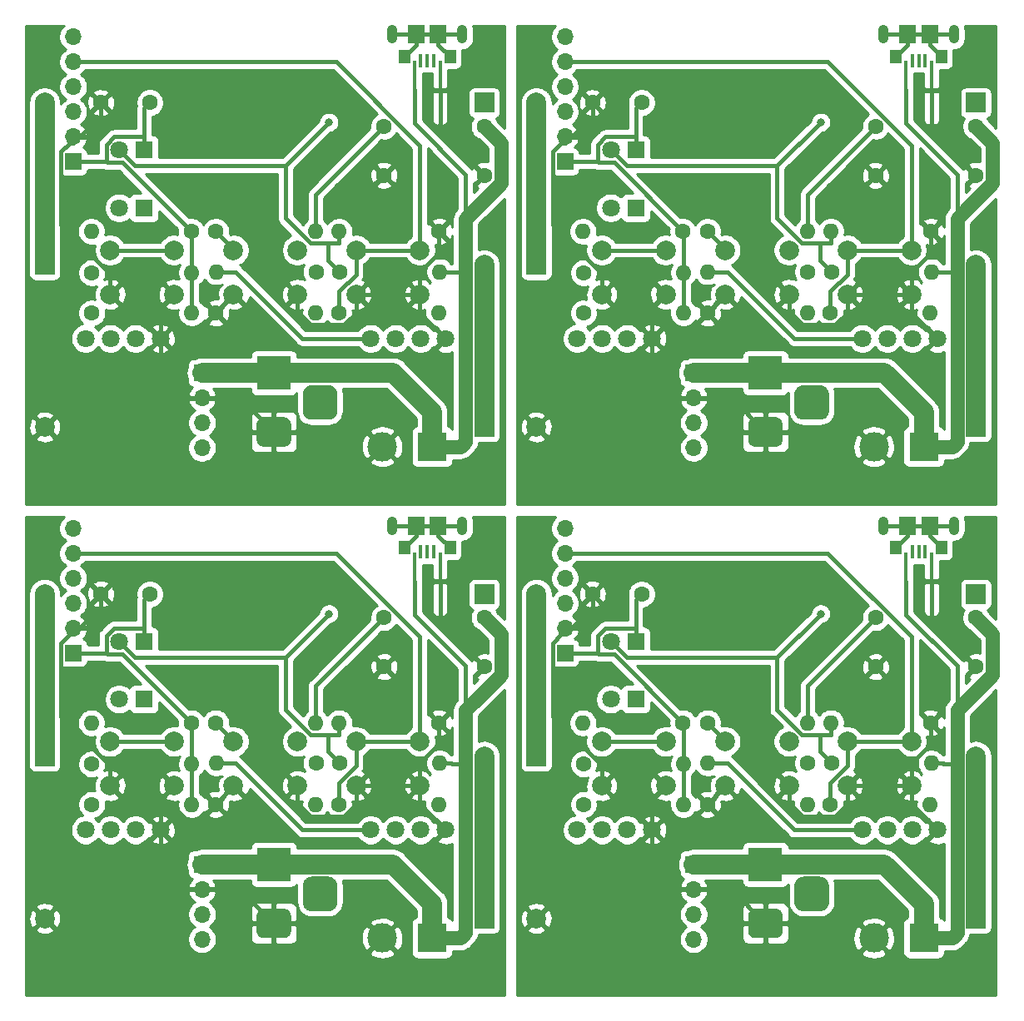
<source format=gbl>
G04 #@! TF.GenerationSoftware,KiCad,Pcbnew,(5.1.5)-3*
G04 #@! TF.CreationDate,2021-05-27T15:59:12+09:00*
G04 #@! TF.ProjectId,MyESP-WROOM-02(Mentsuke2x2),4d794553-502d-4575-924f-4f4d2d303228,rev?*
G04 #@! TF.SameCoordinates,Original*
G04 #@! TF.FileFunction,Copper,L2,Bot*
G04 #@! TF.FilePolarity,Positive*
%FSLAX46Y46*%
G04 Gerber Fmt 4.6, Leading zero omitted, Abs format (unit mm)*
G04 Created by KiCad (PCBNEW (5.1.5)-3) date 2021-05-27 15:59:12*
%MOMM*%
%LPD*%
G04 APERTURE LIST*
%ADD10O,1.600000X1.600000*%
%ADD11C,1.600000*%
%ADD12C,1.800000*%
%ADD13R,1.800000X1.800000*%
%ADD14C,2.000000*%
%ADD15O,1.700000X1.700000*%
%ADD16R,1.700000X1.700000*%
%ADD17R,1.150000X1.450000*%
%ADD18O,1.050000X1.900000*%
%ADD19R,1.750000X1.900000*%
%ADD20R,0.400000X1.400000*%
%ADD21R,0.400000X6.000000*%
%ADD22C,0.100000*%
%ADD23R,3.500000X3.500000*%
%ADD24R,2.000000X2.000000*%
%ADD25C,3.000000*%
%ADD26R,3.000000X3.000000*%
%ADD27C,0.800000*%
%ADD28C,1.400000*%
%ADD29C,0.400000*%
%ADD30C,2.000000*%
%ADD31C,0.254000*%
G04 APERTURE END LIST*
D10*
X90040000Y-95700000D03*
D11*
X100200000Y-95700000D03*
D12*
X80160000Y-83300000D03*
D13*
X82700000Y-83300000D03*
D12*
X80160000Y-89200000D03*
D13*
X82700000Y-89200000D03*
D14*
X85750000Y-93500000D03*
X85750000Y-98000000D03*
X79250000Y-93500000D03*
X79250000Y-98000000D03*
D15*
X75500000Y-71800000D03*
X75500000Y-74340000D03*
X75500000Y-76880000D03*
X75500000Y-79420000D03*
X75500000Y-81960000D03*
D16*
X75500000Y-84500000D03*
D17*
X109180000Y-73780000D03*
X113820000Y-73780000D03*
D18*
X115075000Y-71550000D03*
X107925000Y-71550000D03*
D19*
X110375000Y-71550000D03*
D20*
X111500000Y-74200000D03*
X112150000Y-74200000D03*
D21*
X112800000Y-77200000D03*
X110200000Y-77200000D03*
D20*
X110850000Y-74200000D03*
D19*
X112625000Y-71550000D03*
D14*
X110750000Y-93500000D03*
X110750000Y-98000000D03*
X104250000Y-93500000D03*
X104250000Y-98000000D03*
G04 #@! TA.AperFunction,ComponentPad*
D22*
G36*
X101560765Y-107254213D02*
G01*
X101645704Y-107266813D01*
X101728999Y-107287677D01*
X101809848Y-107316605D01*
X101887472Y-107353319D01*
X101961124Y-107397464D01*
X102030094Y-107448616D01*
X102093718Y-107506282D01*
X102151384Y-107569906D01*
X102202536Y-107638876D01*
X102246681Y-107712528D01*
X102283395Y-107790152D01*
X102312323Y-107871001D01*
X102333187Y-107954296D01*
X102345787Y-108039235D01*
X102350000Y-108125000D01*
X102350000Y-109875000D01*
X102345787Y-109960765D01*
X102333187Y-110045704D01*
X102312323Y-110128999D01*
X102283395Y-110209848D01*
X102246681Y-110287472D01*
X102202536Y-110361124D01*
X102151384Y-110430094D01*
X102093718Y-110493718D01*
X102030094Y-110551384D01*
X101961124Y-110602536D01*
X101887472Y-110646681D01*
X101809848Y-110683395D01*
X101728999Y-110712323D01*
X101645704Y-110733187D01*
X101560765Y-110745787D01*
X101475000Y-110750000D01*
X99725000Y-110750000D01*
X99639235Y-110745787D01*
X99554296Y-110733187D01*
X99471001Y-110712323D01*
X99390152Y-110683395D01*
X99312528Y-110646681D01*
X99238876Y-110602536D01*
X99169906Y-110551384D01*
X99106282Y-110493718D01*
X99048616Y-110430094D01*
X98997464Y-110361124D01*
X98953319Y-110287472D01*
X98916605Y-110209848D01*
X98887677Y-110128999D01*
X98866813Y-110045704D01*
X98854213Y-109960765D01*
X98850000Y-109875000D01*
X98850000Y-108125000D01*
X98854213Y-108039235D01*
X98866813Y-107954296D01*
X98887677Y-107871001D01*
X98916605Y-107790152D01*
X98953319Y-107712528D01*
X98997464Y-107638876D01*
X99048616Y-107569906D01*
X99106282Y-107506282D01*
X99169906Y-107448616D01*
X99238876Y-107397464D01*
X99312528Y-107353319D01*
X99390152Y-107316605D01*
X99471001Y-107287677D01*
X99554296Y-107266813D01*
X99639235Y-107254213D01*
X99725000Y-107250000D01*
X101475000Y-107250000D01*
X101560765Y-107254213D01*
G37*
G04 #@! TD.AperFunction*
G04 #@! TA.AperFunction,ComponentPad*
G36*
X96973513Y-110503611D02*
G01*
X97046318Y-110514411D01*
X97117714Y-110532295D01*
X97187013Y-110557090D01*
X97253548Y-110588559D01*
X97316678Y-110626398D01*
X97375795Y-110670242D01*
X97430330Y-110719670D01*
X97479758Y-110774205D01*
X97523602Y-110833322D01*
X97561441Y-110896452D01*
X97592910Y-110962987D01*
X97617705Y-111032286D01*
X97635589Y-111103682D01*
X97646389Y-111176487D01*
X97650000Y-111250000D01*
X97650000Y-112750000D01*
X97646389Y-112823513D01*
X97635589Y-112896318D01*
X97617705Y-112967714D01*
X97592910Y-113037013D01*
X97561441Y-113103548D01*
X97523602Y-113166678D01*
X97479758Y-113225795D01*
X97430330Y-113280330D01*
X97375795Y-113329758D01*
X97316678Y-113373602D01*
X97253548Y-113411441D01*
X97187013Y-113442910D01*
X97117714Y-113467705D01*
X97046318Y-113485589D01*
X96973513Y-113496389D01*
X96900000Y-113500000D01*
X94900000Y-113500000D01*
X94826487Y-113496389D01*
X94753682Y-113485589D01*
X94682286Y-113467705D01*
X94612987Y-113442910D01*
X94546452Y-113411441D01*
X94483322Y-113373602D01*
X94424205Y-113329758D01*
X94369670Y-113280330D01*
X94320242Y-113225795D01*
X94276398Y-113166678D01*
X94238559Y-113103548D01*
X94207090Y-113037013D01*
X94182295Y-112967714D01*
X94164411Y-112896318D01*
X94153611Y-112823513D01*
X94150000Y-112750000D01*
X94150000Y-111250000D01*
X94153611Y-111176487D01*
X94164411Y-111103682D01*
X94182295Y-111032286D01*
X94207090Y-110962987D01*
X94238559Y-110896452D01*
X94276398Y-110833322D01*
X94320242Y-110774205D01*
X94369670Y-110719670D01*
X94424205Y-110670242D01*
X94483322Y-110626398D01*
X94546452Y-110588559D01*
X94612987Y-110557090D01*
X94682286Y-110532295D01*
X94753682Y-110514411D01*
X94826487Y-110503611D01*
X94900000Y-110500000D01*
X96900000Y-110500000D01*
X96973513Y-110503611D01*
G37*
G04 #@! TD.AperFunction*
D23*
X95900000Y-106000000D03*
D14*
X72600000Y-111500000D03*
D24*
X117300000Y-111500000D03*
D12*
X76750000Y-102500000D03*
X79290000Y-102500000D03*
X81830000Y-102500000D03*
X84370000Y-102500000D03*
D11*
X77400000Y-95800000D03*
D10*
X87560000Y-95800000D03*
D11*
X117300000Y-85900000D03*
X117300000Y-80900000D03*
D14*
X91800000Y-98000000D03*
X91800000Y-93500000D03*
X98300000Y-98000000D03*
X98300000Y-93500000D03*
D24*
X72600000Y-95000000D03*
D14*
X117300000Y-95000000D03*
D10*
X112660000Y-99900000D03*
D11*
X102500000Y-99900000D03*
D16*
X88600000Y-106000000D03*
D15*
X88600000Y-108540000D03*
X88600000Y-111080000D03*
X88600000Y-113620000D03*
D11*
X107100000Y-80900000D03*
X107100000Y-85900000D03*
D10*
X87560000Y-99900000D03*
D11*
X77400000Y-99900000D03*
X90000000Y-91600000D03*
D10*
X100160000Y-91600000D03*
D11*
X87500000Y-91600000D03*
D10*
X77340000Y-91600000D03*
D25*
X106920000Y-113500000D03*
D26*
X112000000Y-113500000D03*
D11*
X102600000Y-95700000D03*
D10*
X112760000Y-95700000D03*
D12*
X113370000Y-102500000D03*
X110830000Y-102500000D03*
X108290000Y-102500000D03*
X105750000Y-102500000D03*
D10*
X100160000Y-99900000D03*
D11*
X90000000Y-99900000D03*
D10*
X102540000Y-91600000D03*
D11*
X112700000Y-91600000D03*
D14*
X72600000Y-78500000D03*
D24*
X117300000Y-78500000D03*
D11*
X78300000Y-78500000D03*
X83300000Y-78500000D03*
D14*
X29250000Y-98000000D03*
X29250000Y-93500000D03*
X35750000Y-98000000D03*
X35750000Y-93500000D03*
D16*
X25500000Y-84500000D03*
D15*
X25500000Y-81960000D03*
X25500000Y-79420000D03*
X25500000Y-76880000D03*
X25500000Y-74340000D03*
X25500000Y-71800000D03*
D19*
X62625000Y-71550000D03*
D20*
X60850000Y-74200000D03*
D21*
X60200000Y-77200000D03*
X62800000Y-77200000D03*
D20*
X62150000Y-74200000D03*
X61500000Y-74200000D03*
D19*
X60375000Y-71550000D03*
D18*
X57925000Y-71550000D03*
X65075000Y-71550000D03*
D17*
X63820000Y-73780000D03*
X59180000Y-73780000D03*
D11*
X67300000Y-80900000D03*
X67300000Y-85900000D03*
D13*
X32700000Y-83300000D03*
D12*
X30160000Y-83300000D03*
D14*
X48300000Y-93500000D03*
X48300000Y-98000000D03*
X41800000Y-93500000D03*
X41800000Y-98000000D03*
D23*
X45900000Y-106000000D03*
G04 #@! TA.AperFunction,ComponentPad*
D22*
G36*
X46973513Y-110503611D02*
G01*
X47046318Y-110514411D01*
X47117714Y-110532295D01*
X47187013Y-110557090D01*
X47253548Y-110588559D01*
X47316678Y-110626398D01*
X47375795Y-110670242D01*
X47430330Y-110719670D01*
X47479758Y-110774205D01*
X47523602Y-110833322D01*
X47561441Y-110896452D01*
X47592910Y-110962987D01*
X47617705Y-111032286D01*
X47635589Y-111103682D01*
X47646389Y-111176487D01*
X47650000Y-111250000D01*
X47650000Y-112750000D01*
X47646389Y-112823513D01*
X47635589Y-112896318D01*
X47617705Y-112967714D01*
X47592910Y-113037013D01*
X47561441Y-113103548D01*
X47523602Y-113166678D01*
X47479758Y-113225795D01*
X47430330Y-113280330D01*
X47375795Y-113329758D01*
X47316678Y-113373602D01*
X47253548Y-113411441D01*
X47187013Y-113442910D01*
X47117714Y-113467705D01*
X47046318Y-113485589D01*
X46973513Y-113496389D01*
X46900000Y-113500000D01*
X44900000Y-113500000D01*
X44826487Y-113496389D01*
X44753682Y-113485589D01*
X44682286Y-113467705D01*
X44612987Y-113442910D01*
X44546452Y-113411441D01*
X44483322Y-113373602D01*
X44424205Y-113329758D01*
X44369670Y-113280330D01*
X44320242Y-113225795D01*
X44276398Y-113166678D01*
X44238559Y-113103548D01*
X44207090Y-113037013D01*
X44182295Y-112967714D01*
X44164411Y-112896318D01*
X44153611Y-112823513D01*
X44150000Y-112750000D01*
X44150000Y-111250000D01*
X44153611Y-111176487D01*
X44164411Y-111103682D01*
X44182295Y-111032286D01*
X44207090Y-110962987D01*
X44238559Y-110896452D01*
X44276398Y-110833322D01*
X44320242Y-110774205D01*
X44369670Y-110719670D01*
X44424205Y-110670242D01*
X44483322Y-110626398D01*
X44546452Y-110588559D01*
X44612987Y-110557090D01*
X44682286Y-110532295D01*
X44753682Y-110514411D01*
X44826487Y-110503611D01*
X44900000Y-110500000D01*
X46900000Y-110500000D01*
X46973513Y-110503611D01*
G37*
G04 #@! TD.AperFunction*
G04 #@! TA.AperFunction,ComponentPad*
G36*
X51560765Y-107254213D02*
G01*
X51645704Y-107266813D01*
X51728999Y-107287677D01*
X51809848Y-107316605D01*
X51887472Y-107353319D01*
X51961124Y-107397464D01*
X52030094Y-107448616D01*
X52093718Y-107506282D01*
X52151384Y-107569906D01*
X52202536Y-107638876D01*
X52246681Y-107712528D01*
X52283395Y-107790152D01*
X52312323Y-107871001D01*
X52333187Y-107954296D01*
X52345787Y-108039235D01*
X52350000Y-108125000D01*
X52350000Y-109875000D01*
X52345787Y-109960765D01*
X52333187Y-110045704D01*
X52312323Y-110128999D01*
X52283395Y-110209848D01*
X52246681Y-110287472D01*
X52202536Y-110361124D01*
X52151384Y-110430094D01*
X52093718Y-110493718D01*
X52030094Y-110551384D01*
X51961124Y-110602536D01*
X51887472Y-110646681D01*
X51809848Y-110683395D01*
X51728999Y-110712323D01*
X51645704Y-110733187D01*
X51560765Y-110745787D01*
X51475000Y-110750000D01*
X49725000Y-110750000D01*
X49639235Y-110745787D01*
X49554296Y-110733187D01*
X49471001Y-110712323D01*
X49390152Y-110683395D01*
X49312528Y-110646681D01*
X49238876Y-110602536D01*
X49169906Y-110551384D01*
X49106282Y-110493718D01*
X49048616Y-110430094D01*
X48997464Y-110361124D01*
X48953319Y-110287472D01*
X48916605Y-110209848D01*
X48887677Y-110128999D01*
X48866813Y-110045704D01*
X48854213Y-109960765D01*
X48850000Y-109875000D01*
X48850000Y-108125000D01*
X48854213Y-108039235D01*
X48866813Y-107954296D01*
X48887677Y-107871001D01*
X48916605Y-107790152D01*
X48953319Y-107712528D01*
X48997464Y-107638876D01*
X49048616Y-107569906D01*
X49106282Y-107506282D01*
X49169906Y-107448616D01*
X49238876Y-107397464D01*
X49312528Y-107353319D01*
X49390152Y-107316605D01*
X49471001Y-107287677D01*
X49554296Y-107266813D01*
X49639235Y-107254213D01*
X49725000Y-107250000D01*
X51475000Y-107250000D01*
X51560765Y-107254213D01*
G37*
G04 #@! TD.AperFunction*
D11*
X50200000Y-95700000D03*
D10*
X40040000Y-95700000D03*
D24*
X67300000Y-111500000D03*
D14*
X22600000Y-111500000D03*
X67300000Y-95000000D03*
D24*
X22600000Y-95000000D03*
D14*
X54250000Y-98000000D03*
X54250000Y-93500000D03*
X60750000Y-98000000D03*
X60750000Y-93500000D03*
D13*
X32700000Y-89200000D03*
D12*
X30160000Y-89200000D03*
D15*
X38600000Y-113620000D03*
X38600000Y-111080000D03*
X38600000Y-108540000D03*
D16*
X38600000Y-106000000D03*
D12*
X34370000Y-102500000D03*
X31830000Y-102500000D03*
X29290000Y-102500000D03*
X26750000Y-102500000D03*
D11*
X52500000Y-99900000D03*
D10*
X62660000Y-99900000D03*
X37560000Y-95800000D03*
D11*
X27400000Y-95800000D03*
X40000000Y-99900000D03*
D10*
X50160000Y-99900000D03*
D11*
X62700000Y-91600000D03*
D10*
X52540000Y-91600000D03*
D11*
X57100000Y-85900000D03*
X57100000Y-80900000D03*
X27400000Y-99900000D03*
D10*
X37560000Y-99900000D03*
X27340000Y-91600000D03*
D11*
X37500000Y-91600000D03*
D12*
X55750000Y-102500000D03*
X58290000Y-102500000D03*
X60830000Y-102500000D03*
X63370000Y-102500000D03*
D10*
X50160000Y-91600000D03*
D11*
X40000000Y-91600000D03*
D10*
X62760000Y-95700000D03*
D11*
X52600000Y-95700000D03*
D26*
X62000000Y-113500000D03*
D25*
X56920000Y-113500000D03*
D11*
X33300000Y-78500000D03*
X28300000Y-78500000D03*
D24*
X67300000Y-78500000D03*
D14*
X22600000Y-78500000D03*
X85750000Y-43500000D03*
X85750000Y-48000000D03*
X79250000Y-43500000D03*
X79250000Y-48000000D03*
D12*
X80160000Y-33300000D03*
D13*
X82700000Y-33300000D03*
D14*
X110750000Y-43500000D03*
X110750000Y-48000000D03*
X104250000Y-43500000D03*
X104250000Y-48000000D03*
D16*
X88600000Y-56000000D03*
D15*
X88600000Y-58540000D03*
X88600000Y-61080000D03*
X88600000Y-63620000D03*
D14*
X72600000Y-61500000D03*
D24*
X117300000Y-61500000D03*
D14*
X91800000Y-48000000D03*
X91800000Y-43500000D03*
X98300000Y-48000000D03*
X98300000Y-43500000D03*
D15*
X75500000Y-21800000D03*
X75500000Y-24340000D03*
X75500000Y-26880000D03*
X75500000Y-29420000D03*
X75500000Y-31960000D03*
D16*
X75500000Y-34500000D03*
G04 #@! TA.AperFunction,ComponentPad*
D22*
G36*
X101560765Y-57254213D02*
G01*
X101645704Y-57266813D01*
X101728999Y-57287677D01*
X101809848Y-57316605D01*
X101887472Y-57353319D01*
X101961124Y-57397464D01*
X102030094Y-57448616D01*
X102093718Y-57506282D01*
X102151384Y-57569906D01*
X102202536Y-57638876D01*
X102246681Y-57712528D01*
X102283395Y-57790152D01*
X102312323Y-57871001D01*
X102333187Y-57954296D01*
X102345787Y-58039235D01*
X102350000Y-58125000D01*
X102350000Y-59875000D01*
X102345787Y-59960765D01*
X102333187Y-60045704D01*
X102312323Y-60128999D01*
X102283395Y-60209848D01*
X102246681Y-60287472D01*
X102202536Y-60361124D01*
X102151384Y-60430094D01*
X102093718Y-60493718D01*
X102030094Y-60551384D01*
X101961124Y-60602536D01*
X101887472Y-60646681D01*
X101809848Y-60683395D01*
X101728999Y-60712323D01*
X101645704Y-60733187D01*
X101560765Y-60745787D01*
X101475000Y-60750000D01*
X99725000Y-60750000D01*
X99639235Y-60745787D01*
X99554296Y-60733187D01*
X99471001Y-60712323D01*
X99390152Y-60683395D01*
X99312528Y-60646681D01*
X99238876Y-60602536D01*
X99169906Y-60551384D01*
X99106282Y-60493718D01*
X99048616Y-60430094D01*
X98997464Y-60361124D01*
X98953319Y-60287472D01*
X98916605Y-60209848D01*
X98887677Y-60128999D01*
X98866813Y-60045704D01*
X98854213Y-59960765D01*
X98850000Y-59875000D01*
X98850000Y-58125000D01*
X98854213Y-58039235D01*
X98866813Y-57954296D01*
X98887677Y-57871001D01*
X98916605Y-57790152D01*
X98953319Y-57712528D01*
X98997464Y-57638876D01*
X99048616Y-57569906D01*
X99106282Y-57506282D01*
X99169906Y-57448616D01*
X99238876Y-57397464D01*
X99312528Y-57353319D01*
X99390152Y-57316605D01*
X99471001Y-57287677D01*
X99554296Y-57266813D01*
X99639235Y-57254213D01*
X99725000Y-57250000D01*
X101475000Y-57250000D01*
X101560765Y-57254213D01*
G37*
G04 #@! TD.AperFunction*
G04 #@! TA.AperFunction,ComponentPad*
G36*
X96973513Y-60503611D02*
G01*
X97046318Y-60514411D01*
X97117714Y-60532295D01*
X97187013Y-60557090D01*
X97253548Y-60588559D01*
X97316678Y-60626398D01*
X97375795Y-60670242D01*
X97430330Y-60719670D01*
X97479758Y-60774205D01*
X97523602Y-60833322D01*
X97561441Y-60896452D01*
X97592910Y-60962987D01*
X97617705Y-61032286D01*
X97635589Y-61103682D01*
X97646389Y-61176487D01*
X97650000Y-61250000D01*
X97650000Y-62750000D01*
X97646389Y-62823513D01*
X97635589Y-62896318D01*
X97617705Y-62967714D01*
X97592910Y-63037013D01*
X97561441Y-63103548D01*
X97523602Y-63166678D01*
X97479758Y-63225795D01*
X97430330Y-63280330D01*
X97375795Y-63329758D01*
X97316678Y-63373602D01*
X97253548Y-63411441D01*
X97187013Y-63442910D01*
X97117714Y-63467705D01*
X97046318Y-63485589D01*
X96973513Y-63496389D01*
X96900000Y-63500000D01*
X94900000Y-63500000D01*
X94826487Y-63496389D01*
X94753682Y-63485589D01*
X94682286Y-63467705D01*
X94612987Y-63442910D01*
X94546452Y-63411441D01*
X94483322Y-63373602D01*
X94424205Y-63329758D01*
X94369670Y-63280330D01*
X94320242Y-63225795D01*
X94276398Y-63166678D01*
X94238559Y-63103548D01*
X94207090Y-63037013D01*
X94182295Y-62967714D01*
X94164411Y-62896318D01*
X94153611Y-62823513D01*
X94150000Y-62750000D01*
X94150000Y-61250000D01*
X94153611Y-61176487D01*
X94164411Y-61103682D01*
X94182295Y-61032286D01*
X94207090Y-60962987D01*
X94238559Y-60896452D01*
X94276398Y-60833322D01*
X94320242Y-60774205D01*
X94369670Y-60719670D01*
X94424205Y-60670242D01*
X94483322Y-60626398D01*
X94546452Y-60588559D01*
X94612987Y-60557090D01*
X94682286Y-60532295D01*
X94753682Y-60514411D01*
X94826487Y-60503611D01*
X94900000Y-60500000D01*
X96900000Y-60500000D01*
X96973513Y-60503611D01*
G37*
G04 #@! TD.AperFunction*
D23*
X95900000Y-56000000D03*
D12*
X76750000Y-52500000D03*
X79290000Y-52500000D03*
X81830000Y-52500000D03*
X84370000Y-52500000D03*
D17*
X109180000Y-23780000D03*
X113820000Y-23780000D03*
D18*
X115075000Y-21550000D03*
X107925000Y-21550000D03*
D19*
X110375000Y-21550000D03*
D20*
X111500000Y-24200000D03*
X112150000Y-24200000D03*
D21*
X112800000Y-27200000D03*
X110200000Y-27200000D03*
D20*
X110850000Y-24200000D03*
D19*
X112625000Y-21550000D03*
D12*
X80160000Y-39200000D03*
D13*
X82700000Y-39200000D03*
D11*
X117300000Y-35900000D03*
X117300000Y-30900000D03*
D24*
X72600000Y-45000000D03*
D14*
X117300000Y-45000000D03*
D10*
X90040000Y-45700000D03*
D11*
X100200000Y-45700000D03*
X102600000Y-45700000D03*
D10*
X112760000Y-45700000D03*
D25*
X106920000Y-63500000D03*
D26*
X112000000Y-63500000D03*
D11*
X78300000Y-28500000D03*
X83300000Y-28500000D03*
D14*
X72600000Y-28500000D03*
D24*
X117300000Y-28500000D03*
D10*
X112660000Y-49900000D03*
D11*
X102500000Y-49900000D03*
X77400000Y-45800000D03*
D10*
X87560000Y-45800000D03*
X100160000Y-49900000D03*
D11*
X90000000Y-49900000D03*
D10*
X87560000Y-49900000D03*
D11*
X77400000Y-49900000D03*
D12*
X113370000Y-52500000D03*
X110830000Y-52500000D03*
X108290000Y-52500000D03*
X105750000Y-52500000D03*
D10*
X102540000Y-41600000D03*
D11*
X112700000Y-41600000D03*
X107100000Y-30900000D03*
X107100000Y-35900000D03*
X90000000Y-41600000D03*
D10*
X100160000Y-41600000D03*
D11*
X87500000Y-41600000D03*
D10*
X77340000Y-41600000D03*
D24*
X67300000Y-61500000D03*
D14*
X22600000Y-61500000D03*
D16*
X25500000Y-34500000D03*
D15*
X25500000Y-31960000D03*
X25500000Y-29420000D03*
X25500000Y-26880000D03*
X25500000Y-24340000D03*
X25500000Y-21800000D03*
D23*
X45900000Y-56000000D03*
G04 #@! TA.AperFunction,ComponentPad*
D22*
G36*
X46973513Y-60503611D02*
G01*
X47046318Y-60514411D01*
X47117714Y-60532295D01*
X47187013Y-60557090D01*
X47253548Y-60588559D01*
X47316678Y-60626398D01*
X47375795Y-60670242D01*
X47430330Y-60719670D01*
X47479758Y-60774205D01*
X47523602Y-60833322D01*
X47561441Y-60896452D01*
X47592910Y-60962987D01*
X47617705Y-61032286D01*
X47635589Y-61103682D01*
X47646389Y-61176487D01*
X47650000Y-61250000D01*
X47650000Y-62750000D01*
X47646389Y-62823513D01*
X47635589Y-62896318D01*
X47617705Y-62967714D01*
X47592910Y-63037013D01*
X47561441Y-63103548D01*
X47523602Y-63166678D01*
X47479758Y-63225795D01*
X47430330Y-63280330D01*
X47375795Y-63329758D01*
X47316678Y-63373602D01*
X47253548Y-63411441D01*
X47187013Y-63442910D01*
X47117714Y-63467705D01*
X47046318Y-63485589D01*
X46973513Y-63496389D01*
X46900000Y-63500000D01*
X44900000Y-63500000D01*
X44826487Y-63496389D01*
X44753682Y-63485589D01*
X44682286Y-63467705D01*
X44612987Y-63442910D01*
X44546452Y-63411441D01*
X44483322Y-63373602D01*
X44424205Y-63329758D01*
X44369670Y-63280330D01*
X44320242Y-63225795D01*
X44276398Y-63166678D01*
X44238559Y-63103548D01*
X44207090Y-63037013D01*
X44182295Y-62967714D01*
X44164411Y-62896318D01*
X44153611Y-62823513D01*
X44150000Y-62750000D01*
X44150000Y-61250000D01*
X44153611Y-61176487D01*
X44164411Y-61103682D01*
X44182295Y-61032286D01*
X44207090Y-60962987D01*
X44238559Y-60896452D01*
X44276398Y-60833322D01*
X44320242Y-60774205D01*
X44369670Y-60719670D01*
X44424205Y-60670242D01*
X44483322Y-60626398D01*
X44546452Y-60588559D01*
X44612987Y-60557090D01*
X44682286Y-60532295D01*
X44753682Y-60514411D01*
X44826487Y-60503611D01*
X44900000Y-60500000D01*
X46900000Y-60500000D01*
X46973513Y-60503611D01*
G37*
G04 #@! TD.AperFunction*
G04 #@! TA.AperFunction,ComponentPad*
G36*
X51560765Y-57254213D02*
G01*
X51645704Y-57266813D01*
X51728999Y-57287677D01*
X51809848Y-57316605D01*
X51887472Y-57353319D01*
X51961124Y-57397464D01*
X52030094Y-57448616D01*
X52093718Y-57506282D01*
X52151384Y-57569906D01*
X52202536Y-57638876D01*
X52246681Y-57712528D01*
X52283395Y-57790152D01*
X52312323Y-57871001D01*
X52333187Y-57954296D01*
X52345787Y-58039235D01*
X52350000Y-58125000D01*
X52350000Y-59875000D01*
X52345787Y-59960765D01*
X52333187Y-60045704D01*
X52312323Y-60128999D01*
X52283395Y-60209848D01*
X52246681Y-60287472D01*
X52202536Y-60361124D01*
X52151384Y-60430094D01*
X52093718Y-60493718D01*
X52030094Y-60551384D01*
X51961124Y-60602536D01*
X51887472Y-60646681D01*
X51809848Y-60683395D01*
X51728999Y-60712323D01*
X51645704Y-60733187D01*
X51560765Y-60745787D01*
X51475000Y-60750000D01*
X49725000Y-60750000D01*
X49639235Y-60745787D01*
X49554296Y-60733187D01*
X49471001Y-60712323D01*
X49390152Y-60683395D01*
X49312528Y-60646681D01*
X49238876Y-60602536D01*
X49169906Y-60551384D01*
X49106282Y-60493718D01*
X49048616Y-60430094D01*
X48997464Y-60361124D01*
X48953319Y-60287472D01*
X48916605Y-60209848D01*
X48887677Y-60128999D01*
X48866813Y-60045704D01*
X48854213Y-59960765D01*
X48850000Y-59875000D01*
X48850000Y-58125000D01*
X48854213Y-58039235D01*
X48866813Y-57954296D01*
X48887677Y-57871001D01*
X48916605Y-57790152D01*
X48953319Y-57712528D01*
X48997464Y-57638876D01*
X49048616Y-57569906D01*
X49106282Y-57506282D01*
X49169906Y-57448616D01*
X49238876Y-57397464D01*
X49312528Y-57353319D01*
X49390152Y-57316605D01*
X49471001Y-57287677D01*
X49554296Y-57266813D01*
X49639235Y-57254213D01*
X49725000Y-57250000D01*
X51475000Y-57250000D01*
X51560765Y-57254213D01*
G37*
G04 #@! TD.AperFunction*
D15*
X38600000Y-63620000D03*
X38600000Y-61080000D03*
X38600000Y-58540000D03*
D16*
X38600000Y-56000000D03*
D14*
X48300000Y-43500000D03*
X48300000Y-48000000D03*
X41800000Y-43500000D03*
X41800000Y-48000000D03*
D12*
X34370000Y-52500000D03*
X31830000Y-52500000D03*
X29290000Y-52500000D03*
X26750000Y-52500000D03*
X55750000Y-52500000D03*
X58290000Y-52500000D03*
X60830000Y-52500000D03*
X63370000Y-52500000D03*
D24*
X67300000Y-28500000D03*
D14*
X22600000Y-28500000D03*
X67300000Y-45000000D03*
D24*
X22600000Y-45000000D03*
D11*
X67300000Y-30900000D03*
X67300000Y-35900000D03*
X57100000Y-35900000D03*
X57100000Y-30900000D03*
X33300000Y-28500000D03*
X28300000Y-28500000D03*
D13*
X32700000Y-39200000D03*
D12*
X30160000Y-39200000D03*
D19*
X62625000Y-21550000D03*
D20*
X60850000Y-24200000D03*
D21*
X60200000Y-27200000D03*
X62800000Y-27200000D03*
D20*
X62150000Y-24200000D03*
X61500000Y-24200000D03*
D19*
X60375000Y-21550000D03*
D18*
X57925000Y-21550000D03*
X65075000Y-21550000D03*
D17*
X63820000Y-23780000D03*
X59180000Y-23780000D03*
D26*
X62000000Y-63500000D03*
D25*
X56920000Y-63500000D03*
D10*
X62760000Y-45700000D03*
D11*
X52600000Y-45700000D03*
X62700000Y-41600000D03*
D10*
X52540000Y-41600000D03*
D11*
X50200000Y-45700000D03*
D10*
X40040000Y-45700000D03*
D11*
X27400000Y-49900000D03*
D10*
X37560000Y-49900000D03*
D11*
X40000000Y-49900000D03*
D10*
X50160000Y-49900000D03*
X27340000Y-41600000D03*
D11*
X37500000Y-41600000D03*
D10*
X37560000Y-45800000D03*
D11*
X27400000Y-45800000D03*
D10*
X50160000Y-41600000D03*
D11*
X40000000Y-41600000D03*
X52500000Y-49900000D03*
D10*
X62660000Y-49900000D03*
D14*
X29250000Y-48000000D03*
X29250000Y-43500000D03*
X35750000Y-48000000D03*
X35750000Y-43500000D03*
X54250000Y-48000000D03*
X54250000Y-43500000D03*
X60750000Y-48000000D03*
X60750000Y-43500000D03*
D13*
X32700000Y-33300000D03*
D12*
X30160000Y-33300000D03*
D27*
X51515200Y-30500000D03*
X101515200Y-30500000D03*
X51515200Y-80500000D03*
X101515200Y-80500000D03*
D28*
X66199900Y-39516100D02*
X69000000Y-36716000D01*
X69000000Y-36716000D02*
X69000000Y-32600000D01*
X69000000Y-32600000D02*
X67300000Y-30900000D01*
X65400000Y-45750000D02*
X65400000Y-40316000D01*
X65400000Y-40316000D02*
X66199900Y-39516100D01*
D29*
X62760000Y-45700000D02*
X63960300Y-45700000D01*
X65400000Y-45750000D02*
X64010300Y-45750000D01*
X64010300Y-45750000D02*
X63960300Y-45700000D01*
D28*
X62000000Y-63500000D02*
X64900000Y-63500000D01*
X64900000Y-63500000D02*
X65400000Y-63000000D01*
X65400000Y-63000000D02*
X65400000Y-45750000D01*
D30*
X45900000Y-56000000D02*
X38600000Y-56000000D01*
X62000000Y-63500000D02*
X62000000Y-60000000D01*
X62000000Y-60000000D02*
X58000000Y-56000000D01*
X58000000Y-56000000D02*
X45900000Y-56000000D01*
D29*
X65400000Y-35800000D02*
X65400000Y-40316000D01*
X60200000Y-30600000D02*
X65400000Y-35800000D01*
X60200000Y-27200000D02*
X60200000Y-30600000D01*
D28*
X119000000Y-36716000D02*
X119000000Y-32600000D01*
X116199900Y-39516100D02*
X119000000Y-36716000D01*
X119000000Y-32600000D02*
X117300000Y-30900000D01*
X115400000Y-45750000D02*
X115400000Y-40316000D01*
X115400000Y-40316000D02*
X116199900Y-39516100D01*
D29*
X112760000Y-45700000D02*
X113960300Y-45700000D01*
D30*
X112000000Y-60000000D02*
X108000000Y-56000000D01*
D29*
X110200000Y-30600000D02*
X115400000Y-35800000D01*
D30*
X95900000Y-56000000D02*
X88600000Y-56000000D01*
D28*
X115400000Y-63000000D02*
X115400000Y-45750000D01*
D30*
X108000000Y-56000000D02*
X95900000Y-56000000D01*
D29*
X114010300Y-45750000D02*
X113960300Y-45700000D01*
D28*
X112000000Y-63500000D02*
X114900000Y-63500000D01*
D30*
X112000000Y-63500000D02*
X112000000Y-60000000D01*
D29*
X115400000Y-35800000D02*
X115400000Y-40316000D01*
X115400000Y-45750000D02*
X114010300Y-45750000D01*
D28*
X114900000Y-63500000D02*
X115400000Y-63000000D01*
D29*
X110200000Y-27200000D02*
X110200000Y-30600000D01*
D28*
X66199900Y-89516100D02*
X69000000Y-86716000D01*
X65400000Y-90316000D02*
X66199900Y-89516100D01*
X69000000Y-86716000D02*
X69000000Y-82600000D01*
X69000000Y-82600000D02*
X67300000Y-80900000D01*
X65400000Y-95750000D02*
X65400000Y-90316000D01*
D29*
X64010300Y-95750000D02*
X63960300Y-95700000D01*
X65400000Y-95750000D02*
X64010300Y-95750000D01*
D30*
X45900000Y-106000000D02*
X38600000Y-106000000D01*
D29*
X60200000Y-77200000D02*
X60200000Y-80600000D01*
D30*
X62000000Y-110000000D02*
X58000000Y-106000000D01*
D29*
X60200000Y-80600000D02*
X65400000Y-85800000D01*
D28*
X65400000Y-113000000D02*
X65400000Y-95750000D01*
D29*
X62760000Y-95700000D02*
X63960300Y-95700000D01*
D30*
X58000000Y-106000000D02*
X45900000Y-106000000D01*
X62000000Y-113500000D02*
X62000000Y-110000000D01*
D28*
X62000000Y-113500000D02*
X64900000Y-113500000D01*
D29*
X65400000Y-85800000D02*
X65400000Y-90316000D01*
D28*
X64900000Y-113500000D02*
X65400000Y-113000000D01*
X116199900Y-89516100D02*
X119000000Y-86716000D01*
X115400000Y-90316000D02*
X116199900Y-89516100D01*
D30*
X108000000Y-106000000D02*
X95900000Y-106000000D01*
D29*
X112760000Y-95700000D02*
X113960300Y-95700000D01*
D30*
X95900000Y-106000000D02*
X88600000Y-106000000D01*
D29*
X110200000Y-77200000D02*
X110200000Y-80600000D01*
D30*
X112000000Y-110000000D02*
X108000000Y-106000000D01*
D29*
X110200000Y-80600000D02*
X115400000Y-85800000D01*
D28*
X115400000Y-113000000D02*
X115400000Y-95750000D01*
D29*
X115400000Y-95750000D02*
X114010300Y-95750000D01*
X114010300Y-95750000D02*
X113960300Y-95700000D01*
D28*
X119000000Y-82600000D02*
X117300000Y-80900000D01*
X119000000Y-86716000D02*
X119000000Y-82600000D01*
X115400000Y-95750000D02*
X115400000Y-90316000D01*
D30*
X112000000Y-113500000D02*
X112000000Y-110000000D01*
D29*
X115400000Y-85800000D02*
X115400000Y-90316000D01*
D28*
X114900000Y-113500000D02*
X115400000Y-113000000D01*
X112000000Y-113500000D02*
X114900000Y-113500000D01*
D30*
X22600000Y-28500000D02*
X22600000Y-45000000D01*
X72600000Y-28500000D02*
X72600000Y-45000000D01*
X22600000Y-78500000D02*
X22600000Y-95000000D01*
X72600000Y-78500000D02*
X72600000Y-95000000D01*
X67300000Y-45000000D02*
X67300000Y-61500000D01*
X117300000Y-45000000D02*
X117300000Y-61500000D01*
X67300000Y-95000000D02*
X67300000Y-111500000D01*
X117300000Y-95000000D02*
X117300000Y-111500000D01*
D29*
X29250000Y-48000000D02*
X29250000Y-45932100D01*
X29250000Y-45932100D02*
X24249600Y-40931700D01*
X24249600Y-40931700D02*
X24249600Y-33469300D01*
X24249600Y-33469300D02*
X25133800Y-32585100D01*
X25133800Y-32585100D02*
X25500000Y-32585100D01*
X25500000Y-32585100D02*
X28300000Y-29785100D01*
X28300000Y-29785100D02*
X28300000Y-28500000D01*
X25500000Y-31960000D02*
X25500000Y-32585100D01*
X34370000Y-55874900D02*
X28225100Y-55874900D01*
X28225100Y-55874900D02*
X22600000Y-61500000D01*
X37349700Y-58540000D02*
X34684600Y-55874900D01*
X34684600Y-55874900D02*
X34370000Y-55874900D01*
X34370000Y-55874900D02*
X34370000Y-52500000D01*
X38600000Y-58540000D02*
X37349700Y-58540000D01*
X45900000Y-62000000D02*
X42440000Y-58540000D01*
X42440000Y-58540000D02*
X38600000Y-58540000D01*
X54250000Y-48000000D02*
X54250000Y-49878100D01*
X54250000Y-49878100D02*
X53014900Y-51113200D01*
X53014900Y-51113200D02*
X49662000Y-51113200D01*
X49662000Y-51113200D02*
X48300000Y-49751200D01*
X48300000Y-49751200D02*
X48300000Y-48000000D01*
X60750000Y-48000000D02*
X54250000Y-48000000D01*
X62700000Y-41600000D02*
X62700000Y-43760000D01*
X62700000Y-43760000D02*
X60750000Y-45710000D01*
X60750000Y-45710000D02*
X60750000Y-48000000D01*
X35750000Y-48000000D02*
X34370000Y-49380000D01*
X34370000Y-49380000D02*
X34370000Y-52500000D01*
X60750000Y-48000000D02*
X60750000Y-49880000D01*
X60750000Y-49880000D02*
X63370000Y-52500000D01*
X62800000Y-31400000D02*
X62800000Y-27200000D01*
X67300000Y-35900000D02*
X62800000Y-31400000D01*
X104250000Y-49878100D02*
X103014900Y-51113200D01*
X84684600Y-55874900D02*
X84370000Y-55874900D01*
X104250000Y-48000000D02*
X104250000Y-49878100D01*
X92440000Y-58540000D02*
X88600000Y-58540000D01*
X88600000Y-58540000D02*
X87349700Y-58540000D01*
X112700000Y-43760000D02*
X110750000Y-45710000D01*
X84370000Y-55874900D02*
X84370000Y-52500000D01*
X110750000Y-48000000D02*
X104250000Y-48000000D01*
X110750000Y-49880000D02*
X113370000Y-52500000D01*
X84370000Y-49380000D02*
X84370000Y-52500000D01*
X95900000Y-62000000D02*
X92440000Y-58540000D01*
X110750000Y-48000000D02*
X110750000Y-49880000D01*
X103014900Y-51113200D02*
X99662000Y-51113200D01*
X112700000Y-41600000D02*
X112700000Y-43760000D01*
X112800000Y-31400000D02*
X112800000Y-27200000D01*
X85750000Y-48000000D02*
X84370000Y-49380000D01*
X117300000Y-35900000D02*
X112800000Y-31400000D01*
X99662000Y-51113200D02*
X98300000Y-49751200D01*
X110750000Y-45710000D02*
X110750000Y-48000000D01*
X98300000Y-49751200D02*
X98300000Y-48000000D01*
X79250000Y-48000000D02*
X79250000Y-45932100D01*
X78300000Y-29785100D02*
X78300000Y-28500000D01*
X84370000Y-55874900D02*
X78225100Y-55874900D01*
X78225100Y-55874900D02*
X72600000Y-61500000D01*
X87349700Y-58540000D02*
X84684600Y-55874900D01*
X74249600Y-33469300D02*
X75133800Y-32585100D01*
X79250000Y-45932100D02*
X74249600Y-40931700D01*
X75133800Y-32585100D02*
X75500000Y-32585100D01*
X75500000Y-32585100D02*
X78300000Y-29785100D01*
X74249600Y-40931700D02*
X74249600Y-33469300D01*
X75500000Y-31960000D02*
X75500000Y-32585100D01*
X29250000Y-98000000D02*
X29250000Y-95932100D01*
X28300000Y-79785100D02*
X28300000Y-78500000D01*
X54250000Y-98000000D02*
X54250000Y-99878100D01*
X42440000Y-108540000D02*
X38600000Y-108540000D01*
X38600000Y-108540000D02*
X37349700Y-108540000D01*
X34370000Y-105874900D02*
X34370000Y-102500000D01*
X62700000Y-93760000D02*
X60750000Y-95710000D01*
X54250000Y-99878100D02*
X53014900Y-101113200D01*
X34684600Y-105874900D02*
X34370000Y-105874900D01*
X60750000Y-98000000D02*
X54250000Y-98000000D01*
X35750000Y-98000000D02*
X34370000Y-99380000D01*
X60750000Y-95710000D02*
X60750000Y-98000000D01*
X34370000Y-99380000D02*
X34370000Y-102500000D01*
X45900000Y-112000000D02*
X42440000Y-108540000D01*
X62800000Y-81400000D02*
X62800000Y-77200000D01*
X60750000Y-99880000D02*
X63370000Y-102500000D01*
X62700000Y-91600000D02*
X62700000Y-93760000D01*
X48300000Y-99751200D02*
X48300000Y-98000000D01*
X53014900Y-101113200D02*
X49662000Y-101113200D01*
X67300000Y-85900000D02*
X62800000Y-81400000D01*
X60750000Y-98000000D02*
X60750000Y-99880000D01*
X49662000Y-101113200D02*
X48300000Y-99751200D01*
X29250000Y-95932100D02*
X24249600Y-90931700D01*
X37349700Y-108540000D02*
X34684600Y-105874900D01*
X25500000Y-82585100D02*
X28300000Y-79785100D01*
X24249600Y-90931700D02*
X24249600Y-83469300D01*
X25500000Y-81960000D02*
X25500000Y-82585100D01*
X24249600Y-83469300D02*
X25133800Y-82585100D01*
X25133800Y-82585100D02*
X25500000Y-82585100D01*
X28225100Y-105874900D02*
X22600000Y-111500000D01*
X34370000Y-105874900D02*
X28225100Y-105874900D01*
X79250000Y-98000000D02*
X79250000Y-95932100D01*
X78300000Y-79785100D02*
X78300000Y-78500000D01*
X98300000Y-99751200D02*
X98300000Y-98000000D01*
X84370000Y-99380000D02*
X84370000Y-102500000D01*
X112700000Y-91600000D02*
X112700000Y-93760000D01*
X110750000Y-99880000D02*
X113370000Y-102500000D01*
X95900000Y-112000000D02*
X92440000Y-108540000D01*
X103014900Y-101113200D02*
X99662000Y-101113200D01*
X117300000Y-85900000D02*
X112800000Y-81400000D01*
X84684600Y-105874900D02*
X84370000Y-105874900D01*
X110750000Y-98000000D02*
X104250000Y-98000000D01*
X110750000Y-95710000D02*
X110750000Y-98000000D01*
X112800000Y-81400000D02*
X112800000Y-77200000D01*
X85750000Y-98000000D02*
X84370000Y-99380000D01*
X104250000Y-98000000D02*
X104250000Y-99878100D01*
X79250000Y-95932100D02*
X74249600Y-90931700D01*
X75500000Y-82585100D02*
X78300000Y-79785100D01*
X74249600Y-90931700D02*
X74249600Y-83469300D01*
X74249600Y-83469300D02*
X75133800Y-82585100D01*
X87349700Y-108540000D02*
X84684600Y-105874900D01*
X75500000Y-81960000D02*
X75500000Y-82585100D01*
X99662000Y-101113200D02*
X98300000Y-99751200D01*
X75133800Y-82585100D02*
X75500000Y-82585100D01*
X110750000Y-98000000D02*
X110750000Y-99880000D01*
X88600000Y-108540000D02*
X87349700Y-108540000D01*
X84370000Y-105874900D02*
X84370000Y-102500000D01*
X112700000Y-93760000D02*
X110750000Y-95710000D01*
X92440000Y-108540000D02*
X88600000Y-108540000D01*
X104250000Y-99878100D02*
X103014900Y-101113200D01*
X84370000Y-105874900D02*
X78225100Y-105874900D01*
X78225100Y-105874900D02*
X72600000Y-111500000D01*
X50160000Y-41600000D02*
X50160000Y-40399700D01*
X57100000Y-30900000D02*
X50160000Y-37840000D01*
X50160000Y-37840000D02*
X50160000Y-40399700D01*
X32700000Y-31962000D02*
X32700000Y-33300000D01*
X33300000Y-28500000D02*
X32700000Y-29100000D01*
X32700000Y-29100000D02*
X32700000Y-31962000D01*
X28850000Y-34500000D02*
X28850000Y-32746400D01*
X28850000Y-32746400D02*
X29634400Y-31962000D01*
X29634400Y-31962000D02*
X32700000Y-31962000D01*
X28850000Y-34500000D02*
X28950400Y-34600400D01*
X28950400Y-34600400D02*
X30500400Y-34600400D01*
X30500400Y-34600400D02*
X37500000Y-41600000D01*
X26750300Y-34500000D02*
X28850000Y-34500000D01*
X25500000Y-34500000D02*
X26750300Y-34500000D01*
X37560000Y-45800000D02*
X37560000Y-41660000D01*
X37560000Y-41660000D02*
X37500000Y-41600000D01*
X55750000Y-52500000D02*
X48819500Y-52500000D01*
X48819500Y-52500000D02*
X42019500Y-45700000D01*
X42019500Y-45700000D02*
X40040000Y-45700000D01*
X37560000Y-49900000D02*
X37560000Y-45800000D01*
X78850000Y-34500000D02*
X78950400Y-34600400D01*
X76750300Y-34500000D02*
X78850000Y-34500000D01*
X105750000Y-52500000D02*
X98819500Y-52500000D01*
X83300000Y-28500000D02*
X82700000Y-29100000D01*
X87560000Y-45800000D02*
X87560000Y-41660000D01*
X92019500Y-45700000D02*
X90040000Y-45700000D01*
X100160000Y-37840000D02*
X100160000Y-40399700D01*
X78850000Y-32746400D02*
X79634400Y-31962000D01*
X80500400Y-34600400D02*
X87500000Y-41600000D01*
X87560000Y-49900000D02*
X87560000Y-45800000D01*
X82700000Y-29100000D02*
X82700000Y-31962000D01*
X79634400Y-31962000D02*
X82700000Y-31962000D01*
X75500000Y-34500000D02*
X76750300Y-34500000D01*
X78850000Y-34500000D02*
X78850000Y-32746400D01*
X98819500Y-52500000D02*
X92019500Y-45700000D01*
X107100000Y-30900000D02*
X100160000Y-37840000D01*
X78950400Y-34600400D02*
X80500400Y-34600400D01*
X100160000Y-41600000D02*
X100160000Y-40399700D01*
X82700000Y-31962000D02*
X82700000Y-33300000D01*
X87560000Y-41660000D02*
X87500000Y-41600000D01*
X25500000Y-84500000D02*
X26750300Y-84500000D01*
X26750300Y-84500000D02*
X28850000Y-84500000D01*
X28850000Y-84500000D02*
X28850000Y-82746400D01*
X28850000Y-84500000D02*
X28950400Y-84600400D01*
X28850000Y-82746400D02*
X29634400Y-81962000D01*
X37560000Y-99900000D02*
X37560000Y-95800000D01*
X55750000Y-102500000D02*
X48819500Y-102500000D01*
X42019500Y-95700000D02*
X40040000Y-95700000D01*
X37560000Y-95800000D02*
X37560000Y-91660000D01*
X29634400Y-81962000D02*
X32700000Y-81962000D01*
X32700000Y-81962000D02*
X32700000Y-83300000D01*
X33300000Y-78500000D02*
X32700000Y-79100000D01*
X50160000Y-87840000D02*
X50160000Y-90399700D01*
X48819500Y-102500000D02*
X42019500Y-95700000D01*
X37560000Y-91660000D02*
X37500000Y-91600000D01*
X32700000Y-79100000D02*
X32700000Y-81962000D01*
X28950400Y-84600400D02*
X30500400Y-84600400D01*
X57100000Y-80900000D02*
X50160000Y-87840000D01*
X30500400Y-84600400D02*
X37500000Y-91600000D01*
X50160000Y-91600000D02*
X50160000Y-90399700D01*
X78850000Y-84500000D02*
X78950400Y-84600400D01*
X76750300Y-84500000D02*
X78850000Y-84500000D01*
X75500000Y-84500000D02*
X76750300Y-84500000D01*
X78850000Y-84500000D02*
X78850000Y-82746400D01*
X78950400Y-84600400D02*
X80500400Y-84600400D01*
X83300000Y-78500000D02*
X82700000Y-79100000D01*
X87560000Y-95800000D02*
X87560000Y-91660000D01*
X100160000Y-87840000D02*
X100160000Y-90399700D01*
X87560000Y-91660000D02*
X87500000Y-91600000D01*
X82700000Y-81962000D02*
X82700000Y-83300000D01*
X98819500Y-102500000D02*
X92019500Y-95700000D01*
X82700000Y-79100000D02*
X82700000Y-81962000D01*
X78850000Y-82746400D02*
X79634400Y-81962000D01*
X87560000Y-99900000D02*
X87560000Y-95800000D01*
X92019500Y-95700000D02*
X90040000Y-95700000D01*
X79634400Y-81962000D02*
X82700000Y-81962000D01*
X107100000Y-80900000D02*
X100160000Y-87840000D01*
X105750000Y-102500000D02*
X98819500Y-102500000D01*
X100160000Y-91600000D02*
X100160000Y-90399700D01*
X80500400Y-84600400D02*
X87500000Y-91600000D01*
X62575000Y-21550000D02*
X62484700Y-21550000D01*
X63549700Y-21550000D02*
X62575000Y-21550000D01*
X64825000Y-21550000D02*
X63549700Y-21550000D01*
X57925000Y-21550000D02*
X60375000Y-21550000D01*
X60375000Y-22585000D02*
X59180000Y-23780000D01*
X60375000Y-21550000D02*
X60375000Y-22585000D01*
X62625000Y-22585000D02*
X63820000Y-23780000D01*
X62625000Y-21550000D02*
X62625000Y-22585000D01*
X62625000Y-21550000D02*
X60375000Y-21550000D01*
X112575000Y-21550000D02*
X112484700Y-21550000D01*
X112625000Y-21550000D02*
X112625000Y-22585000D01*
X110375000Y-21550000D02*
X110375000Y-22585000D01*
X113549700Y-21550000D02*
X112575000Y-21550000D01*
X114825000Y-21550000D02*
X113549700Y-21550000D01*
X110375000Y-22585000D02*
X109180000Y-23780000D01*
X107925000Y-21550000D02*
X110375000Y-21550000D01*
X112625000Y-22585000D02*
X113820000Y-23780000D01*
X112625000Y-21550000D02*
X110375000Y-21550000D01*
X62625000Y-71550000D02*
X60375000Y-71550000D01*
X64825000Y-71550000D02*
X63549700Y-71550000D01*
X60375000Y-72585000D02*
X59180000Y-73780000D01*
X62625000Y-72585000D02*
X63820000Y-73780000D01*
X63549700Y-71550000D02*
X62575000Y-71550000D01*
X62575000Y-71550000D02*
X62484700Y-71550000D01*
X62625000Y-71550000D02*
X62625000Y-72585000D01*
X57925000Y-71550000D02*
X60375000Y-71550000D01*
X60375000Y-71550000D02*
X60375000Y-72585000D01*
X112625000Y-71550000D02*
X110375000Y-71550000D01*
X112625000Y-71550000D02*
X112625000Y-72585000D01*
X113549700Y-71550000D02*
X112575000Y-71550000D01*
X112575000Y-71550000D02*
X112484700Y-71550000D01*
X110375000Y-71550000D02*
X110375000Y-72585000D01*
X114825000Y-71550000D02*
X113549700Y-71550000D01*
X110375000Y-72585000D02*
X109180000Y-73780000D01*
X112625000Y-72585000D02*
X113820000Y-73780000D01*
X107925000Y-71550000D02*
X110375000Y-71550000D01*
X52540000Y-41600000D02*
X52540000Y-42800300D01*
X51449000Y-42806900D02*
X51449000Y-44549000D01*
X51449000Y-44549000D02*
X52600000Y-45700000D01*
X52540000Y-42800300D02*
X51455600Y-42800300D01*
X51455600Y-42800300D02*
X51449000Y-42806900D01*
X47089200Y-34926000D02*
X47089200Y-40267700D01*
X47089200Y-40267700D02*
X49628400Y-42806900D01*
X49628400Y-42806900D02*
X51449000Y-42806900D01*
X47089200Y-34926000D02*
X51515200Y-30500000D01*
X30160000Y-33300000D02*
X31786000Y-34926000D01*
X31786000Y-34926000D02*
X47089200Y-34926000D01*
X81786000Y-34926000D02*
X97089200Y-34926000D01*
X102540000Y-42800300D02*
X101455600Y-42800300D01*
X101449000Y-44549000D02*
X102600000Y-45700000D01*
X101455600Y-42800300D02*
X101449000Y-42806900D01*
X97089200Y-34926000D02*
X97089200Y-40267700D01*
X97089200Y-40267700D02*
X99628400Y-42806900D01*
X102540000Y-41600000D02*
X102540000Y-42800300D01*
X99628400Y-42806900D02*
X101449000Y-42806900D01*
X101449000Y-42806900D02*
X101449000Y-44549000D01*
X97089200Y-34926000D02*
X101515200Y-30500000D01*
X80160000Y-33300000D02*
X81786000Y-34926000D01*
X31786000Y-84926000D02*
X47089200Y-84926000D01*
X49628400Y-92806900D02*
X51449000Y-92806900D01*
X47089200Y-84926000D02*
X51515200Y-80500000D01*
X47089200Y-84926000D02*
X47089200Y-90267700D01*
X30160000Y-83300000D02*
X31786000Y-84926000D01*
X51449000Y-92806900D02*
X51449000Y-94549000D01*
X51455600Y-92800300D02*
X51449000Y-92806900D01*
X52540000Y-91600000D02*
X52540000Y-92800300D01*
X51449000Y-94549000D02*
X52600000Y-95700000D01*
X52540000Y-92800300D02*
X51455600Y-92800300D01*
X47089200Y-90267700D02*
X49628400Y-92806900D01*
X97089200Y-90267700D02*
X99628400Y-92806900D01*
X81786000Y-84926000D02*
X97089200Y-84926000D01*
X99628400Y-92806900D02*
X101449000Y-92806900D01*
X80160000Y-83300000D02*
X81786000Y-84926000D01*
X101449000Y-92806900D02*
X101449000Y-94549000D01*
X102540000Y-91600000D02*
X102540000Y-92800300D01*
X101449000Y-94549000D02*
X102600000Y-95700000D01*
X101455600Y-92800300D02*
X101449000Y-92806900D01*
X97089200Y-84926000D02*
X97089200Y-90267700D01*
X97089200Y-84926000D02*
X101515200Y-80500000D01*
X102540000Y-92800300D02*
X101455600Y-92800300D01*
X25500000Y-24340000D02*
X52252000Y-24340000D01*
X52252000Y-24340000D02*
X60750000Y-32838000D01*
X60750000Y-32838000D02*
X60750000Y-43500000D01*
X54250000Y-43500000D02*
X54250000Y-45958500D01*
X54250000Y-45958500D02*
X52500000Y-47708500D01*
X52500000Y-47708500D02*
X52500000Y-49900000D01*
X60750000Y-43500000D02*
X54250000Y-43500000D01*
X75500000Y-24340000D02*
X102252000Y-24340000D01*
X110750000Y-32838000D02*
X110750000Y-43500000D01*
X104250000Y-45958500D02*
X102500000Y-47708500D01*
X104250000Y-43500000D02*
X104250000Y-45958500D01*
X102252000Y-24340000D02*
X110750000Y-32838000D01*
X110750000Y-43500000D02*
X104250000Y-43500000D01*
X102500000Y-47708500D02*
X102500000Y-49900000D01*
X54250000Y-95958500D02*
X52500000Y-97708500D01*
X60750000Y-82838000D02*
X60750000Y-93500000D01*
X52252000Y-74340000D02*
X60750000Y-82838000D01*
X54250000Y-93500000D02*
X54250000Y-95958500D01*
X52500000Y-97708500D02*
X52500000Y-99900000D01*
X25500000Y-74340000D02*
X52252000Y-74340000D01*
X60750000Y-93500000D02*
X54250000Y-93500000D01*
X75500000Y-74340000D02*
X102252000Y-74340000D01*
X110750000Y-93500000D02*
X104250000Y-93500000D01*
X104250000Y-95958500D02*
X102500000Y-97708500D01*
X110750000Y-82838000D02*
X110750000Y-93500000D01*
X102500000Y-97708500D02*
X102500000Y-99900000D01*
X102252000Y-74340000D02*
X110750000Y-82838000D01*
X104250000Y-93500000D02*
X104250000Y-95958500D01*
X35750000Y-43500000D02*
X29250000Y-43500000D01*
X85750000Y-43500000D02*
X79250000Y-43500000D01*
X35750000Y-93500000D02*
X29250000Y-93500000D01*
X85750000Y-93500000D02*
X79250000Y-93500000D01*
X40000000Y-41600000D02*
X41800000Y-43400000D01*
X41800000Y-43400000D02*
X41800000Y-43500000D01*
X90000000Y-41600000D02*
X91800000Y-43400000D01*
X91800000Y-43400000D02*
X91800000Y-43500000D01*
X40000000Y-91600000D02*
X41800000Y-93400000D01*
X41800000Y-93400000D02*
X41800000Y-93500000D01*
X91800000Y-93400000D02*
X91800000Y-93500000D01*
X90000000Y-91600000D02*
X91800000Y-93400000D01*
D31*
G36*
X24346525Y-20853368D02*
G01*
X24184010Y-21096589D01*
X24072068Y-21366842D01*
X24015000Y-21653740D01*
X24015000Y-21946260D01*
X24072068Y-22233158D01*
X24184010Y-22503411D01*
X24346525Y-22746632D01*
X24553368Y-22953475D01*
X24727760Y-23070000D01*
X24553368Y-23186525D01*
X24346525Y-23393368D01*
X24184010Y-23636589D01*
X24072068Y-23906842D01*
X24015000Y-24193740D01*
X24015000Y-24486260D01*
X24072068Y-24773158D01*
X24184010Y-25043411D01*
X24346525Y-25286632D01*
X24553368Y-25493475D01*
X24727760Y-25610000D01*
X24553368Y-25726525D01*
X24346525Y-25933368D01*
X24184010Y-26176589D01*
X24072068Y-26446842D01*
X24015000Y-26733740D01*
X24015000Y-27026260D01*
X24072068Y-27313158D01*
X24184010Y-27583411D01*
X24346525Y-27826632D01*
X24553368Y-28033475D01*
X24727760Y-28150000D01*
X24553368Y-28266525D01*
X24346525Y-28473368D01*
X24235000Y-28640277D01*
X24235000Y-28338967D01*
X24219254Y-28259807D01*
X24211343Y-28179484D01*
X24187914Y-28102249D01*
X24172168Y-28023088D01*
X24141281Y-27948521D01*
X24117852Y-27871285D01*
X24079804Y-27800102D01*
X24048918Y-27725537D01*
X24004079Y-27658431D01*
X23966031Y-27587248D01*
X23914826Y-27524854D01*
X23869987Y-27457748D01*
X23812920Y-27400681D01*
X23761714Y-27338286D01*
X23699320Y-27287081D01*
X23642252Y-27230013D01*
X23575142Y-27185171D01*
X23512751Y-27133969D01*
X23441573Y-27095924D01*
X23374463Y-27051082D01*
X23299893Y-27020194D01*
X23228714Y-26982148D01*
X23151482Y-26958720D01*
X23076912Y-26927832D01*
X22997748Y-26912085D01*
X22920515Y-26888657D01*
X22840194Y-26880746D01*
X22761033Y-26865000D01*
X22680322Y-26865000D01*
X22600000Y-26857089D01*
X22519678Y-26865000D01*
X22438967Y-26865000D01*
X22359807Y-26880746D01*
X22279484Y-26888657D01*
X22202249Y-26912086D01*
X22123088Y-26927832D01*
X22048521Y-26958719D01*
X21971285Y-26982148D01*
X21900102Y-27020196D01*
X21825537Y-27051082D01*
X21758431Y-27095921D01*
X21687248Y-27133969D01*
X21624854Y-27185174D01*
X21557748Y-27230013D01*
X21500681Y-27287080D01*
X21438286Y-27338286D01*
X21387081Y-27400680D01*
X21330013Y-27457748D01*
X21285171Y-27524858D01*
X21233969Y-27587249D01*
X21195924Y-27658427D01*
X21151082Y-27725537D01*
X21120194Y-27800107D01*
X21082148Y-27871286D01*
X21058720Y-27948518D01*
X21027832Y-28023088D01*
X21012085Y-28102252D01*
X20988657Y-28179485D01*
X20980746Y-28259806D01*
X20965000Y-28338967D01*
X20965000Y-28419679D01*
X20965001Y-43968799D01*
X20961928Y-44000000D01*
X20961928Y-46000000D01*
X20974188Y-46124482D01*
X21010498Y-46244180D01*
X21069463Y-46354494D01*
X21148815Y-46451185D01*
X21245506Y-46530537D01*
X21355820Y-46589502D01*
X21475518Y-46625812D01*
X21600000Y-46638072D01*
X22550869Y-46638072D01*
X22600000Y-46642911D01*
X22649131Y-46638072D01*
X23600000Y-46638072D01*
X23724482Y-46625812D01*
X23844180Y-46589502D01*
X23954494Y-46530537D01*
X24051185Y-46451185D01*
X24130537Y-46354494D01*
X24189502Y-46244180D01*
X24225812Y-46124482D01*
X24238072Y-46000000D01*
X24238072Y-44000000D01*
X24235000Y-43968808D01*
X24235000Y-35830881D01*
X24295506Y-35880537D01*
X24405820Y-35939502D01*
X24525518Y-35975812D01*
X24650000Y-35988072D01*
X26350000Y-35988072D01*
X26474482Y-35975812D01*
X26594180Y-35939502D01*
X26704494Y-35880537D01*
X26801185Y-35801185D01*
X26880537Y-35704494D01*
X26939502Y-35594180D01*
X26975812Y-35474482D01*
X26988072Y-35350000D01*
X26988072Y-35335000D01*
X28553408Y-35335000D01*
X28629313Y-35375572D01*
X28786711Y-35423318D01*
X28909381Y-35435400D01*
X28950399Y-35439440D01*
X28991418Y-35435400D01*
X30154533Y-35435400D01*
X32381061Y-37661928D01*
X31800000Y-37661928D01*
X31675518Y-37674188D01*
X31555820Y-37710498D01*
X31445506Y-37769463D01*
X31348815Y-37848815D01*
X31269463Y-37945506D01*
X31210498Y-38055820D01*
X31204944Y-38074127D01*
X31138505Y-38007688D01*
X30887095Y-37839701D01*
X30607743Y-37723989D01*
X30311184Y-37665000D01*
X30008816Y-37665000D01*
X29712257Y-37723989D01*
X29432905Y-37839701D01*
X29181495Y-38007688D01*
X28967688Y-38221495D01*
X28799701Y-38472905D01*
X28683989Y-38752257D01*
X28625000Y-39048816D01*
X28625000Y-39351184D01*
X28683989Y-39647743D01*
X28799701Y-39927095D01*
X28967688Y-40178505D01*
X29181495Y-40392312D01*
X29432905Y-40560299D01*
X29712257Y-40676011D01*
X30008816Y-40735000D01*
X30311184Y-40735000D01*
X30607743Y-40676011D01*
X30887095Y-40560299D01*
X31138505Y-40392312D01*
X31204944Y-40325873D01*
X31210498Y-40344180D01*
X31269463Y-40454494D01*
X31348815Y-40551185D01*
X31445506Y-40630537D01*
X31555820Y-40689502D01*
X31675518Y-40725812D01*
X31800000Y-40738072D01*
X33600000Y-40738072D01*
X33724482Y-40725812D01*
X33844180Y-40689502D01*
X33954494Y-40630537D01*
X34051185Y-40551185D01*
X34130537Y-40454494D01*
X34189502Y-40344180D01*
X34225812Y-40224482D01*
X34238072Y-40100000D01*
X34238072Y-39518940D01*
X36083714Y-41364582D01*
X36065000Y-41458665D01*
X36065000Y-41741335D01*
X36096955Y-41901982D01*
X35911033Y-41865000D01*
X35588967Y-41865000D01*
X35273088Y-41927832D01*
X34975537Y-42051082D01*
X34707748Y-42230013D01*
X34480013Y-42457748D01*
X34341532Y-42665000D01*
X30658468Y-42665000D01*
X30519987Y-42457748D01*
X30292252Y-42230013D01*
X30024463Y-42051082D01*
X29726912Y-41927832D01*
X29411033Y-41865000D01*
X29088967Y-41865000D01*
X28773088Y-41927832D01*
X28734744Y-41943715D01*
X28775000Y-41741335D01*
X28775000Y-41458665D01*
X28719853Y-41181426D01*
X28611680Y-40920273D01*
X28454637Y-40685241D01*
X28254759Y-40485363D01*
X28019727Y-40328320D01*
X27758574Y-40220147D01*
X27481335Y-40165000D01*
X27198665Y-40165000D01*
X26921426Y-40220147D01*
X26660273Y-40328320D01*
X26425241Y-40485363D01*
X26225363Y-40685241D01*
X26068320Y-40920273D01*
X25960147Y-41181426D01*
X25905000Y-41458665D01*
X25905000Y-41741335D01*
X25960147Y-42018574D01*
X26068320Y-42279727D01*
X26225363Y-42514759D01*
X26425241Y-42714637D01*
X26660273Y-42871680D01*
X26921426Y-42979853D01*
X27198665Y-43035000D01*
X27481335Y-43035000D01*
X27690099Y-42993474D01*
X27677832Y-43023088D01*
X27615000Y-43338967D01*
X27615000Y-43661033D01*
X27677832Y-43976912D01*
X27801082Y-44274463D01*
X27928983Y-44465880D01*
X27818574Y-44420147D01*
X27541335Y-44365000D01*
X27258665Y-44365000D01*
X26981426Y-44420147D01*
X26720273Y-44528320D01*
X26485241Y-44685363D01*
X26285363Y-44885241D01*
X26128320Y-45120273D01*
X26020147Y-45381426D01*
X25965000Y-45658665D01*
X25965000Y-45941335D01*
X26020147Y-46218574D01*
X26128320Y-46479727D01*
X26285363Y-46714759D01*
X26485241Y-46914637D01*
X26720273Y-47071680D01*
X26981426Y-47179853D01*
X27258665Y-47235000D01*
X27541335Y-47235000D01*
X27818574Y-47179853D01*
X27833857Y-47173523D01*
X27709296Y-47429571D01*
X27627616Y-47741108D01*
X27608282Y-48062595D01*
X27652039Y-48381675D01*
X27691118Y-48494794D01*
X27541335Y-48465000D01*
X27258665Y-48465000D01*
X26981426Y-48520147D01*
X26720273Y-48628320D01*
X26485241Y-48785363D01*
X26285363Y-48985241D01*
X26128320Y-49220273D01*
X26020147Y-49481426D01*
X25965000Y-49758665D01*
X25965000Y-50041335D01*
X26020147Y-50318574D01*
X26128320Y-50579727D01*
X26285363Y-50814759D01*
X26462683Y-50992079D01*
X26302257Y-51023989D01*
X26022905Y-51139701D01*
X25771495Y-51307688D01*
X25557688Y-51521495D01*
X25389701Y-51772905D01*
X25273989Y-52052257D01*
X25215000Y-52348816D01*
X25215000Y-52651184D01*
X25273989Y-52947743D01*
X25389701Y-53227095D01*
X25557688Y-53478505D01*
X25771495Y-53692312D01*
X26022905Y-53860299D01*
X26302257Y-53976011D01*
X26598816Y-54035000D01*
X26901184Y-54035000D01*
X27197743Y-53976011D01*
X27477095Y-53860299D01*
X27728505Y-53692312D01*
X27942312Y-53478505D01*
X28020000Y-53362237D01*
X28097688Y-53478505D01*
X28311495Y-53692312D01*
X28562905Y-53860299D01*
X28842257Y-53976011D01*
X29138816Y-54035000D01*
X29441184Y-54035000D01*
X29737743Y-53976011D01*
X30017095Y-53860299D01*
X30268505Y-53692312D01*
X30482312Y-53478505D01*
X30560000Y-53362237D01*
X30637688Y-53478505D01*
X30851495Y-53692312D01*
X31102905Y-53860299D01*
X31382257Y-53976011D01*
X31678816Y-54035000D01*
X31981184Y-54035000D01*
X32277743Y-53976011D01*
X32557095Y-53860299D01*
X32808505Y-53692312D01*
X32936737Y-53564080D01*
X33485525Y-53564080D01*
X33569208Y-53818261D01*
X33841775Y-53949158D01*
X34134642Y-54024365D01*
X34436553Y-54040991D01*
X34735907Y-53998397D01*
X35021199Y-53898222D01*
X35170792Y-53818261D01*
X35254475Y-53564080D01*
X34370000Y-52679605D01*
X33485525Y-53564080D01*
X32936737Y-53564080D01*
X33022312Y-53478505D01*
X33124951Y-53324895D01*
X33305920Y-53384475D01*
X34190395Y-52500000D01*
X34549605Y-52500000D01*
X35434080Y-53384475D01*
X35688261Y-53300792D01*
X35819158Y-53028225D01*
X35894365Y-52735358D01*
X35910991Y-52433447D01*
X35868397Y-52134093D01*
X35768222Y-51848801D01*
X35688261Y-51699208D01*
X35434080Y-51615525D01*
X34549605Y-52500000D01*
X34190395Y-52500000D01*
X33305920Y-51615525D01*
X33124951Y-51675105D01*
X33022312Y-51521495D01*
X32936737Y-51435920D01*
X33485525Y-51435920D01*
X34370000Y-52320395D01*
X35254475Y-51435920D01*
X35170792Y-51181739D01*
X34898225Y-51050842D01*
X34605358Y-50975635D01*
X34303447Y-50959009D01*
X34004093Y-51001603D01*
X33718801Y-51101778D01*
X33569208Y-51181739D01*
X33485525Y-51435920D01*
X32936737Y-51435920D01*
X32808505Y-51307688D01*
X32557095Y-51139701D01*
X32277743Y-51023989D01*
X31981184Y-50965000D01*
X31678816Y-50965000D01*
X31382257Y-51023989D01*
X31102905Y-51139701D01*
X30851495Y-51307688D01*
X30637688Y-51521495D01*
X30560000Y-51637763D01*
X30482312Y-51521495D01*
X30268505Y-51307688D01*
X30017095Y-51139701D01*
X29737743Y-51023989D01*
X29441184Y-50965000D01*
X29138816Y-50965000D01*
X28842257Y-51023989D01*
X28562905Y-51139701D01*
X28311495Y-51307688D01*
X28097688Y-51521495D01*
X28020000Y-51637763D01*
X27942312Y-51521495D01*
X27728505Y-51307688D01*
X27717066Y-51300045D01*
X27818574Y-51279853D01*
X28079727Y-51171680D01*
X28314759Y-51014637D01*
X28514637Y-50814759D01*
X28671680Y-50579727D01*
X28779853Y-50318574D01*
X28835000Y-50041335D01*
X28835000Y-49758665D01*
X28797811Y-49571705D01*
X28991108Y-49622384D01*
X29312595Y-49641718D01*
X29631675Y-49597961D01*
X29936088Y-49492795D01*
X30110044Y-49399814D01*
X30205808Y-49135413D01*
X29250000Y-48179605D01*
X29235858Y-48193748D01*
X29056253Y-48014143D01*
X29070395Y-48000000D01*
X29429605Y-48000000D01*
X30385413Y-48955808D01*
X30649814Y-48860044D01*
X30790704Y-48570429D01*
X30872384Y-48258892D01*
X30884189Y-48062595D01*
X34108282Y-48062595D01*
X34152039Y-48381675D01*
X34257205Y-48686088D01*
X34350186Y-48860044D01*
X34614587Y-48955808D01*
X35570395Y-48000000D01*
X34614587Y-47044192D01*
X34350186Y-47139956D01*
X34209296Y-47429571D01*
X34127616Y-47741108D01*
X34108282Y-48062595D01*
X30884189Y-48062595D01*
X30891718Y-47937405D01*
X30847961Y-47618325D01*
X30742795Y-47313912D01*
X30649814Y-47139956D01*
X30385413Y-47044192D01*
X29429605Y-48000000D01*
X29070395Y-48000000D01*
X29056253Y-47985858D01*
X29235858Y-47806253D01*
X29250000Y-47820395D01*
X30205808Y-46864587D01*
X30110044Y-46600186D01*
X29820429Y-46459296D01*
X29508892Y-46377616D01*
X29187405Y-46358282D01*
X28868325Y-46402039D01*
X28676394Y-46468346D01*
X28779853Y-46218574D01*
X28835000Y-45941335D01*
X28835000Y-45658665D01*
X28779853Y-45381426D01*
X28671680Y-45120273D01*
X28588430Y-44995680D01*
X28773088Y-45072168D01*
X29088967Y-45135000D01*
X29411033Y-45135000D01*
X29726912Y-45072168D01*
X30024463Y-44948918D01*
X30292252Y-44769987D01*
X30519987Y-44542252D01*
X30658468Y-44335000D01*
X34341532Y-44335000D01*
X34480013Y-44542252D01*
X34707748Y-44769987D01*
X34975537Y-44948918D01*
X35273088Y-45072168D01*
X35588967Y-45135000D01*
X35911033Y-45135000D01*
X36226912Y-45072168D01*
X36356263Y-45018589D01*
X36288320Y-45120273D01*
X36180147Y-45381426D01*
X36125000Y-45658665D01*
X36125000Y-45941335D01*
X36180147Y-46218574D01*
X36274914Y-46447363D01*
X36008892Y-46377616D01*
X35687405Y-46358282D01*
X35368325Y-46402039D01*
X35063912Y-46507205D01*
X34889956Y-46600186D01*
X34794192Y-46864587D01*
X35750000Y-47820395D01*
X35764143Y-47806253D01*
X35943748Y-47985858D01*
X35929605Y-48000000D01*
X35943748Y-48014143D01*
X35764143Y-48193748D01*
X35750000Y-48179605D01*
X34794192Y-49135413D01*
X34889956Y-49399814D01*
X35179571Y-49540704D01*
X35491108Y-49622384D01*
X35812595Y-49641718D01*
X36131675Y-49597961D01*
X36158833Y-49588579D01*
X36125000Y-49758665D01*
X36125000Y-50041335D01*
X36180147Y-50318574D01*
X36288320Y-50579727D01*
X36445363Y-50814759D01*
X36645241Y-51014637D01*
X36880273Y-51171680D01*
X37141426Y-51279853D01*
X37418665Y-51335000D01*
X37701335Y-51335000D01*
X37978574Y-51279853D01*
X38239727Y-51171680D01*
X38474759Y-51014637D01*
X38596694Y-50892702D01*
X39186903Y-50892702D01*
X39258486Y-51136671D01*
X39513996Y-51257571D01*
X39788184Y-51326300D01*
X40070512Y-51340217D01*
X40350130Y-51298787D01*
X40616292Y-51203603D01*
X40741514Y-51136671D01*
X40813097Y-50892702D01*
X40000000Y-50079605D01*
X39186903Y-50892702D01*
X38596694Y-50892702D01*
X38674637Y-50814759D01*
X38785959Y-50648154D01*
X39007298Y-50713097D01*
X39820395Y-49900000D01*
X40179605Y-49900000D01*
X40992702Y-50713097D01*
X41236671Y-50641514D01*
X41357571Y-50386004D01*
X41426300Y-50111816D01*
X41440217Y-49829488D01*
X41404213Y-49586492D01*
X41541108Y-49622384D01*
X41862595Y-49641718D01*
X42181675Y-49597961D01*
X42486088Y-49492795D01*
X42660044Y-49399814D01*
X42755808Y-49135413D01*
X41800000Y-48179605D01*
X40844192Y-49135413D01*
X40870781Y-49208824D01*
X40179605Y-49900000D01*
X39820395Y-49900000D01*
X39007298Y-49086903D01*
X38785959Y-49151846D01*
X38674637Y-48985241D01*
X38474759Y-48785363D01*
X38395000Y-48732070D01*
X38395000Y-46967930D01*
X38474759Y-46914637D01*
X38674637Y-46714759D01*
X38831680Y-46479727D01*
X38833003Y-46476532D01*
X38925363Y-46614759D01*
X39125241Y-46814637D01*
X39360273Y-46971680D01*
X39621426Y-47079853D01*
X39898665Y-47135000D01*
X40181335Y-47135000D01*
X40458574Y-47079853D01*
X40629461Y-47009069D01*
X40664585Y-47044193D01*
X40400186Y-47139956D01*
X40259296Y-47429571D01*
X40177616Y-47741108D01*
X40158282Y-48062595D01*
X40202039Y-48381675D01*
X40235918Y-48479742D01*
X40211816Y-48473700D01*
X39929488Y-48459783D01*
X39649870Y-48501213D01*
X39383708Y-48596397D01*
X39258486Y-48663329D01*
X39186903Y-48907298D01*
X40000000Y-49720395D01*
X40813097Y-48907298D01*
X40790412Y-48829983D01*
X41620395Y-48000000D01*
X41606253Y-47985858D01*
X41785858Y-47806253D01*
X41800000Y-47820395D01*
X41814143Y-47806253D01*
X41993748Y-47985858D01*
X41979605Y-48000000D01*
X42935413Y-48955808D01*
X43199814Y-48860044D01*
X43340704Y-48570429D01*
X43417220Y-48278587D01*
X48200059Y-53061427D01*
X48226209Y-53093291D01*
X48353354Y-53197636D01*
X48498413Y-53275172D01*
X48655811Y-53322918D01*
X48778481Y-53335000D01*
X48778483Y-53335000D01*
X48819499Y-53339040D01*
X48860515Y-53335000D01*
X54461801Y-53335000D01*
X54557688Y-53478505D01*
X54771495Y-53692312D01*
X55022905Y-53860299D01*
X55302257Y-53976011D01*
X55598816Y-54035000D01*
X55901184Y-54035000D01*
X56197743Y-53976011D01*
X56477095Y-53860299D01*
X56728505Y-53692312D01*
X56942312Y-53478505D01*
X57020000Y-53362237D01*
X57097688Y-53478505D01*
X57311495Y-53692312D01*
X57562905Y-53860299D01*
X57842257Y-53976011D01*
X58138816Y-54035000D01*
X58441184Y-54035000D01*
X58737743Y-53976011D01*
X59017095Y-53860299D01*
X59268505Y-53692312D01*
X59482312Y-53478505D01*
X59560000Y-53362237D01*
X59637688Y-53478505D01*
X59851495Y-53692312D01*
X60102905Y-53860299D01*
X60382257Y-53976011D01*
X60678816Y-54035000D01*
X60981184Y-54035000D01*
X61277743Y-53976011D01*
X61557095Y-53860299D01*
X61808505Y-53692312D01*
X62022312Y-53478505D01*
X62124951Y-53324895D01*
X62305920Y-53384475D01*
X63190395Y-52500000D01*
X62305920Y-51615525D01*
X62124951Y-51675105D01*
X62022312Y-51521495D01*
X61808505Y-51307688D01*
X61557095Y-51139701D01*
X61277743Y-51023989D01*
X60981184Y-50965000D01*
X60678816Y-50965000D01*
X60382257Y-51023989D01*
X60102905Y-51139701D01*
X59851495Y-51307688D01*
X59637688Y-51521495D01*
X59560000Y-51637763D01*
X59482312Y-51521495D01*
X59268505Y-51307688D01*
X59017095Y-51139701D01*
X58737743Y-51023989D01*
X58441184Y-50965000D01*
X58138816Y-50965000D01*
X57842257Y-51023989D01*
X57562905Y-51139701D01*
X57311495Y-51307688D01*
X57097688Y-51521495D01*
X57020000Y-51637763D01*
X56942312Y-51521495D01*
X56728505Y-51307688D01*
X56477095Y-51139701D01*
X56197743Y-51023989D01*
X55901184Y-50965000D01*
X55598816Y-50965000D01*
X55302257Y-51023989D01*
X55022905Y-51139701D01*
X54771495Y-51307688D01*
X54557688Y-51521495D01*
X54461801Y-51665000D01*
X49165368Y-51665000D01*
X45562963Y-48062595D01*
X46658282Y-48062595D01*
X46702039Y-48381675D01*
X46807205Y-48686088D01*
X46900186Y-48860044D01*
X47164587Y-48955808D01*
X48120395Y-48000000D01*
X47164587Y-47044192D01*
X46900186Y-47139956D01*
X46759296Y-47429571D01*
X46677616Y-47741108D01*
X46658282Y-48062595D01*
X45562963Y-48062595D01*
X42638946Y-45138579D01*
X42612791Y-45106709D01*
X42485646Y-45002364D01*
X42468089Y-44992980D01*
X42574463Y-44948918D01*
X42842252Y-44769987D01*
X43069987Y-44542252D01*
X43248918Y-44274463D01*
X43372168Y-43976912D01*
X43435000Y-43661033D01*
X43435000Y-43338967D01*
X43372168Y-43023088D01*
X43248918Y-42725537D01*
X43069987Y-42457748D01*
X42842252Y-42230013D01*
X42574463Y-42051082D01*
X42276912Y-41927832D01*
X41961033Y-41865000D01*
X41638967Y-41865000D01*
X41477905Y-41897037D01*
X41416285Y-41835418D01*
X41435000Y-41741335D01*
X41435000Y-41458665D01*
X41379853Y-41181426D01*
X41271680Y-40920273D01*
X41114637Y-40685241D01*
X40914759Y-40485363D01*
X40679727Y-40328320D01*
X40418574Y-40220147D01*
X40141335Y-40165000D01*
X39858665Y-40165000D01*
X39581426Y-40220147D01*
X39320273Y-40328320D01*
X39085241Y-40485363D01*
X38885363Y-40685241D01*
X38750000Y-40887827D01*
X38614637Y-40685241D01*
X38414759Y-40485363D01*
X38179727Y-40328320D01*
X37918574Y-40220147D01*
X37641335Y-40165000D01*
X37358665Y-40165000D01*
X37264582Y-40183714D01*
X32841867Y-35761000D01*
X46254200Y-35761000D01*
X46254201Y-40226672D01*
X46250160Y-40267700D01*
X46266282Y-40431388D01*
X46314028Y-40588786D01*
X46391564Y-40733845D01*
X46391565Y-40733846D01*
X46495910Y-40860991D01*
X46527774Y-40887141D01*
X47643042Y-42002410D01*
X47525537Y-42051082D01*
X47257748Y-42230013D01*
X47030013Y-42457748D01*
X46851082Y-42725537D01*
X46727832Y-43023088D01*
X46665000Y-43338967D01*
X46665000Y-43661033D01*
X46727832Y-43976912D01*
X46851082Y-44274463D01*
X47030013Y-44542252D01*
X47257748Y-44769987D01*
X47525537Y-44948918D01*
X47823088Y-45072168D01*
X48138967Y-45135000D01*
X48461033Y-45135000D01*
X48776912Y-45072168D01*
X48938317Y-45005312D01*
X48928320Y-45020273D01*
X48820147Y-45281426D01*
X48765000Y-45558665D01*
X48765000Y-45841335D01*
X48820147Y-46118574D01*
X48928320Y-46379727D01*
X49034970Y-46539341D01*
X48870429Y-46459296D01*
X48558892Y-46377616D01*
X48237405Y-46358282D01*
X47918325Y-46402039D01*
X47613912Y-46507205D01*
X47439956Y-46600186D01*
X47344192Y-46864587D01*
X48300000Y-47820395D01*
X48314143Y-47806253D01*
X48493748Y-47985858D01*
X48479605Y-48000000D01*
X48493748Y-48014143D01*
X48314143Y-48193748D01*
X48300000Y-48179605D01*
X47344192Y-49135413D01*
X47439956Y-49399814D01*
X47729571Y-49540704D01*
X48041108Y-49622384D01*
X48362595Y-49641718D01*
X48681675Y-49597961D01*
X48762522Y-49570031D01*
X48725000Y-49758665D01*
X48725000Y-50041335D01*
X48780147Y-50318574D01*
X48888320Y-50579727D01*
X49045363Y-50814759D01*
X49245241Y-51014637D01*
X49480273Y-51171680D01*
X49741426Y-51279853D01*
X50018665Y-51335000D01*
X50301335Y-51335000D01*
X50578574Y-51279853D01*
X50839727Y-51171680D01*
X51074759Y-51014637D01*
X51274637Y-50814759D01*
X51330000Y-50731902D01*
X51385363Y-50814759D01*
X51585241Y-51014637D01*
X51820273Y-51171680D01*
X52081426Y-51279853D01*
X52358665Y-51335000D01*
X52641335Y-51335000D01*
X52918574Y-51279853D01*
X53179727Y-51171680D01*
X53414759Y-51014637D01*
X53614637Y-50814759D01*
X53771680Y-50579727D01*
X53879853Y-50318574D01*
X53935000Y-50041335D01*
X53935000Y-49758665D01*
X53903313Y-49599366D01*
X53991108Y-49622384D01*
X54312595Y-49641718D01*
X54631675Y-49597961D01*
X54936088Y-49492795D01*
X55110044Y-49399814D01*
X55205808Y-49135413D01*
X54250000Y-48179605D01*
X54235858Y-48193748D01*
X54056253Y-48014143D01*
X54070395Y-48000000D01*
X54429605Y-48000000D01*
X55385413Y-48955808D01*
X55649814Y-48860044D01*
X55790704Y-48570429D01*
X55872384Y-48258892D01*
X55884189Y-48062595D01*
X59108282Y-48062595D01*
X59152039Y-48381675D01*
X59257205Y-48686088D01*
X59350186Y-48860044D01*
X59614587Y-48955808D01*
X60570395Y-48000000D01*
X59614587Y-47044192D01*
X59350186Y-47139956D01*
X59209296Y-47429571D01*
X59127616Y-47741108D01*
X59108282Y-48062595D01*
X55884189Y-48062595D01*
X55891718Y-47937405D01*
X55847961Y-47618325D01*
X55742795Y-47313912D01*
X55649814Y-47139956D01*
X55385413Y-47044192D01*
X54429605Y-48000000D01*
X54070395Y-48000000D01*
X54056253Y-47985858D01*
X54235858Y-47806253D01*
X54250000Y-47820395D01*
X55205808Y-46864587D01*
X55110044Y-46600186D01*
X54891018Y-46493636D01*
X54947636Y-46424646D01*
X55025172Y-46279587D01*
X55030096Y-46263354D01*
X55072918Y-46122189D01*
X55085000Y-45999519D01*
X55085000Y-45999518D01*
X55089040Y-45958500D01*
X55085000Y-45917482D01*
X55085000Y-44908468D01*
X55292252Y-44769987D01*
X55519987Y-44542252D01*
X55658468Y-44335000D01*
X59341532Y-44335000D01*
X59480013Y-44542252D01*
X59707748Y-44769987D01*
X59975537Y-44948918D01*
X60273088Y-45072168D01*
X60588967Y-45135000D01*
X60911033Y-45135000D01*
X61226912Y-45072168D01*
X61524463Y-44948918D01*
X61545301Y-44934994D01*
X61488320Y-45020273D01*
X61380147Y-45281426D01*
X61325000Y-45558665D01*
X61325000Y-45841335D01*
X61380147Y-46118574D01*
X61488320Y-46379727D01*
X61645363Y-46614759D01*
X61800498Y-46769894D01*
X61705807Y-46864585D01*
X61610044Y-46600186D01*
X61320429Y-46459296D01*
X61008892Y-46377616D01*
X60687405Y-46358282D01*
X60368325Y-46402039D01*
X60063912Y-46507205D01*
X59889956Y-46600186D01*
X59794192Y-46864587D01*
X60750000Y-47820395D01*
X60764143Y-47806253D01*
X60943748Y-47985858D01*
X60929605Y-48000000D01*
X60943748Y-48014143D01*
X60764143Y-48193748D01*
X60750000Y-48179605D01*
X59794192Y-49135413D01*
X59889956Y-49399814D01*
X60179571Y-49540704D01*
X60491108Y-49622384D01*
X60812595Y-49641718D01*
X61131675Y-49597961D01*
X61266212Y-49551482D01*
X61225000Y-49758665D01*
X61225000Y-50041335D01*
X61280147Y-50318574D01*
X61388320Y-50579727D01*
X61545363Y-50814759D01*
X61745241Y-51014637D01*
X61980273Y-51171680D01*
X62241426Y-51279853D01*
X62518665Y-51335000D01*
X62518750Y-51335000D01*
X62485525Y-51435920D01*
X63370000Y-52320395D01*
X63384143Y-52306253D01*
X63563748Y-52485858D01*
X63549605Y-52500000D01*
X63563748Y-52514143D01*
X63384143Y-52693748D01*
X63370000Y-52679605D01*
X62485525Y-53564080D01*
X62569208Y-53818261D01*
X62841775Y-53949158D01*
X63134642Y-54024365D01*
X63436553Y-54040991D01*
X63735907Y-53998397D01*
X64021199Y-53898222D01*
X64065001Y-53874809D01*
X64065000Y-61709981D01*
X64030537Y-61645506D01*
X63951185Y-61548815D01*
X63854494Y-61469463D01*
X63744180Y-61410498D01*
X63635000Y-61377379D01*
X63635000Y-60080319D01*
X63642911Y-59999999D01*
X63634096Y-59910498D01*
X63611343Y-59679484D01*
X63517852Y-59371285D01*
X63366031Y-59087248D01*
X63161714Y-58838286D01*
X63099319Y-58787080D01*
X59212925Y-54900687D01*
X59161714Y-54838286D01*
X58912752Y-54633969D01*
X58628715Y-54482148D01*
X58320516Y-54388657D01*
X58080322Y-54365000D01*
X58080319Y-54365000D01*
X58000000Y-54357089D01*
X57919681Y-54365000D01*
X48288072Y-54365000D01*
X48288072Y-54250000D01*
X48275812Y-54125518D01*
X48239502Y-54005820D01*
X48180537Y-53895506D01*
X48101185Y-53798815D01*
X48004494Y-53719463D01*
X47894180Y-53660498D01*
X47774482Y-53624188D01*
X47650000Y-53611928D01*
X44150000Y-53611928D01*
X44025518Y-53624188D01*
X43905820Y-53660498D01*
X43795506Y-53719463D01*
X43698815Y-53798815D01*
X43619463Y-53895506D01*
X43560498Y-54005820D01*
X43524188Y-54125518D01*
X43511928Y-54250000D01*
X43511928Y-54365000D01*
X38519678Y-54365000D01*
X38279484Y-54388657D01*
X37971285Y-54482148D01*
X37915571Y-54511928D01*
X37750000Y-54511928D01*
X37625518Y-54524188D01*
X37505820Y-54560498D01*
X37395506Y-54619463D01*
X37298815Y-54698815D01*
X37219463Y-54795506D01*
X37160498Y-54905820D01*
X37124188Y-55025518D01*
X37111928Y-55150000D01*
X37111928Y-55315571D01*
X37082148Y-55371285D01*
X36988657Y-55679484D01*
X36957089Y-56000000D01*
X36988657Y-56320516D01*
X37082148Y-56628715D01*
X37111928Y-56684429D01*
X37111928Y-56850000D01*
X37124188Y-56974482D01*
X37160498Y-57094180D01*
X37219463Y-57204494D01*
X37298815Y-57301185D01*
X37395506Y-57380537D01*
X37505820Y-57439502D01*
X37586466Y-57463966D01*
X37502412Y-57539731D01*
X37328359Y-57773080D01*
X37203175Y-58035901D01*
X37158524Y-58183110D01*
X37279845Y-58413000D01*
X38473000Y-58413000D01*
X38473000Y-58393000D01*
X38727000Y-58393000D01*
X38727000Y-58413000D01*
X39920155Y-58413000D01*
X40041476Y-58183110D01*
X39996825Y-58035901D01*
X39871641Y-57773080D01*
X39768648Y-57635000D01*
X43511928Y-57635000D01*
X43511928Y-57750000D01*
X43524188Y-57874482D01*
X43560498Y-57994180D01*
X43619463Y-58104494D01*
X43698815Y-58201185D01*
X43795506Y-58280537D01*
X43905820Y-58339502D01*
X44025518Y-58375812D01*
X44150000Y-58388072D01*
X47650000Y-58388072D01*
X47774482Y-58375812D01*
X47894180Y-58339502D01*
X48004494Y-58280537D01*
X48101185Y-58201185D01*
X48180537Y-58104494D01*
X48221494Y-58027869D01*
X48211928Y-58125000D01*
X48211928Y-59875000D01*
X48241001Y-60170186D01*
X48327104Y-60454028D01*
X48466927Y-60715618D01*
X48655097Y-60944903D01*
X48884382Y-61133073D01*
X49145972Y-61272896D01*
X49429814Y-61358999D01*
X49725000Y-61388072D01*
X51475000Y-61388072D01*
X51770186Y-61358999D01*
X52054028Y-61272896D01*
X52315618Y-61133073D01*
X52544903Y-60944903D01*
X52733073Y-60715618D01*
X52872896Y-60454028D01*
X52958999Y-60170186D01*
X52988072Y-59875000D01*
X52988072Y-58125000D01*
X52958999Y-57829814D01*
X52899902Y-57635000D01*
X57322762Y-57635000D01*
X60365001Y-60677240D01*
X60365001Y-61377378D01*
X60255820Y-61410498D01*
X60145506Y-61469463D01*
X60048815Y-61548815D01*
X59969463Y-61645506D01*
X59910498Y-61755820D01*
X59874188Y-61875518D01*
X59861928Y-62000000D01*
X59861928Y-65000000D01*
X59874188Y-65124482D01*
X59910498Y-65244180D01*
X59969463Y-65354494D01*
X60048815Y-65451185D01*
X60145506Y-65530537D01*
X60255820Y-65589502D01*
X60375518Y-65625812D01*
X60500000Y-65638072D01*
X63500000Y-65638072D01*
X63624482Y-65625812D01*
X63744180Y-65589502D01*
X63854494Y-65530537D01*
X63951185Y-65451185D01*
X64030537Y-65354494D01*
X64089502Y-65244180D01*
X64125812Y-65124482D01*
X64138072Y-65000000D01*
X64138072Y-64835000D01*
X64834421Y-64835000D01*
X64900000Y-64841459D01*
X64965579Y-64835000D01*
X65161706Y-64815683D01*
X65413354Y-64739347D01*
X65645275Y-64615382D01*
X65848555Y-64448555D01*
X65890365Y-64397609D01*
X66297614Y-63990361D01*
X66348555Y-63948555D01*
X66515382Y-63745275D01*
X66639347Y-63513354D01*
X66715683Y-63261706D01*
X66727860Y-63138072D01*
X67250869Y-63138072D01*
X67300000Y-63142911D01*
X67349131Y-63138072D01*
X68300000Y-63138072D01*
X68424482Y-63125812D01*
X68544180Y-63089502D01*
X68654494Y-63030537D01*
X68751185Y-62951185D01*
X68830537Y-62854494D01*
X68889502Y-62744180D01*
X68925812Y-62624482D01*
X68938072Y-62500000D01*
X68938072Y-60500000D01*
X68935000Y-60468808D01*
X68935000Y-44838967D01*
X68919254Y-44759807D01*
X68911343Y-44679484D01*
X68887914Y-44602249D01*
X68872168Y-44523088D01*
X68841281Y-44448521D01*
X68817852Y-44371285D01*
X68779804Y-44300102D01*
X68748918Y-44225537D01*
X68704079Y-44158431D01*
X68666031Y-44087248D01*
X68614826Y-44024854D01*
X68569987Y-43957748D01*
X68512920Y-43900681D01*
X68461714Y-43838286D01*
X68399320Y-43787081D01*
X68342252Y-43730013D01*
X68275142Y-43685171D01*
X68212751Y-43633969D01*
X68141573Y-43595924D01*
X68074463Y-43551082D01*
X67999893Y-43520194D01*
X67928714Y-43482148D01*
X67851482Y-43458720D01*
X67776912Y-43427832D01*
X67697748Y-43412085D01*
X67620515Y-43388657D01*
X67540194Y-43380746D01*
X67461033Y-43365000D01*
X67380322Y-43365000D01*
X67300000Y-43357089D01*
X67219678Y-43365000D01*
X67138967Y-43365000D01*
X67059807Y-43380746D01*
X66979484Y-43388657D01*
X66902249Y-43412086D01*
X66823088Y-43427832D01*
X66748521Y-43458719D01*
X66735000Y-43462820D01*
X66735000Y-40868974D01*
X67190258Y-40413716D01*
X69340001Y-38263974D01*
X69340000Y-69340000D01*
X20660000Y-69340000D01*
X20660000Y-62635413D01*
X21644192Y-62635413D01*
X21739956Y-62899814D01*
X22029571Y-63040704D01*
X22341108Y-63122384D01*
X22662595Y-63141718D01*
X22981675Y-63097961D01*
X23286088Y-62992795D01*
X23460044Y-62899814D01*
X23555808Y-62635413D01*
X22600000Y-61679605D01*
X21644192Y-62635413D01*
X20660000Y-62635413D01*
X20660000Y-61562595D01*
X20958282Y-61562595D01*
X21002039Y-61881675D01*
X21107205Y-62186088D01*
X21200186Y-62360044D01*
X21464587Y-62455808D01*
X22420395Y-61500000D01*
X22779605Y-61500000D01*
X23735413Y-62455808D01*
X23999814Y-62360044D01*
X24140704Y-62070429D01*
X24222384Y-61758892D01*
X24241718Y-61437405D01*
X24197961Y-61118325D01*
X24134193Y-60933740D01*
X37115000Y-60933740D01*
X37115000Y-61226260D01*
X37172068Y-61513158D01*
X37284010Y-61783411D01*
X37446525Y-62026632D01*
X37653368Y-62233475D01*
X37827760Y-62350000D01*
X37653368Y-62466525D01*
X37446525Y-62673368D01*
X37284010Y-62916589D01*
X37172068Y-63186842D01*
X37115000Y-63473740D01*
X37115000Y-63766260D01*
X37172068Y-64053158D01*
X37284010Y-64323411D01*
X37446525Y-64566632D01*
X37653368Y-64773475D01*
X37896589Y-64935990D01*
X38166842Y-65047932D01*
X38453740Y-65105000D01*
X38746260Y-65105000D01*
X39033158Y-65047932D01*
X39169028Y-64991653D01*
X55607952Y-64991653D01*
X55763962Y-65307214D01*
X56138745Y-65498020D01*
X56543551Y-65612044D01*
X56962824Y-65644902D01*
X57380451Y-65595334D01*
X57780383Y-65465243D01*
X58076038Y-65307214D01*
X58232048Y-64991653D01*
X56920000Y-63679605D01*
X55607952Y-64991653D01*
X39169028Y-64991653D01*
X39303411Y-64935990D01*
X39546632Y-64773475D01*
X39753475Y-64566632D01*
X39915990Y-64323411D01*
X40027932Y-64053158D01*
X40085000Y-63766260D01*
X40085000Y-63500000D01*
X43511928Y-63500000D01*
X43524188Y-63624482D01*
X43560498Y-63744180D01*
X43619463Y-63854494D01*
X43698815Y-63951185D01*
X43795506Y-64030537D01*
X43905820Y-64089502D01*
X44025518Y-64125812D01*
X44150000Y-64138072D01*
X45614250Y-64135000D01*
X45773000Y-63976250D01*
X45773000Y-62127000D01*
X46027000Y-62127000D01*
X46027000Y-63976250D01*
X46185750Y-64135000D01*
X47650000Y-64138072D01*
X47774482Y-64125812D01*
X47894180Y-64089502D01*
X48004494Y-64030537D01*
X48101185Y-63951185D01*
X48180537Y-63854494D01*
X48239502Y-63744180D01*
X48275812Y-63624482D01*
X48283854Y-63542824D01*
X54775098Y-63542824D01*
X54824666Y-63960451D01*
X54954757Y-64360383D01*
X55112786Y-64656038D01*
X55428347Y-64812048D01*
X56740395Y-63500000D01*
X57099605Y-63500000D01*
X58411653Y-64812048D01*
X58727214Y-64656038D01*
X58918020Y-64281255D01*
X59032044Y-63876449D01*
X59064902Y-63457176D01*
X59015334Y-63039549D01*
X58885243Y-62639617D01*
X58727214Y-62343962D01*
X58411653Y-62187952D01*
X57099605Y-63500000D01*
X56740395Y-63500000D01*
X55428347Y-62187952D01*
X55112786Y-62343962D01*
X54921980Y-62718745D01*
X54807956Y-63123551D01*
X54775098Y-63542824D01*
X48283854Y-63542824D01*
X48288072Y-63500000D01*
X48285000Y-62285750D01*
X48126250Y-62127000D01*
X46027000Y-62127000D01*
X45773000Y-62127000D01*
X43673750Y-62127000D01*
X43515000Y-62285750D01*
X43511928Y-63500000D01*
X40085000Y-63500000D01*
X40085000Y-63473740D01*
X40027932Y-63186842D01*
X39915990Y-62916589D01*
X39753475Y-62673368D01*
X39546632Y-62466525D01*
X39372240Y-62350000D01*
X39546632Y-62233475D01*
X39753475Y-62026632D01*
X39765692Y-62008347D01*
X55607952Y-62008347D01*
X56920000Y-63320395D01*
X58232048Y-62008347D01*
X58076038Y-61692786D01*
X57701255Y-61501980D01*
X57296449Y-61387956D01*
X56877176Y-61355098D01*
X56459549Y-61404666D01*
X56059617Y-61534757D01*
X55763962Y-61692786D01*
X55607952Y-62008347D01*
X39765692Y-62008347D01*
X39915990Y-61783411D01*
X40027932Y-61513158D01*
X40085000Y-61226260D01*
X40085000Y-60933740D01*
X40027932Y-60646842D01*
X39967109Y-60500000D01*
X43511928Y-60500000D01*
X43515000Y-61714250D01*
X43673750Y-61873000D01*
X45773000Y-61873000D01*
X45773000Y-60023750D01*
X46027000Y-60023750D01*
X46027000Y-61873000D01*
X48126250Y-61873000D01*
X48285000Y-61714250D01*
X48288072Y-60500000D01*
X48275812Y-60375518D01*
X48239502Y-60255820D01*
X48180537Y-60145506D01*
X48101185Y-60048815D01*
X48004494Y-59969463D01*
X47894180Y-59910498D01*
X47774482Y-59874188D01*
X47650000Y-59861928D01*
X46185750Y-59865000D01*
X46027000Y-60023750D01*
X45773000Y-60023750D01*
X45614250Y-59865000D01*
X44150000Y-59861928D01*
X44025518Y-59874188D01*
X43905820Y-59910498D01*
X43795506Y-59969463D01*
X43698815Y-60048815D01*
X43619463Y-60145506D01*
X43560498Y-60255820D01*
X43524188Y-60375518D01*
X43511928Y-60500000D01*
X39967109Y-60500000D01*
X39915990Y-60376589D01*
X39753475Y-60133368D01*
X39546632Y-59926525D01*
X39364466Y-59804805D01*
X39481355Y-59735178D01*
X39697588Y-59540269D01*
X39871641Y-59306920D01*
X39996825Y-59044099D01*
X40041476Y-58896890D01*
X39920155Y-58667000D01*
X38727000Y-58667000D01*
X38727000Y-58687000D01*
X38473000Y-58687000D01*
X38473000Y-58667000D01*
X37279845Y-58667000D01*
X37158524Y-58896890D01*
X37203175Y-59044099D01*
X37328359Y-59306920D01*
X37502412Y-59540269D01*
X37718645Y-59735178D01*
X37835534Y-59804805D01*
X37653368Y-59926525D01*
X37446525Y-60133368D01*
X37284010Y-60376589D01*
X37172068Y-60646842D01*
X37115000Y-60933740D01*
X24134193Y-60933740D01*
X24092795Y-60813912D01*
X23999814Y-60639956D01*
X23735413Y-60544192D01*
X22779605Y-61500000D01*
X22420395Y-61500000D01*
X21464587Y-60544192D01*
X21200186Y-60639956D01*
X21059296Y-60929571D01*
X20977616Y-61241108D01*
X20958282Y-61562595D01*
X20660000Y-61562595D01*
X20660000Y-60364587D01*
X21644192Y-60364587D01*
X22600000Y-61320395D01*
X23555808Y-60364587D01*
X23460044Y-60100186D01*
X23170429Y-59959296D01*
X22858892Y-59877616D01*
X22537405Y-59858282D01*
X22218325Y-59902039D01*
X21913912Y-60007205D01*
X21739956Y-60100186D01*
X21644192Y-60364587D01*
X20660000Y-60364587D01*
X20660000Y-20660000D01*
X24539893Y-20660000D01*
X24346525Y-20853368D01*
G37*
X24346525Y-20853368D02*
X24184010Y-21096589D01*
X24072068Y-21366842D01*
X24015000Y-21653740D01*
X24015000Y-21946260D01*
X24072068Y-22233158D01*
X24184010Y-22503411D01*
X24346525Y-22746632D01*
X24553368Y-22953475D01*
X24727760Y-23070000D01*
X24553368Y-23186525D01*
X24346525Y-23393368D01*
X24184010Y-23636589D01*
X24072068Y-23906842D01*
X24015000Y-24193740D01*
X24015000Y-24486260D01*
X24072068Y-24773158D01*
X24184010Y-25043411D01*
X24346525Y-25286632D01*
X24553368Y-25493475D01*
X24727760Y-25610000D01*
X24553368Y-25726525D01*
X24346525Y-25933368D01*
X24184010Y-26176589D01*
X24072068Y-26446842D01*
X24015000Y-26733740D01*
X24015000Y-27026260D01*
X24072068Y-27313158D01*
X24184010Y-27583411D01*
X24346525Y-27826632D01*
X24553368Y-28033475D01*
X24727760Y-28150000D01*
X24553368Y-28266525D01*
X24346525Y-28473368D01*
X24235000Y-28640277D01*
X24235000Y-28338967D01*
X24219254Y-28259807D01*
X24211343Y-28179484D01*
X24187914Y-28102249D01*
X24172168Y-28023088D01*
X24141281Y-27948521D01*
X24117852Y-27871285D01*
X24079804Y-27800102D01*
X24048918Y-27725537D01*
X24004079Y-27658431D01*
X23966031Y-27587248D01*
X23914826Y-27524854D01*
X23869987Y-27457748D01*
X23812920Y-27400681D01*
X23761714Y-27338286D01*
X23699320Y-27287081D01*
X23642252Y-27230013D01*
X23575142Y-27185171D01*
X23512751Y-27133969D01*
X23441573Y-27095924D01*
X23374463Y-27051082D01*
X23299893Y-27020194D01*
X23228714Y-26982148D01*
X23151482Y-26958720D01*
X23076912Y-26927832D01*
X22997748Y-26912085D01*
X22920515Y-26888657D01*
X22840194Y-26880746D01*
X22761033Y-26865000D01*
X22680322Y-26865000D01*
X22600000Y-26857089D01*
X22519678Y-26865000D01*
X22438967Y-26865000D01*
X22359807Y-26880746D01*
X22279484Y-26888657D01*
X22202249Y-26912086D01*
X22123088Y-26927832D01*
X22048521Y-26958719D01*
X21971285Y-26982148D01*
X21900102Y-27020196D01*
X21825537Y-27051082D01*
X21758431Y-27095921D01*
X21687248Y-27133969D01*
X21624854Y-27185174D01*
X21557748Y-27230013D01*
X21500681Y-27287080D01*
X21438286Y-27338286D01*
X21387081Y-27400680D01*
X21330013Y-27457748D01*
X21285171Y-27524858D01*
X21233969Y-27587249D01*
X21195924Y-27658427D01*
X21151082Y-27725537D01*
X21120194Y-27800107D01*
X21082148Y-27871286D01*
X21058720Y-27948518D01*
X21027832Y-28023088D01*
X21012085Y-28102252D01*
X20988657Y-28179485D01*
X20980746Y-28259806D01*
X20965000Y-28338967D01*
X20965000Y-28419679D01*
X20965001Y-43968799D01*
X20961928Y-44000000D01*
X20961928Y-46000000D01*
X20974188Y-46124482D01*
X21010498Y-46244180D01*
X21069463Y-46354494D01*
X21148815Y-46451185D01*
X21245506Y-46530537D01*
X21355820Y-46589502D01*
X21475518Y-46625812D01*
X21600000Y-46638072D01*
X22550869Y-46638072D01*
X22600000Y-46642911D01*
X22649131Y-46638072D01*
X23600000Y-46638072D01*
X23724482Y-46625812D01*
X23844180Y-46589502D01*
X23954494Y-46530537D01*
X24051185Y-46451185D01*
X24130537Y-46354494D01*
X24189502Y-46244180D01*
X24225812Y-46124482D01*
X24238072Y-46000000D01*
X24238072Y-44000000D01*
X24235000Y-43968808D01*
X24235000Y-35830881D01*
X24295506Y-35880537D01*
X24405820Y-35939502D01*
X24525518Y-35975812D01*
X24650000Y-35988072D01*
X26350000Y-35988072D01*
X26474482Y-35975812D01*
X26594180Y-35939502D01*
X26704494Y-35880537D01*
X26801185Y-35801185D01*
X26880537Y-35704494D01*
X26939502Y-35594180D01*
X26975812Y-35474482D01*
X26988072Y-35350000D01*
X26988072Y-35335000D01*
X28553408Y-35335000D01*
X28629313Y-35375572D01*
X28786711Y-35423318D01*
X28909381Y-35435400D01*
X28950399Y-35439440D01*
X28991418Y-35435400D01*
X30154533Y-35435400D01*
X32381061Y-37661928D01*
X31800000Y-37661928D01*
X31675518Y-37674188D01*
X31555820Y-37710498D01*
X31445506Y-37769463D01*
X31348815Y-37848815D01*
X31269463Y-37945506D01*
X31210498Y-38055820D01*
X31204944Y-38074127D01*
X31138505Y-38007688D01*
X30887095Y-37839701D01*
X30607743Y-37723989D01*
X30311184Y-37665000D01*
X30008816Y-37665000D01*
X29712257Y-37723989D01*
X29432905Y-37839701D01*
X29181495Y-38007688D01*
X28967688Y-38221495D01*
X28799701Y-38472905D01*
X28683989Y-38752257D01*
X28625000Y-39048816D01*
X28625000Y-39351184D01*
X28683989Y-39647743D01*
X28799701Y-39927095D01*
X28967688Y-40178505D01*
X29181495Y-40392312D01*
X29432905Y-40560299D01*
X29712257Y-40676011D01*
X30008816Y-40735000D01*
X30311184Y-40735000D01*
X30607743Y-40676011D01*
X30887095Y-40560299D01*
X31138505Y-40392312D01*
X31204944Y-40325873D01*
X31210498Y-40344180D01*
X31269463Y-40454494D01*
X31348815Y-40551185D01*
X31445506Y-40630537D01*
X31555820Y-40689502D01*
X31675518Y-40725812D01*
X31800000Y-40738072D01*
X33600000Y-40738072D01*
X33724482Y-40725812D01*
X33844180Y-40689502D01*
X33954494Y-40630537D01*
X34051185Y-40551185D01*
X34130537Y-40454494D01*
X34189502Y-40344180D01*
X34225812Y-40224482D01*
X34238072Y-40100000D01*
X34238072Y-39518940D01*
X36083714Y-41364582D01*
X36065000Y-41458665D01*
X36065000Y-41741335D01*
X36096955Y-41901982D01*
X35911033Y-41865000D01*
X35588967Y-41865000D01*
X35273088Y-41927832D01*
X34975537Y-42051082D01*
X34707748Y-42230013D01*
X34480013Y-42457748D01*
X34341532Y-42665000D01*
X30658468Y-42665000D01*
X30519987Y-42457748D01*
X30292252Y-42230013D01*
X30024463Y-42051082D01*
X29726912Y-41927832D01*
X29411033Y-41865000D01*
X29088967Y-41865000D01*
X28773088Y-41927832D01*
X28734744Y-41943715D01*
X28775000Y-41741335D01*
X28775000Y-41458665D01*
X28719853Y-41181426D01*
X28611680Y-40920273D01*
X28454637Y-40685241D01*
X28254759Y-40485363D01*
X28019727Y-40328320D01*
X27758574Y-40220147D01*
X27481335Y-40165000D01*
X27198665Y-40165000D01*
X26921426Y-40220147D01*
X26660273Y-40328320D01*
X26425241Y-40485363D01*
X26225363Y-40685241D01*
X26068320Y-40920273D01*
X25960147Y-41181426D01*
X25905000Y-41458665D01*
X25905000Y-41741335D01*
X25960147Y-42018574D01*
X26068320Y-42279727D01*
X26225363Y-42514759D01*
X26425241Y-42714637D01*
X26660273Y-42871680D01*
X26921426Y-42979853D01*
X27198665Y-43035000D01*
X27481335Y-43035000D01*
X27690099Y-42993474D01*
X27677832Y-43023088D01*
X27615000Y-43338967D01*
X27615000Y-43661033D01*
X27677832Y-43976912D01*
X27801082Y-44274463D01*
X27928983Y-44465880D01*
X27818574Y-44420147D01*
X27541335Y-44365000D01*
X27258665Y-44365000D01*
X26981426Y-44420147D01*
X26720273Y-44528320D01*
X26485241Y-44685363D01*
X26285363Y-44885241D01*
X26128320Y-45120273D01*
X26020147Y-45381426D01*
X25965000Y-45658665D01*
X25965000Y-45941335D01*
X26020147Y-46218574D01*
X26128320Y-46479727D01*
X26285363Y-46714759D01*
X26485241Y-46914637D01*
X26720273Y-47071680D01*
X26981426Y-47179853D01*
X27258665Y-47235000D01*
X27541335Y-47235000D01*
X27818574Y-47179853D01*
X27833857Y-47173523D01*
X27709296Y-47429571D01*
X27627616Y-47741108D01*
X27608282Y-48062595D01*
X27652039Y-48381675D01*
X27691118Y-48494794D01*
X27541335Y-48465000D01*
X27258665Y-48465000D01*
X26981426Y-48520147D01*
X26720273Y-48628320D01*
X26485241Y-48785363D01*
X26285363Y-48985241D01*
X26128320Y-49220273D01*
X26020147Y-49481426D01*
X25965000Y-49758665D01*
X25965000Y-50041335D01*
X26020147Y-50318574D01*
X26128320Y-50579727D01*
X26285363Y-50814759D01*
X26462683Y-50992079D01*
X26302257Y-51023989D01*
X26022905Y-51139701D01*
X25771495Y-51307688D01*
X25557688Y-51521495D01*
X25389701Y-51772905D01*
X25273989Y-52052257D01*
X25215000Y-52348816D01*
X25215000Y-52651184D01*
X25273989Y-52947743D01*
X25389701Y-53227095D01*
X25557688Y-53478505D01*
X25771495Y-53692312D01*
X26022905Y-53860299D01*
X26302257Y-53976011D01*
X26598816Y-54035000D01*
X26901184Y-54035000D01*
X27197743Y-53976011D01*
X27477095Y-53860299D01*
X27728505Y-53692312D01*
X27942312Y-53478505D01*
X28020000Y-53362237D01*
X28097688Y-53478505D01*
X28311495Y-53692312D01*
X28562905Y-53860299D01*
X28842257Y-53976011D01*
X29138816Y-54035000D01*
X29441184Y-54035000D01*
X29737743Y-53976011D01*
X30017095Y-53860299D01*
X30268505Y-53692312D01*
X30482312Y-53478505D01*
X30560000Y-53362237D01*
X30637688Y-53478505D01*
X30851495Y-53692312D01*
X31102905Y-53860299D01*
X31382257Y-53976011D01*
X31678816Y-54035000D01*
X31981184Y-54035000D01*
X32277743Y-53976011D01*
X32557095Y-53860299D01*
X32808505Y-53692312D01*
X32936737Y-53564080D01*
X33485525Y-53564080D01*
X33569208Y-53818261D01*
X33841775Y-53949158D01*
X34134642Y-54024365D01*
X34436553Y-54040991D01*
X34735907Y-53998397D01*
X35021199Y-53898222D01*
X35170792Y-53818261D01*
X35254475Y-53564080D01*
X34370000Y-52679605D01*
X33485525Y-53564080D01*
X32936737Y-53564080D01*
X33022312Y-53478505D01*
X33124951Y-53324895D01*
X33305920Y-53384475D01*
X34190395Y-52500000D01*
X34549605Y-52500000D01*
X35434080Y-53384475D01*
X35688261Y-53300792D01*
X35819158Y-53028225D01*
X35894365Y-52735358D01*
X35910991Y-52433447D01*
X35868397Y-52134093D01*
X35768222Y-51848801D01*
X35688261Y-51699208D01*
X35434080Y-51615525D01*
X34549605Y-52500000D01*
X34190395Y-52500000D01*
X33305920Y-51615525D01*
X33124951Y-51675105D01*
X33022312Y-51521495D01*
X32936737Y-51435920D01*
X33485525Y-51435920D01*
X34370000Y-52320395D01*
X35254475Y-51435920D01*
X35170792Y-51181739D01*
X34898225Y-51050842D01*
X34605358Y-50975635D01*
X34303447Y-50959009D01*
X34004093Y-51001603D01*
X33718801Y-51101778D01*
X33569208Y-51181739D01*
X33485525Y-51435920D01*
X32936737Y-51435920D01*
X32808505Y-51307688D01*
X32557095Y-51139701D01*
X32277743Y-51023989D01*
X31981184Y-50965000D01*
X31678816Y-50965000D01*
X31382257Y-51023989D01*
X31102905Y-51139701D01*
X30851495Y-51307688D01*
X30637688Y-51521495D01*
X30560000Y-51637763D01*
X30482312Y-51521495D01*
X30268505Y-51307688D01*
X30017095Y-51139701D01*
X29737743Y-51023989D01*
X29441184Y-50965000D01*
X29138816Y-50965000D01*
X28842257Y-51023989D01*
X28562905Y-51139701D01*
X28311495Y-51307688D01*
X28097688Y-51521495D01*
X28020000Y-51637763D01*
X27942312Y-51521495D01*
X27728505Y-51307688D01*
X27717066Y-51300045D01*
X27818574Y-51279853D01*
X28079727Y-51171680D01*
X28314759Y-51014637D01*
X28514637Y-50814759D01*
X28671680Y-50579727D01*
X28779853Y-50318574D01*
X28835000Y-50041335D01*
X28835000Y-49758665D01*
X28797811Y-49571705D01*
X28991108Y-49622384D01*
X29312595Y-49641718D01*
X29631675Y-49597961D01*
X29936088Y-49492795D01*
X30110044Y-49399814D01*
X30205808Y-49135413D01*
X29250000Y-48179605D01*
X29235858Y-48193748D01*
X29056253Y-48014143D01*
X29070395Y-48000000D01*
X29429605Y-48000000D01*
X30385413Y-48955808D01*
X30649814Y-48860044D01*
X30790704Y-48570429D01*
X30872384Y-48258892D01*
X30884189Y-48062595D01*
X34108282Y-48062595D01*
X34152039Y-48381675D01*
X34257205Y-48686088D01*
X34350186Y-48860044D01*
X34614587Y-48955808D01*
X35570395Y-48000000D01*
X34614587Y-47044192D01*
X34350186Y-47139956D01*
X34209296Y-47429571D01*
X34127616Y-47741108D01*
X34108282Y-48062595D01*
X30884189Y-48062595D01*
X30891718Y-47937405D01*
X30847961Y-47618325D01*
X30742795Y-47313912D01*
X30649814Y-47139956D01*
X30385413Y-47044192D01*
X29429605Y-48000000D01*
X29070395Y-48000000D01*
X29056253Y-47985858D01*
X29235858Y-47806253D01*
X29250000Y-47820395D01*
X30205808Y-46864587D01*
X30110044Y-46600186D01*
X29820429Y-46459296D01*
X29508892Y-46377616D01*
X29187405Y-46358282D01*
X28868325Y-46402039D01*
X28676394Y-46468346D01*
X28779853Y-46218574D01*
X28835000Y-45941335D01*
X28835000Y-45658665D01*
X28779853Y-45381426D01*
X28671680Y-45120273D01*
X28588430Y-44995680D01*
X28773088Y-45072168D01*
X29088967Y-45135000D01*
X29411033Y-45135000D01*
X29726912Y-45072168D01*
X30024463Y-44948918D01*
X30292252Y-44769987D01*
X30519987Y-44542252D01*
X30658468Y-44335000D01*
X34341532Y-44335000D01*
X34480013Y-44542252D01*
X34707748Y-44769987D01*
X34975537Y-44948918D01*
X35273088Y-45072168D01*
X35588967Y-45135000D01*
X35911033Y-45135000D01*
X36226912Y-45072168D01*
X36356263Y-45018589D01*
X36288320Y-45120273D01*
X36180147Y-45381426D01*
X36125000Y-45658665D01*
X36125000Y-45941335D01*
X36180147Y-46218574D01*
X36274914Y-46447363D01*
X36008892Y-46377616D01*
X35687405Y-46358282D01*
X35368325Y-46402039D01*
X35063912Y-46507205D01*
X34889956Y-46600186D01*
X34794192Y-46864587D01*
X35750000Y-47820395D01*
X35764143Y-47806253D01*
X35943748Y-47985858D01*
X35929605Y-48000000D01*
X35943748Y-48014143D01*
X35764143Y-48193748D01*
X35750000Y-48179605D01*
X34794192Y-49135413D01*
X34889956Y-49399814D01*
X35179571Y-49540704D01*
X35491108Y-49622384D01*
X35812595Y-49641718D01*
X36131675Y-49597961D01*
X36158833Y-49588579D01*
X36125000Y-49758665D01*
X36125000Y-50041335D01*
X36180147Y-50318574D01*
X36288320Y-50579727D01*
X36445363Y-50814759D01*
X36645241Y-51014637D01*
X36880273Y-51171680D01*
X37141426Y-51279853D01*
X37418665Y-51335000D01*
X37701335Y-51335000D01*
X37978574Y-51279853D01*
X38239727Y-51171680D01*
X38474759Y-51014637D01*
X38596694Y-50892702D01*
X39186903Y-50892702D01*
X39258486Y-51136671D01*
X39513996Y-51257571D01*
X39788184Y-51326300D01*
X40070512Y-51340217D01*
X40350130Y-51298787D01*
X40616292Y-51203603D01*
X40741514Y-51136671D01*
X40813097Y-50892702D01*
X40000000Y-50079605D01*
X39186903Y-50892702D01*
X38596694Y-50892702D01*
X38674637Y-50814759D01*
X38785959Y-50648154D01*
X39007298Y-50713097D01*
X39820395Y-49900000D01*
X40179605Y-49900000D01*
X40992702Y-50713097D01*
X41236671Y-50641514D01*
X41357571Y-50386004D01*
X41426300Y-50111816D01*
X41440217Y-49829488D01*
X41404213Y-49586492D01*
X41541108Y-49622384D01*
X41862595Y-49641718D01*
X42181675Y-49597961D01*
X42486088Y-49492795D01*
X42660044Y-49399814D01*
X42755808Y-49135413D01*
X41800000Y-48179605D01*
X40844192Y-49135413D01*
X40870781Y-49208824D01*
X40179605Y-49900000D01*
X39820395Y-49900000D01*
X39007298Y-49086903D01*
X38785959Y-49151846D01*
X38674637Y-48985241D01*
X38474759Y-48785363D01*
X38395000Y-48732070D01*
X38395000Y-46967930D01*
X38474759Y-46914637D01*
X38674637Y-46714759D01*
X38831680Y-46479727D01*
X38833003Y-46476532D01*
X38925363Y-46614759D01*
X39125241Y-46814637D01*
X39360273Y-46971680D01*
X39621426Y-47079853D01*
X39898665Y-47135000D01*
X40181335Y-47135000D01*
X40458574Y-47079853D01*
X40629461Y-47009069D01*
X40664585Y-47044193D01*
X40400186Y-47139956D01*
X40259296Y-47429571D01*
X40177616Y-47741108D01*
X40158282Y-48062595D01*
X40202039Y-48381675D01*
X40235918Y-48479742D01*
X40211816Y-48473700D01*
X39929488Y-48459783D01*
X39649870Y-48501213D01*
X39383708Y-48596397D01*
X39258486Y-48663329D01*
X39186903Y-48907298D01*
X40000000Y-49720395D01*
X40813097Y-48907298D01*
X40790412Y-48829983D01*
X41620395Y-48000000D01*
X41606253Y-47985858D01*
X41785858Y-47806253D01*
X41800000Y-47820395D01*
X41814143Y-47806253D01*
X41993748Y-47985858D01*
X41979605Y-48000000D01*
X42935413Y-48955808D01*
X43199814Y-48860044D01*
X43340704Y-48570429D01*
X43417220Y-48278587D01*
X48200059Y-53061427D01*
X48226209Y-53093291D01*
X48353354Y-53197636D01*
X48498413Y-53275172D01*
X48655811Y-53322918D01*
X48778481Y-53335000D01*
X48778483Y-53335000D01*
X48819499Y-53339040D01*
X48860515Y-53335000D01*
X54461801Y-53335000D01*
X54557688Y-53478505D01*
X54771495Y-53692312D01*
X55022905Y-53860299D01*
X55302257Y-53976011D01*
X55598816Y-54035000D01*
X55901184Y-54035000D01*
X56197743Y-53976011D01*
X56477095Y-53860299D01*
X56728505Y-53692312D01*
X56942312Y-53478505D01*
X57020000Y-53362237D01*
X57097688Y-53478505D01*
X57311495Y-53692312D01*
X57562905Y-53860299D01*
X57842257Y-53976011D01*
X58138816Y-54035000D01*
X58441184Y-54035000D01*
X58737743Y-53976011D01*
X59017095Y-53860299D01*
X59268505Y-53692312D01*
X59482312Y-53478505D01*
X59560000Y-53362237D01*
X59637688Y-53478505D01*
X59851495Y-53692312D01*
X60102905Y-53860299D01*
X60382257Y-53976011D01*
X60678816Y-54035000D01*
X60981184Y-54035000D01*
X61277743Y-53976011D01*
X61557095Y-53860299D01*
X61808505Y-53692312D01*
X62022312Y-53478505D01*
X62124951Y-53324895D01*
X62305920Y-53384475D01*
X63190395Y-52500000D01*
X62305920Y-51615525D01*
X62124951Y-51675105D01*
X62022312Y-51521495D01*
X61808505Y-51307688D01*
X61557095Y-51139701D01*
X61277743Y-51023989D01*
X60981184Y-50965000D01*
X60678816Y-50965000D01*
X60382257Y-51023989D01*
X60102905Y-51139701D01*
X59851495Y-51307688D01*
X59637688Y-51521495D01*
X59560000Y-51637763D01*
X59482312Y-51521495D01*
X59268505Y-51307688D01*
X59017095Y-51139701D01*
X58737743Y-51023989D01*
X58441184Y-50965000D01*
X58138816Y-50965000D01*
X57842257Y-51023989D01*
X57562905Y-51139701D01*
X57311495Y-51307688D01*
X57097688Y-51521495D01*
X57020000Y-51637763D01*
X56942312Y-51521495D01*
X56728505Y-51307688D01*
X56477095Y-51139701D01*
X56197743Y-51023989D01*
X55901184Y-50965000D01*
X55598816Y-50965000D01*
X55302257Y-51023989D01*
X55022905Y-51139701D01*
X54771495Y-51307688D01*
X54557688Y-51521495D01*
X54461801Y-51665000D01*
X49165368Y-51665000D01*
X45562963Y-48062595D01*
X46658282Y-48062595D01*
X46702039Y-48381675D01*
X46807205Y-48686088D01*
X46900186Y-48860044D01*
X47164587Y-48955808D01*
X48120395Y-48000000D01*
X47164587Y-47044192D01*
X46900186Y-47139956D01*
X46759296Y-47429571D01*
X46677616Y-47741108D01*
X46658282Y-48062595D01*
X45562963Y-48062595D01*
X42638946Y-45138579D01*
X42612791Y-45106709D01*
X42485646Y-45002364D01*
X42468089Y-44992980D01*
X42574463Y-44948918D01*
X42842252Y-44769987D01*
X43069987Y-44542252D01*
X43248918Y-44274463D01*
X43372168Y-43976912D01*
X43435000Y-43661033D01*
X43435000Y-43338967D01*
X43372168Y-43023088D01*
X43248918Y-42725537D01*
X43069987Y-42457748D01*
X42842252Y-42230013D01*
X42574463Y-42051082D01*
X42276912Y-41927832D01*
X41961033Y-41865000D01*
X41638967Y-41865000D01*
X41477905Y-41897037D01*
X41416285Y-41835418D01*
X41435000Y-41741335D01*
X41435000Y-41458665D01*
X41379853Y-41181426D01*
X41271680Y-40920273D01*
X41114637Y-40685241D01*
X40914759Y-40485363D01*
X40679727Y-40328320D01*
X40418574Y-40220147D01*
X40141335Y-40165000D01*
X39858665Y-40165000D01*
X39581426Y-40220147D01*
X39320273Y-40328320D01*
X39085241Y-40485363D01*
X38885363Y-40685241D01*
X38750000Y-40887827D01*
X38614637Y-40685241D01*
X38414759Y-40485363D01*
X38179727Y-40328320D01*
X37918574Y-40220147D01*
X37641335Y-40165000D01*
X37358665Y-40165000D01*
X37264582Y-40183714D01*
X32841867Y-35761000D01*
X46254200Y-35761000D01*
X46254201Y-40226672D01*
X46250160Y-40267700D01*
X46266282Y-40431388D01*
X46314028Y-40588786D01*
X46391564Y-40733845D01*
X46391565Y-40733846D01*
X46495910Y-40860991D01*
X46527774Y-40887141D01*
X47643042Y-42002410D01*
X47525537Y-42051082D01*
X47257748Y-42230013D01*
X47030013Y-42457748D01*
X46851082Y-42725537D01*
X46727832Y-43023088D01*
X46665000Y-43338967D01*
X46665000Y-43661033D01*
X46727832Y-43976912D01*
X46851082Y-44274463D01*
X47030013Y-44542252D01*
X47257748Y-44769987D01*
X47525537Y-44948918D01*
X47823088Y-45072168D01*
X48138967Y-45135000D01*
X48461033Y-45135000D01*
X48776912Y-45072168D01*
X48938317Y-45005312D01*
X48928320Y-45020273D01*
X48820147Y-45281426D01*
X48765000Y-45558665D01*
X48765000Y-45841335D01*
X48820147Y-46118574D01*
X48928320Y-46379727D01*
X49034970Y-46539341D01*
X48870429Y-46459296D01*
X48558892Y-46377616D01*
X48237405Y-46358282D01*
X47918325Y-46402039D01*
X47613912Y-46507205D01*
X47439956Y-46600186D01*
X47344192Y-46864587D01*
X48300000Y-47820395D01*
X48314143Y-47806253D01*
X48493748Y-47985858D01*
X48479605Y-48000000D01*
X48493748Y-48014143D01*
X48314143Y-48193748D01*
X48300000Y-48179605D01*
X47344192Y-49135413D01*
X47439956Y-49399814D01*
X47729571Y-49540704D01*
X48041108Y-49622384D01*
X48362595Y-49641718D01*
X48681675Y-49597961D01*
X48762522Y-49570031D01*
X48725000Y-49758665D01*
X48725000Y-50041335D01*
X48780147Y-50318574D01*
X48888320Y-50579727D01*
X49045363Y-50814759D01*
X49245241Y-51014637D01*
X49480273Y-51171680D01*
X49741426Y-51279853D01*
X50018665Y-51335000D01*
X50301335Y-51335000D01*
X50578574Y-51279853D01*
X50839727Y-51171680D01*
X51074759Y-51014637D01*
X51274637Y-50814759D01*
X51330000Y-50731902D01*
X51385363Y-50814759D01*
X51585241Y-51014637D01*
X51820273Y-51171680D01*
X52081426Y-51279853D01*
X52358665Y-51335000D01*
X52641335Y-51335000D01*
X52918574Y-51279853D01*
X53179727Y-51171680D01*
X53414759Y-51014637D01*
X53614637Y-50814759D01*
X53771680Y-50579727D01*
X53879853Y-50318574D01*
X53935000Y-50041335D01*
X53935000Y-49758665D01*
X53903313Y-49599366D01*
X53991108Y-49622384D01*
X54312595Y-49641718D01*
X54631675Y-49597961D01*
X54936088Y-49492795D01*
X55110044Y-49399814D01*
X55205808Y-49135413D01*
X54250000Y-48179605D01*
X54235858Y-48193748D01*
X54056253Y-48014143D01*
X54070395Y-48000000D01*
X54429605Y-48000000D01*
X55385413Y-48955808D01*
X55649814Y-48860044D01*
X55790704Y-48570429D01*
X55872384Y-48258892D01*
X55884189Y-48062595D01*
X59108282Y-48062595D01*
X59152039Y-48381675D01*
X59257205Y-48686088D01*
X59350186Y-48860044D01*
X59614587Y-48955808D01*
X60570395Y-48000000D01*
X59614587Y-47044192D01*
X59350186Y-47139956D01*
X59209296Y-47429571D01*
X59127616Y-47741108D01*
X59108282Y-48062595D01*
X55884189Y-48062595D01*
X55891718Y-47937405D01*
X55847961Y-47618325D01*
X55742795Y-47313912D01*
X55649814Y-47139956D01*
X55385413Y-47044192D01*
X54429605Y-48000000D01*
X54070395Y-48000000D01*
X54056253Y-47985858D01*
X54235858Y-47806253D01*
X54250000Y-47820395D01*
X55205808Y-46864587D01*
X55110044Y-46600186D01*
X54891018Y-46493636D01*
X54947636Y-46424646D01*
X55025172Y-46279587D01*
X55030096Y-46263354D01*
X55072918Y-46122189D01*
X55085000Y-45999519D01*
X55085000Y-45999518D01*
X55089040Y-45958500D01*
X55085000Y-45917482D01*
X55085000Y-44908468D01*
X55292252Y-44769987D01*
X55519987Y-44542252D01*
X55658468Y-44335000D01*
X59341532Y-44335000D01*
X59480013Y-44542252D01*
X59707748Y-44769987D01*
X59975537Y-44948918D01*
X60273088Y-45072168D01*
X60588967Y-45135000D01*
X60911033Y-45135000D01*
X61226912Y-45072168D01*
X61524463Y-44948918D01*
X61545301Y-44934994D01*
X61488320Y-45020273D01*
X61380147Y-45281426D01*
X61325000Y-45558665D01*
X61325000Y-45841335D01*
X61380147Y-46118574D01*
X61488320Y-46379727D01*
X61645363Y-46614759D01*
X61800498Y-46769894D01*
X61705807Y-46864585D01*
X61610044Y-46600186D01*
X61320429Y-46459296D01*
X61008892Y-46377616D01*
X60687405Y-46358282D01*
X60368325Y-46402039D01*
X60063912Y-46507205D01*
X59889956Y-46600186D01*
X59794192Y-46864587D01*
X60750000Y-47820395D01*
X60764143Y-47806253D01*
X60943748Y-47985858D01*
X60929605Y-48000000D01*
X60943748Y-48014143D01*
X60764143Y-48193748D01*
X60750000Y-48179605D01*
X59794192Y-49135413D01*
X59889956Y-49399814D01*
X60179571Y-49540704D01*
X60491108Y-49622384D01*
X60812595Y-49641718D01*
X61131675Y-49597961D01*
X61266212Y-49551482D01*
X61225000Y-49758665D01*
X61225000Y-50041335D01*
X61280147Y-50318574D01*
X61388320Y-50579727D01*
X61545363Y-50814759D01*
X61745241Y-51014637D01*
X61980273Y-51171680D01*
X62241426Y-51279853D01*
X62518665Y-51335000D01*
X62518750Y-51335000D01*
X62485525Y-51435920D01*
X63370000Y-52320395D01*
X63384143Y-52306253D01*
X63563748Y-52485858D01*
X63549605Y-52500000D01*
X63563748Y-52514143D01*
X63384143Y-52693748D01*
X63370000Y-52679605D01*
X62485525Y-53564080D01*
X62569208Y-53818261D01*
X62841775Y-53949158D01*
X63134642Y-54024365D01*
X63436553Y-54040991D01*
X63735907Y-53998397D01*
X64021199Y-53898222D01*
X64065001Y-53874809D01*
X64065000Y-61709981D01*
X64030537Y-61645506D01*
X63951185Y-61548815D01*
X63854494Y-61469463D01*
X63744180Y-61410498D01*
X63635000Y-61377379D01*
X63635000Y-60080319D01*
X63642911Y-59999999D01*
X63634096Y-59910498D01*
X63611343Y-59679484D01*
X63517852Y-59371285D01*
X63366031Y-59087248D01*
X63161714Y-58838286D01*
X63099319Y-58787080D01*
X59212925Y-54900687D01*
X59161714Y-54838286D01*
X58912752Y-54633969D01*
X58628715Y-54482148D01*
X58320516Y-54388657D01*
X58080322Y-54365000D01*
X58080319Y-54365000D01*
X58000000Y-54357089D01*
X57919681Y-54365000D01*
X48288072Y-54365000D01*
X48288072Y-54250000D01*
X48275812Y-54125518D01*
X48239502Y-54005820D01*
X48180537Y-53895506D01*
X48101185Y-53798815D01*
X48004494Y-53719463D01*
X47894180Y-53660498D01*
X47774482Y-53624188D01*
X47650000Y-53611928D01*
X44150000Y-53611928D01*
X44025518Y-53624188D01*
X43905820Y-53660498D01*
X43795506Y-53719463D01*
X43698815Y-53798815D01*
X43619463Y-53895506D01*
X43560498Y-54005820D01*
X43524188Y-54125518D01*
X43511928Y-54250000D01*
X43511928Y-54365000D01*
X38519678Y-54365000D01*
X38279484Y-54388657D01*
X37971285Y-54482148D01*
X37915571Y-54511928D01*
X37750000Y-54511928D01*
X37625518Y-54524188D01*
X37505820Y-54560498D01*
X37395506Y-54619463D01*
X37298815Y-54698815D01*
X37219463Y-54795506D01*
X37160498Y-54905820D01*
X37124188Y-55025518D01*
X37111928Y-55150000D01*
X37111928Y-55315571D01*
X37082148Y-55371285D01*
X36988657Y-55679484D01*
X36957089Y-56000000D01*
X36988657Y-56320516D01*
X37082148Y-56628715D01*
X37111928Y-56684429D01*
X37111928Y-56850000D01*
X37124188Y-56974482D01*
X37160498Y-57094180D01*
X37219463Y-57204494D01*
X37298815Y-57301185D01*
X37395506Y-57380537D01*
X37505820Y-57439502D01*
X37586466Y-57463966D01*
X37502412Y-57539731D01*
X37328359Y-57773080D01*
X37203175Y-58035901D01*
X37158524Y-58183110D01*
X37279845Y-58413000D01*
X38473000Y-58413000D01*
X38473000Y-58393000D01*
X38727000Y-58393000D01*
X38727000Y-58413000D01*
X39920155Y-58413000D01*
X40041476Y-58183110D01*
X39996825Y-58035901D01*
X39871641Y-57773080D01*
X39768648Y-57635000D01*
X43511928Y-57635000D01*
X43511928Y-57750000D01*
X43524188Y-57874482D01*
X43560498Y-57994180D01*
X43619463Y-58104494D01*
X43698815Y-58201185D01*
X43795506Y-58280537D01*
X43905820Y-58339502D01*
X44025518Y-58375812D01*
X44150000Y-58388072D01*
X47650000Y-58388072D01*
X47774482Y-58375812D01*
X47894180Y-58339502D01*
X48004494Y-58280537D01*
X48101185Y-58201185D01*
X48180537Y-58104494D01*
X48221494Y-58027869D01*
X48211928Y-58125000D01*
X48211928Y-59875000D01*
X48241001Y-60170186D01*
X48327104Y-60454028D01*
X48466927Y-60715618D01*
X48655097Y-60944903D01*
X48884382Y-61133073D01*
X49145972Y-61272896D01*
X49429814Y-61358999D01*
X49725000Y-61388072D01*
X51475000Y-61388072D01*
X51770186Y-61358999D01*
X52054028Y-61272896D01*
X52315618Y-61133073D01*
X52544903Y-60944903D01*
X52733073Y-60715618D01*
X52872896Y-60454028D01*
X52958999Y-60170186D01*
X52988072Y-59875000D01*
X52988072Y-58125000D01*
X52958999Y-57829814D01*
X52899902Y-57635000D01*
X57322762Y-57635000D01*
X60365001Y-60677240D01*
X60365001Y-61377378D01*
X60255820Y-61410498D01*
X60145506Y-61469463D01*
X60048815Y-61548815D01*
X59969463Y-61645506D01*
X59910498Y-61755820D01*
X59874188Y-61875518D01*
X59861928Y-62000000D01*
X59861928Y-65000000D01*
X59874188Y-65124482D01*
X59910498Y-65244180D01*
X59969463Y-65354494D01*
X60048815Y-65451185D01*
X60145506Y-65530537D01*
X60255820Y-65589502D01*
X60375518Y-65625812D01*
X60500000Y-65638072D01*
X63500000Y-65638072D01*
X63624482Y-65625812D01*
X63744180Y-65589502D01*
X63854494Y-65530537D01*
X63951185Y-65451185D01*
X64030537Y-65354494D01*
X64089502Y-65244180D01*
X64125812Y-65124482D01*
X64138072Y-65000000D01*
X64138072Y-64835000D01*
X64834421Y-64835000D01*
X64900000Y-64841459D01*
X64965579Y-64835000D01*
X65161706Y-64815683D01*
X65413354Y-64739347D01*
X65645275Y-64615382D01*
X65848555Y-64448555D01*
X65890365Y-64397609D01*
X66297614Y-63990361D01*
X66348555Y-63948555D01*
X66515382Y-63745275D01*
X66639347Y-63513354D01*
X66715683Y-63261706D01*
X66727860Y-63138072D01*
X67250869Y-63138072D01*
X67300000Y-63142911D01*
X67349131Y-63138072D01*
X68300000Y-63138072D01*
X68424482Y-63125812D01*
X68544180Y-63089502D01*
X68654494Y-63030537D01*
X68751185Y-62951185D01*
X68830537Y-62854494D01*
X68889502Y-62744180D01*
X68925812Y-62624482D01*
X68938072Y-62500000D01*
X68938072Y-60500000D01*
X68935000Y-60468808D01*
X68935000Y-44838967D01*
X68919254Y-44759807D01*
X68911343Y-44679484D01*
X68887914Y-44602249D01*
X68872168Y-44523088D01*
X68841281Y-44448521D01*
X68817852Y-44371285D01*
X68779804Y-44300102D01*
X68748918Y-44225537D01*
X68704079Y-44158431D01*
X68666031Y-44087248D01*
X68614826Y-44024854D01*
X68569987Y-43957748D01*
X68512920Y-43900681D01*
X68461714Y-43838286D01*
X68399320Y-43787081D01*
X68342252Y-43730013D01*
X68275142Y-43685171D01*
X68212751Y-43633969D01*
X68141573Y-43595924D01*
X68074463Y-43551082D01*
X67999893Y-43520194D01*
X67928714Y-43482148D01*
X67851482Y-43458720D01*
X67776912Y-43427832D01*
X67697748Y-43412085D01*
X67620515Y-43388657D01*
X67540194Y-43380746D01*
X67461033Y-43365000D01*
X67380322Y-43365000D01*
X67300000Y-43357089D01*
X67219678Y-43365000D01*
X67138967Y-43365000D01*
X67059807Y-43380746D01*
X66979484Y-43388657D01*
X66902249Y-43412086D01*
X66823088Y-43427832D01*
X66748521Y-43458719D01*
X66735000Y-43462820D01*
X66735000Y-40868974D01*
X67190258Y-40413716D01*
X69340001Y-38263974D01*
X69340000Y-69340000D01*
X20660000Y-69340000D01*
X20660000Y-62635413D01*
X21644192Y-62635413D01*
X21739956Y-62899814D01*
X22029571Y-63040704D01*
X22341108Y-63122384D01*
X22662595Y-63141718D01*
X22981675Y-63097961D01*
X23286088Y-62992795D01*
X23460044Y-62899814D01*
X23555808Y-62635413D01*
X22600000Y-61679605D01*
X21644192Y-62635413D01*
X20660000Y-62635413D01*
X20660000Y-61562595D01*
X20958282Y-61562595D01*
X21002039Y-61881675D01*
X21107205Y-62186088D01*
X21200186Y-62360044D01*
X21464587Y-62455808D01*
X22420395Y-61500000D01*
X22779605Y-61500000D01*
X23735413Y-62455808D01*
X23999814Y-62360044D01*
X24140704Y-62070429D01*
X24222384Y-61758892D01*
X24241718Y-61437405D01*
X24197961Y-61118325D01*
X24134193Y-60933740D01*
X37115000Y-60933740D01*
X37115000Y-61226260D01*
X37172068Y-61513158D01*
X37284010Y-61783411D01*
X37446525Y-62026632D01*
X37653368Y-62233475D01*
X37827760Y-62350000D01*
X37653368Y-62466525D01*
X37446525Y-62673368D01*
X37284010Y-62916589D01*
X37172068Y-63186842D01*
X37115000Y-63473740D01*
X37115000Y-63766260D01*
X37172068Y-64053158D01*
X37284010Y-64323411D01*
X37446525Y-64566632D01*
X37653368Y-64773475D01*
X37896589Y-64935990D01*
X38166842Y-65047932D01*
X38453740Y-65105000D01*
X38746260Y-65105000D01*
X39033158Y-65047932D01*
X39169028Y-64991653D01*
X55607952Y-64991653D01*
X55763962Y-65307214D01*
X56138745Y-65498020D01*
X56543551Y-65612044D01*
X56962824Y-65644902D01*
X57380451Y-65595334D01*
X57780383Y-65465243D01*
X58076038Y-65307214D01*
X58232048Y-64991653D01*
X56920000Y-63679605D01*
X55607952Y-64991653D01*
X39169028Y-64991653D01*
X39303411Y-64935990D01*
X39546632Y-64773475D01*
X39753475Y-64566632D01*
X39915990Y-64323411D01*
X40027932Y-64053158D01*
X40085000Y-63766260D01*
X40085000Y-63500000D01*
X43511928Y-63500000D01*
X43524188Y-63624482D01*
X43560498Y-63744180D01*
X43619463Y-63854494D01*
X43698815Y-63951185D01*
X43795506Y-64030537D01*
X43905820Y-64089502D01*
X44025518Y-64125812D01*
X44150000Y-64138072D01*
X45614250Y-64135000D01*
X45773000Y-63976250D01*
X45773000Y-62127000D01*
X46027000Y-62127000D01*
X46027000Y-63976250D01*
X46185750Y-64135000D01*
X47650000Y-64138072D01*
X47774482Y-64125812D01*
X47894180Y-64089502D01*
X48004494Y-64030537D01*
X48101185Y-63951185D01*
X48180537Y-63854494D01*
X48239502Y-63744180D01*
X48275812Y-63624482D01*
X48283854Y-63542824D01*
X54775098Y-63542824D01*
X54824666Y-63960451D01*
X54954757Y-64360383D01*
X55112786Y-64656038D01*
X55428347Y-64812048D01*
X56740395Y-63500000D01*
X57099605Y-63500000D01*
X58411653Y-64812048D01*
X58727214Y-64656038D01*
X58918020Y-64281255D01*
X59032044Y-63876449D01*
X59064902Y-63457176D01*
X59015334Y-63039549D01*
X58885243Y-62639617D01*
X58727214Y-62343962D01*
X58411653Y-62187952D01*
X57099605Y-63500000D01*
X56740395Y-63500000D01*
X55428347Y-62187952D01*
X55112786Y-62343962D01*
X54921980Y-62718745D01*
X54807956Y-63123551D01*
X54775098Y-63542824D01*
X48283854Y-63542824D01*
X48288072Y-63500000D01*
X48285000Y-62285750D01*
X48126250Y-62127000D01*
X46027000Y-62127000D01*
X45773000Y-62127000D01*
X43673750Y-62127000D01*
X43515000Y-62285750D01*
X43511928Y-63500000D01*
X40085000Y-63500000D01*
X40085000Y-63473740D01*
X40027932Y-63186842D01*
X39915990Y-62916589D01*
X39753475Y-62673368D01*
X39546632Y-62466525D01*
X39372240Y-62350000D01*
X39546632Y-62233475D01*
X39753475Y-62026632D01*
X39765692Y-62008347D01*
X55607952Y-62008347D01*
X56920000Y-63320395D01*
X58232048Y-62008347D01*
X58076038Y-61692786D01*
X57701255Y-61501980D01*
X57296449Y-61387956D01*
X56877176Y-61355098D01*
X56459549Y-61404666D01*
X56059617Y-61534757D01*
X55763962Y-61692786D01*
X55607952Y-62008347D01*
X39765692Y-62008347D01*
X39915990Y-61783411D01*
X40027932Y-61513158D01*
X40085000Y-61226260D01*
X40085000Y-60933740D01*
X40027932Y-60646842D01*
X39967109Y-60500000D01*
X43511928Y-60500000D01*
X43515000Y-61714250D01*
X43673750Y-61873000D01*
X45773000Y-61873000D01*
X45773000Y-60023750D01*
X46027000Y-60023750D01*
X46027000Y-61873000D01*
X48126250Y-61873000D01*
X48285000Y-61714250D01*
X48288072Y-60500000D01*
X48275812Y-60375518D01*
X48239502Y-60255820D01*
X48180537Y-60145506D01*
X48101185Y-60048815D01*
X48004494Y-59969463D01*
X47894180Y-59910498D01*
X47774482Y-59874188D01*
X47650000Y-59861928D01*
X46185750Y-59865000D01*
X46027000Y-60023750D01*
X45773000Y-60023750D01*
X45614250Y-59865000D01*
X44150000Y-59861928D01*
X44025518Y-59874188D01*
X43905820Y-59910498D01*
X43795506Y-59969463D01*
X43698815Y-60048815D01*
X43619463Y-60145506D01*
X43560498Y-60255820D01*
X43524188Y-60375518D01*
X43511928Y-60500000D01*
X39967109Y-60500000D01*
X39915990Y-60376589D01*
X39753475Y-60133368D01*
X39546632Y-59926525D01*
X39364466Y-59804805D01*
X39481355Y-59735178D01*
X39697588Y-59540269D01*
X39871641Y-59306920D01*
X39996825Y-59044099D01*
X40041476Y-58896890D01*
X39920155Y-58667000D01*
X38727000Y-58667000D01*
X38727000Y-58687000D01*
X38473000Y-58687000D01*
X38473000Y-58667000D01*
X37279845Y-58667000D01*
X37158524Y-58896890D01*
X37203175Y-59044099D01*
X37328359Y-59306920D01*
X37502412Y-59540269D01*
X37718645Y-59735178D01*
X37835534Y-59804805D01*
X37653368Y-59926525D01*
X37446525Y-60133368D01*
X37284010Y-60376589D01*
X37172068Y-60646842D01*
X37115000Y-60933740D01*
X24134193Y-60933740D01*
X24092795Y-60813912D01*
X23999814Y-60639956D01*
X23735413Y-60544192D01*
X22779605Y-61500000D01*
X22420395Y-61500000D01*
X21464587Y-60544192D01*
X21200186Y-60639956D01*
X21059296Y-60929571D01*
X20977616Y-61241108D01*
X20958282Y-61562595D01*
X20660000Y-61562595D01*
X20660000Y-60364587D01*
X21644192Y-60364587D01*
X22600000Y-61320395D01*
X23555808Y-60364587D01*
X23460044Y-60100186D01*
X23170429Y-59959296D01*
X22858892Y-59877616D01*
X22537405Y-59858282D01*
X22218325Y-59902039D01*
X21913912Y-60007205D01*
X21739956Y-60100186D01*
X21644192Y-60364587D01*
X20660000Y-60364587D01*
X20660000Y-20660000D01*
X24539893Y-20660000D01*
X24346525Y-20853368D01*
G36*
X64565000Y-36145869D02*
G01*
X64565001Y-39263025D01*
X64502387Y-39325639D01*
X64451446Y-39367445D01*
X64329448Y-39516100D01*
X64284618Y-39570726D01*
X64160654Y-39802646D01*
X64084317Y-40054295D01*
X64058541Y-40316000D01*
X64065001Y-40381588D01*
X64065001Y-41155394D01*
X64003603Y-40983708D01*
X63936671Y-40858486D01*
X63692702Y-40786903D01*
X62879605Y-41600000D01*
X63692702Y-42413097D01*
X63936671Y-42341514D01*
X64057571Y-42086004D01*
X64065001Y-42056364D01*
X64065000Y-44871272D01*
X64001319Y-44865000D01*
X64001318Y-44865000D01*
X63960300Y-44860960D01*
X63927396Y-44864201D01*
X63874637Y-44785241D01*
X63674759Y-44585363D01*
X63439727Y-44428320D01*
X63178574Y-44320147D01*
X62901335Y-44265000D01*
X62618665Y-44265000D01*
X62341426Y-44320147D01*
X62102176Y-44419247D01*
X62198918Y-44274463D01*
X62322168Y-43976912D01*
X62385000Y-43661033D01*
X62385000Y-43338967D01*
X62322168Y-43023088D01*
X62304418Y-42980237D01*
X62488184Y-43026300D01*
X62770512Y-43040217D01*
X63050130Y-42998787D01*
X63316292Y-42903603D01*
X63441514Y-42836671D01*
X63513097Y-42592702D01*
X62700000Y-41779605D01*
X62685858Y-41793748D01*
X62506253Y-41614143D01*
X62520395Y-41600000D01*
X61707298Y-40786903D01*
X61585000Y-40822786D01*
X61585000Y-40607298D01*
X61886903Y-40607298D01*
X62700000Y-41420395D01*
X63513097Y-40607298D01*
X63441514Y-40363329D01*
X63186004Y-40242429D01*
X62911816Y-40173700D01*
X62629488Y-40159783D01*
X62349870Y-40201213D01*
X62083708Y-40296397D01*
X61958486Y-40363329D01*
X61886903Y-40607298D01*
X61585000Y-40607298D01*
X61585000Y-33165868D01*
X64565000Y-36145869D01*
G37*
X64565000Y-36145869D02*
X64565001Y-39263025D01*
X64502387Y-39325639D01*
X64451446Y-39367445D01*
X64329448Y-39516100D01*
X64284618Y-39570726D01*
X64160654Y-39802646D01*
X64084317Y-40054295D01*
X64058541Y-40316000D01*
X64065001Y-40381588D01*
X64065001Y-41155394D01*
X64003603Y-40983708D01*
X63936671Y-40858486D01*
X63692702Y-40786903D01*
X62879605Y-41600000D01*
X63692702Y-42413097D01*
X63936671Y-42341514D01*
X64057571Y-42086004D01*
X64065001Y-42056364D01*
X64065000Y-44871272D01*
X64001319Y-44865000D01*
X64001318Y-44865000D01*
X63960300Y-44860960D01*
X63927396Y-44864201D01*
X63874637Y-44785241D01*
X63674759Y-44585363D01*
X63439727Y-44428320D01*
X63178574Y-44320147D01*
X62901335Y-44265000D01*
X62618665Y-44265000D01*
X62341426Y-44320147D01*
X62102176Y-44419247D01*
X62198918Y-44274463D01*
X62322168Y-43976912D01*
X62385000Y-43661033D01*
X62385000Y-43338967D01*
X62322168Y-43023088D01*
X62304418Y-42980237D01*
X62488184Y-43026300D01*
X62770512Y-43040217D01*
X63050130Y-42998787D01*
X63316292Y-42903603D01*
X63441514Y-42836671D01*
X63513097Y-42592702D01*
X62700000Y-41779605D01*
X62685858Y-41793748D01*
X62506253Y-41614143D01*
X62520395Y-41600000D01*
X61707298Y-40786903D01*
X61585000Y-40822786D01*
X61585000Y-40607298D01*
X61886903Y-40607298D01*
X62700000Y-41420395D01*
X63513097Y-40607298D01*
X63441514Y-40363329D01*
X63186004Y-40242429D01*
X62911816Y-40173700D01*
X62629488Y-40159783D01*
X62349870Y-40201213D01*
X62083708Y-40296397D01*
X61958486Y-40363329D01*
X61886903Y-40607298D01*
X61585000Y-40607298D01*
X61585000Y-33165868D01*
X64565000Y-36145869D01*
G36*
X59915000Y-33183869D02*
G01*
X59915001Y-42091531D01*
X59707748Y-42230013D01*
X59480013Y-42457748D01*
X59341532Y-42665000D01*
X55658468Y-42665000D01*
X55519987Y-42457748D01*
X55292252Y-42230013D01*
X55024463Y-42051082D01*
X54726912Y-41927832D01*
X54411033Y-41865000D01*
X54088967Y-41865000D01*
X53944693Y-41893698D01*
X53975000Y-41741335D01*
X53975000Y-41458665D01*
X53919853Y-41181426D01*
X53811680Y-40920273D01*
X53654637Y-40685241D01*
X53454759Y-40485363D01*
X53219727Y-40328320D01*
X52958574Y-40220147D01*
X52681335Y-40165000D01*
X52398665Y-40165000D01*
X52121426Y-40220147D01*
X51860273Y-40328320D01*
X51625241Y-40485363D01*
X51425363Y-40685241D01*
X51350000Y-40798030D01*
X51274637Y-40685241D01*
X51074759Y-40485363D01*
X50995000Y-40432070D01*
X50995000Y-38185867D01*
X52288165Y-36892702D01*
X56286903Y-36892702D01*
X56358486Y-37136671D01*
X56613996Y-37257571D01*
X56888184Y-37326300D01*
X57170512Y-37340217D01*
X57450130Y-37298787D01*
X57716292Y-37203603D01*
X57841514Y-37136671D01*
X57913097Y-36892702D01*
X57100000Y-36079605D01*
X56286903Y-36892702D01*
X52288165Y-36892702D01*
X53210355Y-35970512D01*
X55659783Y-35970512D01*
X55701213Y-36250130D01*
X55796397Y-36516292D01*
X55863329Y-36641514D01*
X56107298Y-36713097D01*
X56920395Y-35900000D01*
X57279605Y-35900000D01*
X58092702Y-36713097D01*
X58336671Y-36641514D01*
X58457571Y-36386004D01*
X58526300Y-36111816D01*
X58540217Y-35829488D01*
X58498787Y-35549870D01*
X58403603Y-35283708D01*
X58336671Y-35158486D01*
X58092702Y-35086903D01*
X57279605Y-35900000D01*
X56920395Y-35900000D01*
X56107298Y-35086903D01*
X55863329Y-35158486D01*
X55742429Y-35413996D01*
X55673700Y-35688184D01*
X55659783Y-35970512D01*
X53210355Y-35970512D01*
X54273569Y-34907298D01*
X56286903Y-34907298D01*
X57100000Y-35720395D01*
X57913097Y-34907298D01*
X57841514Y-34663329D01*
X57586004Y-34542429D01*
X57311816Y-34473700D01*
X57029488Y-34459783D01*
X56749870Y-34501213D01*
X56483708Y-34596397D01*
X56358486Y-34663329D01*
X56286903Y-34907298D01*
X54273569Y-34907298D01*
X56864582Y-32316286D01*
X56958665Y-32335000D01*
X57241335Y-32335000D01*
X57518574Y-32279853D01*
X57779727Y-32171680D01*
X58014759Y-32014637D01*
X58214637Y-31814759D01*
X58347318Y-31616187D01*
X59915000Y-33183869D01*
G37*
X59915000Y-33183869D02*
X59915001Y-42091531D01*
X59707748Y-42230013D01*
X59480013Y-42457748D01*
X59341532Y-42665000D01*
X55658468Y-42665000D01*
X55519987Y-42457748D01*
X55292252Y-42230013D01*
X55024463Y-42051082D01*
X54726912Y-41927832D01*
X54411033Y-41865000D01*
X54088967Y-41865000D01*
X53944693Y-41893698D01*
X53975000Y-41741335D01*
X53975000Y-41458665D01*
X53919853Y-41181426D01*
X53811680Y-40920273D01*
X53654637Y-40685241D01*
X53454759Y-40485363D01*
X53219727Y-40328320D01*
X52958574Y-40220147D01*
X52681335Y-40165000D01*
X52398665Y-40165000D01*
X52121426Y-40220147D01*
X51860273Y-40328320D01*
X51625241Y-40485363D01*
X51425363Y-40685241D01*
X51350000Y-40798030D01*
X51274637Y-40685241D01*
X51074759Y-40485363D01*
X50995000Y-40432070D01*
X50995000Y-38185867D01*
X52288165Y-36892702D01*
X56286903Y-36892702D01*
X56358486Y-37136671D01*
X56613996Y-37257571D01*
X56888184Y-37326300D01*
X57170512Y-37340217D01*
X57450130Y-37298787D01*
X57716292Y-37203603D01*
X57841514Y-37136671D01*
X57913097Y-36892702D01*
X57100000Y-36079605D01*
X56286903Y-36892702D01*
X52288165Y-36892702D01*
X53210355Y-35970512D01*
X55659783Y-35970512D01*
X55701213Y-36250130D01*
X55796397Y-36516292D01*
X55863329Y-36641514D01*
X56107298Y-36713097D01*
X56920395Y-35900000D01*
X57279605Y-35900000D01*
X58092702Y-36713097D01*
X58336671Y-36641514D01*
X58457571Y-36386004D01*
X58526300Y-36111816D01*
X58540217Y-35829488D01*
X58498787Y-35549870D01*
X58403603Y-35283708D01*
X58336671Y-35158486D01*
X58092702Y-35086903D01*
X57279605Y-35900000D01*
X56920395Y-35900000D01*
X56107298Y-35086903D01*
X55863329Y-35158486D01*
X55742429Y-35413996D01*
X55673700Y-35688184D01*
X55659783Y-35970512D01*
X53210355Y-35970512D01*
X54273569Y-34907298D01*
X56286903Y-34907298D01*
X57100000Y-35720395D01*
X57913097Y-34907298D01*
X57841514Y-34663329D01*
X57586004Y-34542429D01*
X57311816Y-34473700D01*
X57029488Y-34459783D01*
X56749870Y-34501213D01*
X56483708Y-34596397D01*
X56358486Y-34663329D01*
X56286903Y-34907298D01*
X54273569Y-34907298D01*
X56864582Y-32316286D01*
X56958665Y-32335000D01*
X57241335Y-32335000D01*
X57518574Y-32279853D01*
X57779727Y-32171680D01*
X58014759Y-32014637D01*
X58214637Y-31814759D01*
X58347318Y-31616187D01*
X59915000Y-33183869D01*
G36*
X56383813Y-29652681D02*
G01*
X56185241Y-29785363D01*
X55985363Y-29985241D01*
X55828320Y-30220273D01*
X55720147Y-30481426D01*
X55665000Y-30758665D01*
X55665000Y-31041335D01*
X55683714Y-31135418D01*
X49598579Y-37220554D01*
X49566709Y-37246709D01*
X49489970Y-37340217D01*
X49462364Y-37373855D01*
X49384828Y-37518914D01*
X49337082Y-37676312D01*
X49320960Y-37840000D01*
X49325000Y-37881019D01*
X49325001Y-40358681D01*
X49325001Y-40432069D01*
X49245241Y-40485363D01*
X49045363Y-40685241D01*
X48902067Y-40899699D01*
X47924200Y-39921833D01*
X47924200Y-35271867D01*
X51671975Y-31524092D01*
X51817098Y-31495226D01*
X52005456Y-31417205D01*
X52174974Y-31303937D01*
X52319137Y-31159774D01*
X52432405Y-30990256D01*
X52510426Y-30801898D01*
X52550200Y-30601939D01*
X52550200Y-30398061D01*
X52510426Y-30198102D01*
X52432405Y-30009744D01*
X52319137Y-29840226D01*
X52174974Y-29696063D01*
X52005456Y-29582795D01*
X51817098Y-29504774D01*
X51617139Y-29465000D01*
X51413261Y-29465000D01*
X51213302Y-29504774D01*
X51024944Y-29582795D01*
X50855426Y-29696063D01*
X50711263Y-29840226D01*
X50597995Y-30009744D01*
X50519974Y-30198102D01*
X50491108Y-30343225D01*
X46743333Y-34091000D01*
X34238072Y-34091000D01*
X34238072Y-32400000D01*
X34225812Y-32275518D01*
X34189502Y-32155820D01*
X34130537Y-32045506D01*
X34051185Y-31948815D01*
X33954494Y-31869463D01*
X33844180Y-31810498D01*
X33724482Y-31774188D01*
X33600000Y-31761928D01*
X33535000Y-31761928D01*
X33535000Y-29916369D01*
X33718574Y-29879853D01*
X33979727Y-29771680D01*
X34214759Y-29614637D01*
X34414637Y-29414759D01*
X34571680Y-29179727D01*
X34679853Y-28918574D01*
X34735000Y-28641335D01*
X34735000Y-28358665D01*
X34679853Y-28081426D01*
X34571680Y-27820273D01*
X34414637Y-27585241D01*
X34214759Y-27385363D01*
X33979727Y-27228320D01*
X33718574Y-27120147D01*
X33441335Y-27065000D01*
X33158665Y-27065000D01*
X32881426Y-27120147D01*
X32620273Y-27228320D01*
X32385241Y-27385363D01*
X32185363Y-27585241D01*
X32028320Y-27820273D01*
X31920147Y-28081426D01*
X31865000Y-28358665D01*
X31865000Y-28641335D01*
X31905223Y-28843545D01*
X31877082Y-28936312D01*
X31860960Y-29100000D01*
X31865000Y-29141019D01*
X31865001Y-31127000D01*
X29675418Y-31127000D01*
X29634399Y-31122960D01*
X29593381Y-31127000D01*
X29470711Y-31139082D01*
X29313313Y-31186828D01*
X29168254Y-31264364D01*
X29041109Y-31368709D01*
X29014958Y-31400574D01*
X28288574Y-32126959D01*
X28256710Y-32153109D01*
X28230562Y-32184971D01*
X28152364Y-32280255D01*
X28074828Y-32425314D01*
X28027082Y-32582712D01*
X28010960Y-32746400D01*
X28015001Y-32787428D01*
X28015000Y-33665000D01*
X26988072Y-33665000D01*
X26988072Y-33650000D01*
X26975812Y-33525518D01*
X26939502Y-33405820D01*
X26880537Y-33295506D01*
X26801185Y-33198815D01*
X26704494Y-33119463D01*
X26594180Y-33060498D01*
X26513534Y-33036034D01*
X26597588Y-32960269D01*
X26771641Y-32726920D01*
X26896825Y-32464099D01*
X26941476Y-32316890D01*
X26820155Y-32087000D01*
X25627000Y-32087000D01*
X25627000Y-32107000D01*
X25373000Y-32107000D01*
X25373000Y-32087000D01*
X25353000Y-32087000D01*
X25353000Y-31833000D01*
X25373000Y-31833000D01*
X25373000Y-31813000D01*
X25627000Y-31813000D01*
X25627000Y-31833000D01*
X26820155Y-31833000D01*
X26941476Y-31603110D01*
X26896825Y-31455901D01*
X26771641Y-31193080D01*
X26597588Y-30959731D01*
X26381355Y-30764822D01*
X26264466Y-30695195D01*
X26446632Y-30573475D01*
X26653475Y-30366632D01*
X26815990Y-30123411D01*
X26927932Y-29853158D01*
X26985000Y-29566260D01*
X26985000Y-29492702D01*
X27486903Y-29492702D01*
X27558486Y-29736671D01*
X27813996Y-29857571D01*
X28088184Y-29926300D01*
X28370512Y-29940217D01*
X28650130Y-29898787D01*
X28916292Y-29803603D01*
X29041514Y-29736671D01*
X29113097Y-29492702D01*
X28300000Y-28679605D01*
X27486903Y-29492702D01*
X26985000Y-29492702D01*
X26985000Y-29273740D01*
X26927932Y-28986842D01*
X26815990Y-28716589D01*
X26718385Y-28570512D01*
X26859783Y-28570512D01*
X26901213Y-28850130D01*
X26996397Y-29116292D01*
X27063329Y-29241514D01*
X27307298Y-29313097D01*
X28120395Y-28500000D01*
X28479605Y-28500000D01*
X29292702Y-29313097D01*
X29536671Y-29241514D01*
X29657571Y-28986004D01*
X29726300Y-28711816D01*
X29740217Y-28429488D01*
X29698787Y-28149870D01*
X29603603Y-27883708D01*
X29536671Y-27758486D01*
X29292702Y-27686903D01*
X28479605Y-28500000D01*
X28120395Y-28500000D01*
X27307298Y-27686903D01*
X27063329Y-27758486D01*
X26942429Y-28013996D01*
X26873700Y-28288184D01*
X26859783Y-28570512D01*
X26718385Y-28570512D01*
X26653475Y-28473368D01*
X26446632Y-28266525D01*
X26272240Y-28150000D01*
X26446632Y-28033475D01*
X26653475Y-27826632D01*
X26815990Y-27583411D01*
X26847516Y-27507298D01*
X27486903Y-27507298D01*
X28300000Y-28320395D01*
X29113097Y-27507298D01*
X29041514Y-27263329D01*
X28786004Y-27142429D01*
X28511816Y-27073700D01*
X28229488Y-27059783D01*
X27949870Y-27101213D01*
X27683708Y-27196397D01*
X27558486Y-27263329D01*
X27486903Y-27507298D01*
X26847516Y-27507298D01*
X26927932Y-27313158D01*
X26985000Y-27026260D01*
X26985000Y-26733740D01*
X26927932Y-26446842D01*
X26815990Y-26176589D01*
X26653475Y-25933368D01*
X26446632Y-25726525D01*
X26272240Y-25610000D01*
X26446632Y-25493475D01*
X26653475Y-25286632D01*
X26728065Y-25175000D01*
X51906133Y-25175000D01*
X56383813Y-29652681D01*
G37*
X56383813Y-29652681D02*
X56185241Y-29785363D01*
X55985363Y-29985241D01*
X55828320Y-30220273D01*
X55720147Y-30481426D01*
X55665000Y-30758665D01*
X55665000Y-31041335D01*
X55683714Y-31135418D01*
X49598579Y-37220554D01*
X49566709Y-37246709D01*
X49489970Y-37340217D01*
X49462364Y-37373855D01*
X49384828Y-37518914D01*
X49337082Y-37676312D01*
X49320960Y-37840000D01*
X49325000Y-37881019D01*
X49325001Y-40358681D01*
X49325001Y-40432069D01*
X49245241Y-40485363D01*
X49045363Y-40685241D01*
X48902067Y-40899699D01*
X47924200Y-39921833D01*
X47924200Y-35271867D01*
X51671975Y-31524092D01*
X51817098Y-31495226D01*
X52005456Y-31417205D01*
X52174974Y-31303937D01*
X52319137Y-31159774D01*
X52432405Y-30990256D01*
X52510426Y-30801898D01*
X52550200Y-30601939D01*
X52550200Y-30398061D01*
X52510426Y-30198102D01*
X52432405Y-30009744D01*
X52319137Y-29840226D01*
X52174974Y-29696063D01*
X52005456Y-29582795D01*
X51817098Y-29504774D01*
X51617139Y-29465000D01*
X51413261Y-29465000D01*
X51213302Y-29504774D01*
X51024944Y-29582795D01*
X50855426Y-29696063D01*
X50711263Y-29840226D01*
X50597995Y-30009744D01*
X50519974Y-30198102D01*
X50491108Y-30343225D01*
X46743333Y-34091000D01*
X34238072Y-34091000D01*
X34238072Y-32400000D01*
X34225812Y-32275518D01*
X34189502Y-32155820D01*
X34130537Y-32045506D01*
X34051185Y-31948815D01*
X33954494Y-31869463D01*
X33844180Y-31810498D01*
X33724482Y-31774188D01*
X33600000Y-31761928D01*
X33535000Y-31761928D01*
X33535000Y-29916369D01*
X33718574Y-29879853D01*
X33979727Y-29771680D01*
X34214759Y-29614637D01*
X34414637Y-29414759D01*
X34571680Y-29179727D01*
X34679853Y-28918574D01*
X34735000Y-28641335D01*
X34735000Y-28358665D01*
X34679853Y-28081426D01*
X34571680Y-27820273D01*
X34414637Y-27585241D01*
X34214759Y-27385363D01*
X33979727Y-27228320D01*
X33718574Y-27120147D01*
X33441335Y-27065000D01*
X33158665Y-27065000D01*
X32881426Y-27120147D01*
X32620273Y-27228320D01*
X32385241Y-27385363D01*
X32185363Y-27585241D01*
X32028320Y-27820273D01*
X31920147Y-28081426D01*
X31865000Y-28358665D01*
X31865000Y-28641335D01*
X31905223Y-28843545D01*
X31877082Y-28936312D01*
X31860960Y-29100000D01*
X31865000Y-29141019D01*
X31865001Y-31127000D01*
X29675418Y-31127000D01*
X29634399Y-31122960D01*
X29593381Y-31127000D01*
X29470711Y-31139082D01*
X29313313Y-31186828D01*
X29168254Y-31264364D01*
X29041109Y-31368709D01*
X29014958Y-31400574D01*
X28288574Y-32126959D01*
X28256710Y-32153109D01*
X28230562Y-32184971D01*
X28152364Y-32280255D01*
X28074828Y-32425314D01*
X28027082Y-32582712D01*
X28010960Y-32746400D01*
X28015001Y-32787428D01*
X28015000Y-33665000D01*
X26988072Y-33665000D01*
X26988072Y-33650000D01*
X26975812Y-33525518D01*
X26939502Y-33405820D01*
X26880537Y-33295506D01*
X26801185Y-33198815D01*
X26704494Y-33119463D01*
X26594180Y-33060498D01*
X26513534Y-33036034D01*
X26597588Y-32960269D01*
X26771641Y-32726920D01*
X26896825Y-32464099D01*
X26941476Y-32316890D01*
X26820155Y-32087000D01*
X25627000Y-32087000D01*
X25627000Y-32107000D01*
X25373000Y-32107000D01*
X25373000Y-32087000D01*
X25353000Y-32087000D01*
X25353000Y-31833000D01*
X25373000Y-31833000D01*
X25373000Y-31813000D01*
X25627000Y-31813000D01*
X25627000Y-31833000D01*
X26820155Y-31833000D01*
X26941476Y-31603110D01*
X26896825Y-31455901D01*
X26771641Y-31193080D01*
X26597588Y-30959731D01*
X26381355Y-30764822D01*
X26264466Y-30695195D01*
X26446632Y-30573475D01*
X26653475Y-30366632D01*
X26815990Y-30123411D01*
X26927932Y-29853158D01*
X26985000Y-29566260D01*
X26985000Y-29492702D01*
X27486903Y-29492702D01*
X27558486Y-29736671D01*
X27813996Y-29857571D01*
X28088184Y-29926300D01*
X28370512Y-29940217D01*
X28650130Y-29898787D01*
X28916292Y-29803603D01*
X29041514Y-29736671D01*
X29113097Y-29492702D01*
X28300000Y-28679605D01*
X27486903Y-29492702D01*
X26985000Y-29492702D01*
X26985000Y-29273740D01*
X26927932Y-28986842D01*
X26815990Y-28716589D01*
X26718385Y-28570512D01*
X26859783Y-28570512D01*
X26901213Y-28850130D01*
X26996397Y-29116292D01*
X27063329Y-29241514D01*
X27307298Y-29313097D01*
X28120395Y-28500000D01*
X28479605Y-28500000D01*
X29292702Y-29313097D01*
X29536671Y-29241514D01*
X29657571Y-28986004D01*
X29726300Y-28711816D01*
X29740217Y-28429488D01*
X29698787Y-28149870D01*
X29603603Y-27883708D01*
X29536671Y-27758486D01*
X29292702Y-27686903D01*
X28479605Y-28500000D01*
X28120395Y-28500000D01*
X27307298Y-27686903D01*
X27063329Y-27758486D01*
X26942429Y-28013996D01*
X26873700Y-28288184D01*
X26859783Y-28570512D01*
X26718385Y-28570512D01*
X26653475Y-28473368D01*
X26446632Y-28266525D01*
X26272240Y-28150000D01*
X26446632Y-28033475D01*
X26653475Y-27826632D01*
X26815990Y-27583411D01*
X26847516Y-27507298D01*
X27486903Y-27507298D01*
X28300000Y-28320395D01*
X29113097Y-27507298D01*
X29041514Y-27263329D01*
X28786004Y-27142429D01*
X28511816Y-27073700D01*
X28229488Y-27059783D01*
X27949870Y-27101213D01*
X27683708Y-27196397D01*
X27558486Y-27263329D01*
X27486903Y-27507298D01*
X26847516Y-27507298D01*
X26927932Y-27313158D01*
X26985000Y-27026260D01*
X26985000Y-26733740D01*
X26927932Y-26446842D01*
X26815990Y-26176589D01*
X26653475Y-25933368D01*
X26446632Y-25726525D01*
X26272240Y-25610000D01*
X26446632Y-25493475D01*
X26653475Y-25286632D01*
X26728065Y-25175000D01*
X51906133Y-25175000D01*
X56383813Y-29652681D01*
G36*
X69340001Y-31052026D02*
G01*
X68616534Y-30328559D01*
X68571680Y-30220273D01*
X68494393Y-30104605D01*
X68544180Y-30089502D01*
X68654494Y-30030537D01*
X68751185Y-29951185D01*
X68830537Y-29854494D01*
X68889502Y-29744180D01*
X68925812Y-29624482D01*
X68938072Y-29500000D01*
X68938072Y-27500000D01*
X68925812Y-27375518D01*
X68889502Y-27255820D01*
X68830537Y-27145506D01*
X68751185Y-27048815D01*
X68654494Y-26969463D01*
X68544180Y-26910498D01*
X68424482Y-26874188D01*
X68300000Y-26861928D01*
X66300000Y-26861928D01*
X66175518Y-26874188D01*
X66055820Y-26910498D01*
X65945506Y-26969463D01*
X65848815Y-27048815D01*
X65769463Y-27145506D01*
X65710498Y-27255820D01*
X65674188Y-27375518D01*
X65661928Y-27500000D01*
X65661928Y-29500000D01*
X65674188Y-29624482D01*
X65710498Y-29744180D01*
X65769463Y-29854494D01*
X65848815Y-29951185D01*
X65945506Y-30030537D01*
X66055820Y-30089502D01*
X66105607Y-30104605D01*
X66028320Y-30220273D01*
X65920147Y-30481426D01*
X65865000Y-30758665D01*
X65865000Y-31041335D01*
X65920147Y-31318574D01*
X66028320Y-31579727D01*
X66185363Y-31814759D01*
X66385241Y-32014637D01*
X66620273Y-32171680D01*
X66728559Y-32216534D01*
X67665001Y-33152976D01*
X67665001Y-34512098D01*
X67511816Y-34473700D01*
X67229488Y-34459783D01*
X66949870Y-34501213D01*
X66683708Y-34596397D01*
X66558486Y-34663329D01*
X66486903Y-34907298D01*
X67300000Y-35720395D01*
X67314143Y-35706253D01*
X67493748Y-35885858D01*
X67479605Y-35900000D01*
X67493748Y-35914143D01*
X67314143Y-36093748D01*
X67300000Y-36079605D01*
X66486903Y-36892702D01*
X66558486Y-37136671D01*
X66648678Y-37179347D01*
X66235000Y-37593026D01*
X66235000Y-36691884D01*
X66307298Y-36713097D01*
X67120395Y-35900000D01*
X66307298Y-35086903D01*
X66063329Y-35158486D01*
X66023243Y-35243205D01*
X66019439Y-35238570D01*
X66019437Y-35238568D01*
X65993291Y-35206709D01*
X65961433Y-35180564D01*
X61035000Y-30254133D01*
X61035000Y-30231192D01*
X61038072Y-30200000D01*
X61038072Y-30196947D01*
X61961935Y-30196947D01*
X61973600Y-30321486D01*
X62009337Y-30441356D01*
X62067772Y-30551951D01*
X62146661Y-30649021D01*
X62242972Y-30728835D01*
X62353002Y-30788326D01*
X62472525Y-30825209D01*
X62568250Y-30835000D01*
X62727000Y-30676250D01*
X62727000Y-27327000D01*
X62873000Y-27327000D01*
X62873000Y-30676250D01*
X63031750Y-30835000D01*
X63127475Y-30825209D01*
X63246998Y-30788326D01*
X63357028Y-30728835D01*
X63453339Y-30649021D01*
X63532228Y-30551951D01*
X63590663Y-30441356D01*
X63626400Y-30321486D01*
X63638065Y-30196947D01*
X63635000Y-27485750D01*
X63476250Y-27327000D01*
X62873000Y-27327000D01*
X62727000Y-27327000D01*
X62123750Y-27327000D01*
X61965000Y-27485750D01*
X61961935Y-30196947D01*
X61038072Y-30196947D01*
X61038072Y-25538072D01*
X61050000Y-25538072D01*
X61174482Y-25525812D01*
X61175000Y-25525655D01*
X61175518Y-25525812D01*
X61300000Y-25538072D01*
X61700000Y-25538072D01*
X61824482Y-25525812D01*
X61825000Y-25525655D01*
X61825518Y-25525812D01*
X61950000Y-25538072D01*
X61963444Y-25538072D01*
X61965000Y-26914250D01*
X62123750Y-27073000D01*
X62727000Y-27073000D01*
X62727000Y-27053000D01*
X62873000Y-27053000D01*
X62873000Y-27073000D01*
X63476250Y-27073000D01*
X63635000Y-26914250D01*
X63637002Y-25143072D01*
X64395000Y-25143072D01*
X64519482Y-25130812D01*
X64639180Y-25094502D01*
X64749494Y-25035537D01*
X64846185Y-24956185D01*
X64925537Y-24859494D01*
X64984502Y-24749180D01*
X65020812Y-24629482D01*
X65033072Y-24505000D01*
X65033072Y-23136482D01*
X65075000Y-23140612D01*
X65302400Y-23118215D01*
X65521060Y-23051885D01*
X65722579Y-22944171D01*
X65899212Y-22799212D01*
X66044171Y-22622579D01*
X66151885Y-22421060D01*
X66218215Y-22202400D01*
X66235000Y-22031978D01*
X66235000Y-21068021D01*
X66218215Y-20897600D01*
X66151885Y-20678940D01*
X66141761Y-20660000D01*
X69340001Y-20660000D01*
X69340001Y-31052026D01*
G37*
X69340001Y-31052026D02*
X68616534Y-30328559D01*
X68571680Y-30220273D01*
X68494393Y-30104605D01*
X68544180Y-30089502D01*
X68654494Y-30030537D01*
X68751185Y-29951185D01*
X68830537Y-29854494D01*
X68889502Y-29744180D01*
X68925812Y-29624482D01*
X68938072Y-29500000D01*
X68938072Y-27500000D01*
X68925812Y-27375518D01*
X68889502Y-27255820D01*
X68830537Y-27145506D01*
X68751185Y-27048815D01*
X68654494Y-26969463D01*
X68544180Y-26910498D01*
X68424482Y-26874188D01*
X68300000Y-26861928D01*
X66300000Y-26861928D01*
X66175518Y-26874188D01*
X66055820Y-26910498D01*
X65945506Y-26969463D01*
X65848815Y-27048815D01*
X65769463Y-27145506D01*
X65710498Y-27255820D01*
X65674188Y-27375518D01*
X65661928Y-27500000D01*
X65661928Y-29500000D01*
X65674188Y-29624482D01*
X65710498Y-29744180D01*
X65769463Y-29854494D01*
X65848815Y-29951185D01*
X65945506Y-30030537D01*
X66055820Y-30089502D01*
X66105607Y-30104605D01*
X66028320Y-30220273D01*
X65920147Y-30481426D01*
X65865000Y-30758665D01*
X65865000Y-31041335D01*
X65920147Y-31318574D01*
X66028320Y-31579727D01*
X66185363Y-31814759D01*
X66385241Y-32014637D01*
X66620273Y-32171680D01*
X66728559Y-32216534D01*
X67665001Y-33152976D01*
X67665001Y-34512098D01*
X67511816Y-34473700D01*
X67229488Y-34459783D01*
X66949870Y-34501213D01*
X66683708Y-34596397D01*
X66558486Y-34663329D01*
X66486903Y-34907298D01*
X67300000Y-35720395D01*
X67314143Y-35706253D01*
X67493748Y-35885858D01*
X67479605Y-35900000D01*
X67493748Y-35914143D01*
X67314143Y-36093748D01*
X67300000Y-36079605D01*
X66486903Y-36892702D01*
X66558486Y-37136671D01*
X66648678Y-37179347D01*
X66235000Y-37593026D01*
X66235000Y-36691884D01*
X66307298Y-36713097D01*
X67120395Y-35900000D01*
X66307298Y-35086903D01*
X66063329Y-35158486D01*
X66023243Y-35243205D01*
X66019439Y-35238570D01*
X66019437Y-35238568D01*
X65993291Y-35206709D01*
X65961433Y-35180564D01*
X61035000Y-30254133D01*
X61035000Y-30231192D01*
X61038072Y-30200000D01*
X61038072Y-30196947D01*
X61961935Y-30196947D01*
X61973600Y-30321486D01*
X62009337Y-30441356D01*
X62067772Y-30551951D01*
X62146661Y-30649021D01*
X62242972Y-30728835D01*
X62353002Y-30788326D01*
X62472525Y-30825209D01*
X62568250Y-30835000D01*
X62727000Y-30676250D01*
X62727000Y-27327000D01*
X62873000Y-27327000D01*
X62873000Y-30676250D01*
X63031750Y-30835000D01*
X63127475Y-30825209D01*
X63246998Y-30788326D01*
X63357028Y-30728835D01*
X63453339Y-30649021D01*
X63532228Y-30551951D01*
X63590663Y-30441356D01*
X63626400Y-30321486D01*
X63638065Y-30196947D01*
X63635000Y-27485750D01*
X63476250Y-27327000D01*
X62873000Y-27327000D01*
X62727000Y-27327000D01*
X62123750Y-27327000D01*
X61965000Y-27485750D01*
X61961935Y-30196947D01*
X61038072Y-30196947D01*
X61038072Y-25538072D01*
X61050000Y-25538072D01*
X61174482Y-25525812D01*
X61175000Y-25525655D01*
X61175518Y-25525812D01*
X61300000Y-25538072D01*
X61700000Y-25538072D01*
X61824482Y-25525812D01*
X61825000Y-25525655D01*
X61825518Y-25525812D01*
X61950000Y-25538072D01*
X61963444Y-25538072D01*
X61965000Y-26914250D01*
X62123750Y-27073000D01*
X62727000Y-27073000D01*
X62727000Y-27053000D01*
X62873000Y-27053000D01*
X62873000Y-27073000D01*
X63476250Y-27073000D01*
X63635000Y-26914250D01*
X63637002Y-25143072D01*
X64395000Y-25143072D01*
X64519482Y-25130812D01*
X64639180Y-25094502D01*
X64749494Y-25035537D01*
X64846185Y-24956185D01*
X64925537Y-24859494D01*
X64984502Y-24749180D01*
X65020812Y-24629482D01*
X65033072Y-24505000D01*
X65033072Y-23136482D01*
X65075000Y-23140612D01*
X65302400Y-23118215D01*
X65521060Y-23051885D01*
X65722579Y-22944171D01*
X65899212Y-22799212D01*
X66044171Y-22622579D01*
X66151885Y-22421060D01*
X66218215Y-22202400D01*
X66235000Y-22031978D01*
X66235000Y-21068021D01*
X66218215Y-20897600D01*
X66151885Y-20678940D01*
X66141761Y-20660000D01*
X69340001Y-20660000D01*
X69340001Y-31052026D01*
G36*
X74346525Y-20853368D02*
G01*
X74184010Y-21096589D01*
X74072068Y-21366842D01*
X74015000Y-21653740D01*
X74015000Y-21946260D01*
X74072068Y-22233158D01*
X74184010Y-22503411D01*
X74346525Y-22746632D01*
X74553368Y-22953475D01*
X74727760Y-23070000D01*
X74553368Y-23186525D01*
X74346525Y-23393368D01*
X74184010Y-23636589D01*
X74072068Y-23906842D01*
X74015000Y-24193740D01*
X74015000Y-24486260D01*
X74072068Y-24773158D01*
X74184010Y-25043411D01*
X74346525Y-25286632D01*
X74553368Y-25493475D01*
X74727760Y-25610000D01*
X74553368Y-25726525D01*
X74346525Y-25933368D01*
X74184010Y-26176589D01*
X74072068Y-26446842D01*
X74015000Y-26733740D01*
X74015000Y-27026260D01*
X74072068Y-27313158D01*
X74184010Y-27583411D01*
X74346525Y-27826632D01*
X74553368Y-28033475D01*
X74727760Y-28150000D01*
X74553368Y-28266525D01*
X74346525Y-28473368D01*
X74235000Y-28640277D01*
X74235000Y-28338967D01*
X74219254Y-28259807D01*
X74211343Y-28179484D01*
X74187914Y-28102249D01*
X74172168Y-28023088D01*
X74141281Y-27948521D01*
X74117852Y-27871285D01*
X74079804Y-27800102D01*
X74048918Y-27725537D01*
X74004079Y-27658431D01*
X73966031Y-27587248D01*
X73914826Y-27524854D01*
X73869987Y-27457748D01*
X73812920Y-27400681D01*
X73761714Y-27338286D01*
X73699320Y-27287081D01*
X73642252Y-27230013D01*
X73575142Y-27185171D01*
X73512751Y-27133969D01*
X73441573Y-27095924D01*
X73374463Y-27051082D01*
X73299893Y-27020194D01*
X73228714Y-26982148D01*
X73151482Y-26958720D01*
X73076912Y-26927832D01*
X72997748Y-26912085D01*
X72920515Y-26888657D01*
X72840194Y-26880746D01*
X72761033Y-26865000D01*
X72680322Y-26865000D01*
X72600000Y-26857089D01*
X72519678Y-26865000D01*
X72438967Y-26865000D01*
X72359807Y-26880746D01*
X72279484Y-26888657D01*
X72202249Y-26912086D01*
X72123088Y-26927832D01*
X72048521Y-26958719D01*
X71971285Y-26982148D01*
X71900102Y-27020196D01*
X71825537Y-27051082D01*
X71758431Y-27095921D01*
X71687248Y-27133969D01*
X71624854Y-27185174D01*
X71557748Y-27230013D01*
X71500681Y-27287080D01*
X71438286Y-27338286D01*
X71387081Y-27400680D01*
X71330013Y-27457748D01*
X71285171Y-27524858D01*
X71233969Y-27587249D01*
X71195924Y-27658427D01*
X71151082Y-27725537D01*
X71120194Y-27800107D01*
X71082148Y-27871286D01*
X71058720Y-27948518D01*
X71027832Y-28023088D01*
X71012085Y-28102252D01*
X70988657Y-28179485D01*
X70980746Y-28259806D01*
X70965000Y-28338967D01*
X70965000Y-28419679D01*
X70965001Y-43968799D01*
X70961928Y-44000000D01*
X70961928Y-46000000D01*
X70974188Y-46124482D01*
X71010498Y-46244180D01*
X71069463Y-46354494D01*
X71148815Y-46451185D01*
X71245506Y-46530537D01*
X71355820Y-46589502D01*
X71475518Y-46625812D01*
X71600000Y-46638072D01*
X72550869Y-46638072D01*
X72600000Y-46642911D01*
X72649131Y-46638072D01*
X73600000Y-46638072D01*
X73724482Y-46625812D01*
X73844180Y-46589502D01*
X73954494Y-46530537D01*
X74051185Y-46451185D01*
X74130537Y-46354494D01*
X74189502Y-46244180D01*
X74225812Y-46124482D01*
X74238072Y-46000000D01*
X74238072Y-44000000D01*
X74235000Y-43968808D01*
X74235000Y-35830881D01*
X74295506Y-35880537D01*
X74405820Y-35939502D01*
X74525518Y-35975812D01*
X74650000Y-35988072D01*
X76350000Y-35988072D01*
X76474482Y-35975812D01*
X76594180Y-35939502D01*
X76704494Y-35880537D01*
X76801185Y-35801185D01*
X76880537Y-35704494D01*
X76939502Y-35594180D01*
X76975812Y-35474482D01*
X76988072Y-35350000D01*
X76988072Y-35335000D01*
X78553408Y-35335000D01*
X78629313Y-35375572D01*
X78786711Y-35423318D01*
X78909381Y-35435400D01*
X78950399Y-35439440D01*
X78991418Y-35435400D01*
X80154533Y-35435400D01*
X82381061Y-37661928D01*
X81800000Y-37661928D01*
X81675518Y-37674188D01*
X81555820Y-37710498D01*
X81445506Y-37769463D01*
X81348815Y-37848815D01*
X81269463Y-37945506D01*
X81210498Y-38055820D01*
X81204944Y-38074127D01*
X81138505Y-38007688D01*
X80887095Y-37839701D01*
X80607743Y-37723989D01*
X80311184Y-37665000D01*
X80008816Y-37665000D01*
X79712257Y-37723989D01*
X79432905Y-37839701D01*
X79181495Y-38007688D01*
X78967688Y-38221495D01*
X78799701Y-38472905D01*
X78683989Y-38752257D01*
X78625000Y-39048816D01*
X78625000Y-39351184D01*
X78683989Y-39647743D01*
X78799701Y-39927095D01*
X78967688Y-40178505D01*
X79181495Y-40392312D01*
X79432905Y-40560299D01*
X79712257Y-40676011D01*
X80008816Y-40735000D01*
X80311184Y-40735000D01*
X80607743Y-40676011D01*
X80887095Y-40560299D01*
X81138505Y-40392312D01*
X81204944Y-40325873D01*
X81210498Y-40344180D01*
X81269463Y-40454494D01*
X81348815Y-40551185D01*
X81445506Y-40630537D01*
X81555820Y-40689502D01*
X81675518Y-40725812D01*
X81800000Y-40738072D01*
X83600000Y-40738072D01*
X83724482Y-40725812D01*
X83844180Y-40689502D01*
X83954494Y-40630537D01*
X84051185Y-40551185D01*
X84130537Y-40454494D01*
X84189502Y-40344180D01*
X84225812Y-40224482D01*
X84238072Y-40100000D01*
X84238072Y-39518940D01*
X86083714Y-41364582D01*
X86065000Y-41458665D01*
X86065000Y-41741335D01*
X86096955Y-41901982D01*
X85911033Y-41865000D01*
X85588967Y-41865000D01*
X85273088Y-41927832D01*
X84975537Y-42051082D01*
X84707748Y-42230013D01*
X84480013Y-42457748D01*
X84341532Y-42665000D01*
X80658468Y-42665000D01*
X80519987Y-42457748D01*
X80292252Y-42230013D01*
X80024463Y-42051082D01*
X79726912Y-41927832D01*
X79411033Y-41865000D01*
X79088967Y-41865000D01*
X78773088Y-41927832D01*
X78734744Y-41943715D01*
X78775000Y-41741335D01*
X78775000Y-41458665D01*
X78719853Y-41181426D01*
X78611680Y-40920273D01*
X78454637Y-40685241D01*
X78254759Y-40485363D01*
X78019727Y-40328320D01*
X77758574Y-40220147D01*
X77481335Y-40165000D01*
X77198665Y-40165000D01*
X76921426Y-40220147D01*
X76660273Y-40328320D01*
X76425241Y-40485363D01*
X76225363Y-40685241D01*
X76068320Y-40920273D01*
X75960147Y-41181426D01*
X75905000Y-41458665D01*
X75905000Y-41741335D01*
X75960147Y-42018574D01*
X76068320Y-42279727D01*
X76225363Y-42514759D01*
X76425241Y-42714637D01*
X76660273Y-42871680D01*
X76921426Y-42979853D01*
X77198665Y-43035000D01*
X77481335Y-43035000D01*
X77690099Y-42993474D01*
X77677832Y-43023088D01*
X77615000Y-43338967D01*
X77615000Y-43661033D01*
X77677832Y-43976912D01*
X77801082Y-44274463D01*
X77928983Y-44465880D01*
X77818574Y-44420147D01*
X77541335Y-44365000D01*
X77258665Y-44365000D01*
X76981426Y-44420147D01*
X76720273Y-44528320D01*
X76485241Y-44685363D01*
X76285363Y-44885241D01*
X76128320Y-45120273D01*
X76020147Y-45381426D01*
X75965000Y-45658665D01*
X75965000Y-45941335D01*
X76020147Y-46218574D01*
X76128320Y-46479727D01*
X76285363Y-46714759D01*
X76485241Y-46914637D01*
X76720273Y-47071680D01*
X76981426Y-47179853D01*
X77258665Y-47235000D01*
X77541335Y-47235000D01*
X77818574Y-47179853D01*
X77833857Y-47173523D01*
X77709296Y-47429571D01*
X77627616Y-47741108D01*
X77608282Y-48062595D01*
X77652039Y-48381675D01*
X77691118Y-48494794D01*
X77541335Y-48465000D01*
X77258665Y-48465000D01*
X76981426Y-48520147D01*
X76720273Y-48628320D01*
X76485241Y-48785363D01*
X76285363Y-48985241D01*
X76128320Y-49220273D01*
X76020147Y-49481426D01*
X75965000Y-49758665D01*
X75965000Y-50041335D01*
X76020147Y-50318574D01*
X76128320Y-50579727D01*
X76285363Y-50814759D01*
X76462683Y-50992079D01*
X76302257Y-51023989D01*
X76022905Y-51139701D01*
X75771495Y-51307688D01*
X75557688Y-51521495D01*
X75389701Y-51772905D01*
X75273989Y-52052257D01*
X75215000Y-52348816D01*
X75215000Y-52651184D01*
X75273989Y-52947743D01*
X75389701Y-53227095D01*
X75557688Y-53478505D01*
X75771495Y-53692312D01*
X76022905Y-53860299D01*
X76302257Y-53976011D01*
X76598816Y-54035000D01*
X76901184Y-54035000D01*
X77197743Y-53976011D01*
X77477095Y-53860299D01*
X77728505Y-53692312D01*
X77942312Y-53478505D01*
X78020000Y-53362237D01*
X78097688Y-53478505D01*
X78311495Y-53692312D01*
X78562905Y-53860299D01*
X78842257Y-53976011D01*
X79138816Y-54035000D01*
X79441184Y-54035000D01*
X79737743Y-53976011D01*
X80017095Y-53860299D01*
X80268505Y-53692312D01*
X80482312Y-53478505D01*
X80560000Y-53362237D01*
X80637688Y-53478505D01*
X80851495Y-53692312D01*
X81102905Y-53860299D01*
X81382257Y-53976011D01*
X81678816Y-54035000D01*
X81981184Y-54035000D01*
X82277743Y-53976011D01*
X82557095Y-53860299D01*
X82808505Y-53692312D01*
X82936737Y-53564080D01*
X83485525Y-53564080D01*
X83569208Y-53818261D01*
X83841775Y-53949158D01*
X84134642Y-54024365D01*
X84436553Y-54040991D01*
X84735907Y-53998397D01*
X85021199Y-53898222D01*
X85170792Y-53818261D01*
X85254475Y-53564080D01*
X84370000Y-52679605D01*
X83485525Y-53564080D01*
X82936737Y-53564080D01*
X83022312Y-53478505D01*
X83124951Y-53324895D01*
X83305920Y-53384475D01*
X84190395Y-52500000D01*
X84549605Y-52500000D01*
X85434080Y-53384475D01*
X85688261Y-53300792D01*
X85819158Y-53028225D01*
X85894365Y-52735358D01*
X85910991Y-52433447D01*
X85868397Y-52134093D01*
X85768222Y-51848801D01*
X85688261Y-51699208D01*
X85434080Y-51615525D01*
X84549605Y-52500000D01*
X84190395Y-52500000D01*
X83305920Y-51615525D01*
X83124951Y-51675105D01*
X83022312Y-51521495D01*
X82936737Y-51435920D01*
X83485525Y-51435920D01*
X84370000Y-52320395D01*
X85254475Y-51435920D01*
X85170792Y-51181739D01*
X84898225Y-51050842D01*
X84605358Y-50975635D01*
X84303447Y-50959009D01*
X84004093Y-51001603D01*
X83718801Y-51101778D01*
X83569208Y-51181739D01*
X83485525Y-51435920D01*
X82936737Y-51435920D01*
X82808505Y-51307688D01*
X82557095Y-51139701D01*
X82277743Y-51023989D01*
X81981184Y-50965000D01*
X81678816Y-50965000D01*
X81382257Y-51023989D01*
X81102905Y-51139701D01*
X80851495Y-51307688D01*
X80637688Y-51521495D01*
X80560000Y-51637763D01*
X80482312Y-51521495D01*
X80268505Y-51307688D01*
X80017095Y-51139701D01*
X79737743Y-51023989D01*
X79441184Y-50965000D01*
X79138816Y-50965000D01*
X78842257Y-51023989D01*
X78562905Y-51139701D01*
X78311495Y-51307688D01*
X78097688Y-51521495D01*
X78020000Y-51637763D01*
X77942312Y-51521495D01*
X77728505Y-51307688D01*
X77717066Y-51300045D01*
X77818574Y-51279853D01*
X78079727Y-51171680D01*
X78314759Y-51014637D01*
X78514637Y-50814759D01*
X78671680Y-50579727D01*
X78779853Y-50318574D01*
X78835000Y-50041335D01*
X78835000Y-49758665D01*
X78797811Y-49571705D01*
X78991108Y-49622384D01*
X79312595Y-49641718D01*
X79631675Y-49597961D01*
X79936088Y-49492795D01*
X80110044Y-49399814D01*
X80205808Y-49135413D01*
X79250000Y-48179605D01*
X79235858Y-48193748D01*
X79056253Y-48014143D01*
X79070395Y-48000000D01*
X79429605Y-48000000D01*
X80385413Y-48955808D01*
X80649814Y-48860044D01*
X80790704Y-48570429D01*
X80872384Y-48258892D01*
X80884189Y-48062595D01*
X84108282Y-48062595D01*
X84152039Y-48381675D01*
X84257205Y-48686088D01*
X84350186Y-48860044D01*
X84614587Y-48955808D01*
X85570395Y-48000000D01*
X84614587Y-47044192D01*
X84350186Y-47139956D01*
X84209296Y-47429571D01*
X84127616Y-47741108D01*
X84108282Y-48062595D01*
X80884189Y-48062595D01*
X80891718Y-47937405D01*
X80847961Y-47618325D01*
X80742795Y-47313912D01*
X80649814Y-47139956D01*
X80385413Y-47044192D01*
X79429605Y-48000000D01*
X79070395Y-48000000D01*
X79056253Y-47985858D01*
X79235858Y-47806253D01*
X79250000Y-47820395D01*
X80205808Y-46864587D01*
X80110044Y-46600186D01*
X79820429Y-46459296D01*
X79508892Y-46377616D01*
X79187405Y-46358282D01*
X78868325Y-46402039D01*
X78676394Y-46468346D01*
X78779853Y-46218574D01*
X78835000Y-45941335D01*
X78835000Y-45658665D01*
X78779853Y-45381426D01*
X78671680Y-45120273D01*
X78588430Y-44995680D01*
X78773088Y-45072168D01*
X79088967Y-45135000D01*
X79411033Y-45135000D01*
X79726912Y-45072168D01*
X80024463Y-44948918D01*
X80292252Y-44769987D01*
X80519987Y-44542252D01*
X80658468Y-44335000D01*
X84341532Y-44335000D01*
X84480013Y-44542252D01*
X84707748Y-44769987D01*
X84975537Y-44948918D01*
X85273088Y-45072168D01*
X85588967Y-45135000D01*
X85911033Y-45135000D01*
X86226912Y-45072168D01*
X86356263Y-45018589D01*
X86288320Y-45120273D01*
X86180147Y-45381426D01*
X86125000Y-45658665D01*
X86125000Y-45941335D01*
X86180147Y-46218574D01*
X86274914Y-46447363D01*
X86008892Y-46377616D01*
X85687405Y-46358282D01*
X85368325Y-46402039D01*
X85063912Y-46507205D01*
X84889956Y-46600186D01*
X84794192Y-46864587D01*
X85750000Y-47820395D01*
X85764143Y-47806253D01*
X85943748Y-47985858D01*
X85929605Y-48000000D01*
X85943748Y-48014143D01*
X85764143Y-48193748D01*
X85750000Y-48179605D01*
X84794192Y-49135413D01*
X84889956Y-49399814D01*
X85179571Y-49540704D01*
X85491108Y-49622384D01*
X85812595Y-49641718D01*
X86131675Y-49597961D01*
X86158833Y-49588579D01*
X86125000Y-49758665D01*
X86125000Y-50041335D01*
X86180147Y-50318574D01*
X86288320Y-50579727D01*
X86445363Y-50814759D01*
X86645241Y-51014637D01*
X86880273Y-51171680D01*
X87141426Y-51279853D01*
X87418665Y-51335000D01*
X87701335Y-51335000D01*
X87978574Y-51279853D01*
X88239727Y-51171680D01*
X88474759Y-51014637D01*
X88596694Y-50892702D01*
X89186903Y-50892702D01*
X89258486Y-51136671D01*
X89513996Y-51257571D01*
X89788184Y-51326300D01*
X90070512Y-51340217D01*
X90350130Y-51298787D01*
X90616292Y-51203603D01*
X90741514Y-51136671D01*
X90813097Y-50892702D01*
X90000000Y-50079605D01*
X89186903Y-50892702D01*
X88596694Y-50892702D01*
X88674637Y-50814759D01*
X88785959Y-50648154D01*
X89007298Y-50713097D01*
X89820395Y-49900000D01*
X90179605Y-49900000D01*
X90992702Y-50713097D01*
X91236671Y-50641514D01*
X91357571Y-50386004D01*
X91426300Y-50111816D01*
X91440217Y-49829488D01*
X91404213Y-49586492D01*
X91541108Y-49622384D01*
X91862595Y-49641718D01*
X92181675Y-49597961D01*
X92486088Y-49492795D01*
X92660044Y-49399814D01*
X92755808Y-49135413D01*
X91800000Y-48179605D01*
X90844192Y-49135413D01*
X90870781Y-49208824D01*
X90179605Y-49900000D01*
X89820395Y-49900000D01*
X89007298Y-49086903D01*
X88785959Y-49151846D01*
X88674637Y-48985241D01*
X88474759Y-48785363D01*
X88395000Y-48732070D01*
X88395000Y-46967930D01*
X88474759Y-46914637D01*
X88674637Y-46714759D01*
X88831680Y-46479727D01*
X88833003Y-46476532D01*
X88925363Y-46614759D01*
X89125241Y-46814637D01*
X89360273Y-46971680D01*
X89621426Y-47079853D01*
X89898665Y-47135000D01*
X90181335Y-47135000D01*
X90458574Y-47079853D01*
X90629461Y-47009069D01*
X90664585Y-47044193D01*
X90400186Y-47139956D01*
X90259296Y-47429571D01*
X90177616Y-47741108D01*
X90158282Y-48062595D01*
X90202039Y-48381675D01*
X90235918Y-48479742D01*
X90211816Y-48473700D01*
X89929488Y-48459783D01*
X89649870Y-48501213D01*
X89383708Y-48596397D01*
X89258486Y-48663329D01*
X89186903Y-48907298D01*
X90000000Y-49720395D01*
X90813097Y-48907298D01*
X90790412Y-48829983D01*
X91620395Y-48000000D01*
X91606253Y-47985858D01*
X91785858Y-47806253D01*
X91800000Y-47820395D01*
X91814143Y-47806253D01*
X91993748Y-47985858D01*
X91979605Y-48000000D01*
X92935413Y-48955808D01*
X93199814Y-48860044D01*
X93340704Y-48570429D01*
X93417220Y-48278587D01*
X98200059Y-53061427D01*
X98226209Y-53093291D01*
X98353354Y-53197636D01*
X98498413Y-53275172D01*
X98655811Y-53322918D01*
X98778481Y-53335000D01*
X98778483Y-53335000D01*
X98819499Y-53339040D01*
X98860515Y-53335000D01*
X104461801Y-53335000D01*
X104557688Y-53478505D01*
X104771495Y-53692312D01*
X105022905Y-53860299D01*
X105302257Y-53976011D01*
X105598816Y-54035000D01*
X105901184Y-54035000D01*
X106197743Y-53976011D01*
X106477095Y-53860299D01*
X106728505Y-53692312D01*
X106942312Y-53478505D01*
X107020000Y-53362237D01*
X107097688Y-53478505D01*
X107311495Y-53692312D01*
X107562905Y-53860299D01*
X107842257Y-53976011D01*
X108138816Y-54035000D01*
X108441184Y-54035000D01*
X108737743Y-53976011D01*
X109017095Y-53860299D01*
X109268505Y-53692312D01*
X109482312Y-53478505D01*
X109560000Y-53362237D01*
X109637688Y-53478505D01*
X109851495Y-53692312D01*
X110102905Y-53860299D01*
X110382257Y-53976011D01*
X110678816Y-54035000D01*
X110981184Y-54035000D01*
X111277743Y-53976011D01*
X111557095Y-53860299D01*
X111808505Y-53692312D01*
X112022312Y-53478505D01*
X112124951Y-53324895D01*
X112305920Y-53384475D01*
X113190395Y-52500000D01*
X112305920Y-51615525D01*
X112124951Y-51675105D01*
X112022312Y-51521495D01*
X111808505Y-51307688D01*
X111557095Y-51139701D01*
X111277743Y-51023989D01*
X110981184Y-50965000D01*
X110678816Y-50965000D01*
X110382257Y-51023989D01*
X110102905Y-51139701D01*
X109851495Y-51307688D01*
X109637688Y-51521495D01*
X109560000Y-51637763D01*
X109482312Y-51521495D01*
X109268505Y-51307688D01*
X109017095Y-51139701D01*
X108737743Y-51023989D01*
X108441184Y-50965000D01*
X108138816Y-50965000D01*
X107842257Y-51023989D01*
X107562905Y-51139701D01*
X107311495Y-51307688D01*
X107097688Y-51521495D01*
X107020000Y-51637763D01*
X106942312Y-51521495D01*
X106728505Y-51307688D01*
X106477095Y-51139701D01*
X106197743Y-51023989D01*
X105901184Y-50965000D01*
X105598816Y-50965000D01*
X105302257Y-51023989D01*
X105022905Y-51139701D01*
X104771495Y-51307688D01*
X104557688Y-51521495D01*
X104461801Y-51665000D01*
X99165368Y-51665000D01*
X95562963Y-48062595D01*
X96658282Y-48062595D01*
X96702039Y-48381675D01*
X96807205Y-48686088D01*
X96900186Y-48860044D01*
X97164587Y-48955808D01*
X98120395Y-48000000D01*
X97164587Y-47044192D01*
X96900186Y-47139956D01*
X96759296Y-47429571D01*
X96677616Y-47741108D01*
X96658282Y-48062595D01*
X95562963Y-48062595D01*
X92638946Y-45138579D01*
X92612791Y-45106709D01*
X92485646Y-45002364D01*
X92468089Y-44992980D01*
X92574463Y-44948918D01*
X92842252Y-44769987D01*
X93069987Y-44542252D01*
X93248918Y-44274463D01*
X93372168Y-43976912D01*
X93435000Y-43661033D01*
X93435000Y-43338967D01*
X93372168Y-43023088D01*
X93248918Y-42725537D01*
X93069987Y-42457748D01*
X92842252Y-42230013D01*
X92574463Y-42051082D01*
X92276912Y-41927832D01*
X91961033Y-41865000D01*
X91638967Y-41865000D01*
X91477905Y-41897037D01*
X91416285Y-41835418D01*
X91435000Y-41741335D01*
X91435000Y-41458665D01*
X91379853Y-41181426D01*
X91271680Y-40920273D01*
X91114637Y-40685241D01*
X90914759Y-40485363D01*
X90679727Y-40328320D01*
X90418574Y-40220147D01*
X90141335Y-40165000D01*
X89858665Y-40165000D01*
X89581426Y-40220147D01*
X89320273Y-40328320D01*
X89085241Y-40485363D01*
X88885363Y-40685241D01*
X88750000Y-40887827D01*
X88614637Y-40685241D01*
X88414759Y-40485363D01*
X88179727Y-40328320D01*
X87918574Y-40220147D01*
X87641335Y-40165000D01*
X87358665Y-40165000D01*
X87264582Y-40183714D01*
X82841867Y-35761000D01*
X96254200Y-35761000D01*
X96254201Y-40226672D01*
X96250160Y-40267700D01*
X96266282Y-40431388D01*
X96314028Y-40588786D01*
X96391564Y-40733845D01*
X96391565Y-40733846D01*
X96495910Y-40860991D01*
X96527774Y-40887141D01*
X97643042Y-42002410D01*
X97525537Y-42051082D01*
X97257748Y-42230013D01*
X97030013Y-42457748D01*
X96851082Y-42725537D01*
X96727832Y-43023088D01*
X96665000Y-43338967D01*
X96665000Y-43661033D01*
X96727832Y-43976912D01*
X96851082Y-44274463D01*
X97030013Y-44542252D01*
X97257748Y-44769987D01*
X97525537Y-44948918D01*
X97823088Y-45072168D01*
X98138967Y-45135000D01*
X98461033Y-45135000D01*
X98776912Y-45072168D01*
X98938317Y-45005312D01*
X98928320Y-45020273D01*
X98820147Y-45281426D01*
X98765000Y-45558665D01*
X98765000Y-45841335D01*
X98820147Y-46118574D01*
X98928320Y-46379727D01*
X99034970Y-46539341D01*
X98870429Y-46459296D01*
X98558892Y-46377616D01*
X98237405Y-46358282D01*
X97918325Y-46402039D01*
X97613912Y-46507205D01*
X97439956Y-46600186D01*
X97344192Y-46864587D01*
X98300000Y-47820395D01*
X98314143Y-47806253D01*
X98493748Y-47985858D01*
X98479605Y-48000000D01*
X98493748Y-48014143D01*
X98314143Y-48193748D01*
X98300000Y-48179605D01*
X97344192Y-49135413D01*
X97439956Y-49399814D01*
X97729571Y-49540704D01*
X98041108Y-49622384D01*
X98362595Y-49641718D01*
X98681675Y-49597961D01*
X98762522Y-49570031D01*
X98725000Y-49758665D01*
X98725000Y-50041335D01*
X98780147Y-50318574D01*
X98888320Y-50579727D01*
X99045363Y-50814759D01*
X99245241Y-51014637D01*
X99480273Y-51171680D01*
X99741426Y-51279853D01*
X100018665Y-51335000D01*
X100301335Y-51335000D01*
X100578574Y-51279853D01*
X100839727Y-51171680D01*
X101074759Y-51014637D01*
X101274637Y-50814759D01*
X101330000Y-50731902D01*
X101385363Y-50814759D01*
X101585241Y-51014637D01*
X101820273Y-51171680D01*
X102081426Y-51279853D01*
X102358665Y-51335000D01*
X102641335Y-51335000D01*
X102918574Y-51279853D01*
X103179727Y-51171680D01*
X103414759Y-51014637D01*
X103614637Y-50814759D01*
X103771680Y-50579727D01*
X103879853Y-50318574D01*
X103935000Y-50041335D01*
X103935000Y-49758665D01*
X103903313Y-49599366D01*
X103991108Y-49622384D01*
X104312595Y-49641718D01*
X104631675Y-49597961D01*
X104936088Y-49492795D01*
X105110044Y-49399814D01*
X105205808Y-49135413D01*
X104250000Y-48179605D01*
X104235858Y-48193748D01*
X104056253Y-48014143D01*
X104070395Y-48000000D01*
X104429605Y-48000000D01*
X105385413Y-48955808D01*
X105649814Y-48860044D01*
X105790704Y-48570429D01*
X105872384Y-48258892D01*
X105884189Y-48062595D01*
X109108282Y-48062595D01*
X109152039Y-48381675D01*
X109257205Y-48686088D01*
X109350186Y-48860044D01*
X109614587Y-48955808D01*
X110570395Y-48000000D01*
X109614587Y-47044192D01*
X109350186Y-47139956D01*
X109209296Y-47429571D01*
X109127616Y-47741108D01*
X109108282Y-48062595D01*
X105884189Y-48062595D01*
X105891718Y-47937405D01*
X105847961Y-47618325D01*
X105742795Y-47313912D01*
X105649814Y-47139956D01*
X105385413Y-47044192D01*
X104429605Y-48000000D01*
X104070395Y-48000000D01*
X104056253Y-47985858D01*
X104235858Y-47806253D01*
X104250000Y-47820395D01*
X105205808Y-46864587D01*
X105110044Y-46600186D01*
X104891018Y-46493636D01*
X104947636Y-46424646D01*
X105025172Y-46279587D01*
X105030096Y-46263354D01*
X105072918Y-46122189D01*
X105085000Y-45999519D01*
X105085000Y-45999518D01*
X105089040Y-45958500D01*
X105085000Y-45917482D01*
X105085000Y-44908468D01*
X105292252Y-44769987D01*
X105519987Y-44542252D01*
X105658468Y-44335000D01*
X109341532Y-44335000D01*
X109480013Y-44542252D01*
X109707748Y-44769987D01*
X109975537Y-44948918D01*
X110273088Y-45072168D01*
X110588967Y-45135000D01*
X110911033Y-45135000D01*
X111226912Y-45072168D01*
X111524463Y-44948918D01*
X111545301Y-44934994D01*
X111488320Y-45020273D01*
X111380147Y-45281426D01*
X111325000Y-45558665D01*
X111325000Y-45841335D01*
X111380147Y-46118574D01*
X111488320Y-46379727D01*
X111645363Y-46614759D01*
X111800498Y-46769894D01*
X111705807Y-46864585D01*
X111610044Y-46600186D01*
X111320429Y-46459296D01*
X111008892Y-46377616D01*
X110687405Y-46358282D01*
X110368325Y-46402039D01*
X110063912Y-46507205D01*
X109889956Y-46600186D01*
X109794192Y-46864587D01*
X110750000Y-47820395D01*
X110764143Y-47806253D01*
X110943748Y-47985858D01*
X110929605Y-48000000D01*
X110943748Y-48014143D01*
X110764143Y-48193748D01*
X110750000Y-48179605D01*
X109794192Y-49135413D01*
X109889956Y-49399814D01*
X110179571Y-49540704D01*
X110491108Y-49622384D01*
X110812595Y-49641718D01*
X111131675Y-49597961D01*
X111266212Y-49551482D01*
X111225000Y-49758665D01*
X111225000Y-50041335D01*
X111280147Y-50318574D01*
X111388320Y-50579727D01*
X111545363Y-50814759D01*
X111745241Y-51014637D01*
X111980273Y-51171680D01*
X112241426Y-51279853D01*
X112518665Y-51335000D01*
X112518750Y-51335000D01*
X112485525Y-51435920D01*
X113370000Y-52320395D01*
X113384143Y-52306253D01*
X113563748Y-52485858D01*
X113549605Y-52500000D01*
X113563748Y-52514143D01*
X113384143Y-52693748D01*
X113370000Y-52679605D01*
X112485525Y-53564080D01*
X112569208Y-53818261D01*
X112841775Y-53949158D01*
X113134642Y-54024365D01*
X113436553Y-54040991D01*
X113735907Y-53998397D01*
X114021199Y-53898222D01*
X114065001Y-53874809D01*
X114065000Y-61709981D01*
X114030537Y-61645506D01*
X113951185Y-61548815D01*
X113854494Y-61469463D01*
X113744180Y-61410498D01*
X113635000Y-61377379D01*
X113635000Y-60080319D01*
X113642911Y-59999999D01*
X113634096Y-59910498D01*
X113611343Y-59679484D01*
X113517852Y-59371285D01*
X113366031Y-59087248D01*
X113161714Y-58838286D01*
X113099319Y-58787080D01*
X109212925Y-54900687D01*
X109161714Y-54838286D01*
X108912752Y-54633969D01*
X108628715Y-54482148D01*
X108320516Y-54388657D01*
X108080322Y-54365000D01*
X108080319Y-54365000D01*
X108000000Y-54357089D01*
X107919681Y-54365000D01*
X98288072Y-54365000D01*
X98288072Y-54250000D01*
X98275812Y-54125518D01*
X98239502Y-54005820D01*
X98180537Y-53895506D01*
X98101185Y-53798815D01*
X98004494Y-53719463D01*
X97894180Y-53660498D01*
X97774482Y-53624188D01*
X97650000Y-53611928D01*
X94150000Y-53611928D01*
X94025518Y-53624188D01*
X93905820Y-53660498D01*
X93795506Y-53719463D01*
X93698815Y-53798815D01*
X93619463Y-53895506D01*
X93560498Y-54005820D01*
X93524188Y-54125518D01*
X93511928Y-54250000D01*
X93511928Y-54365000D01*
X88519678Y-54365000D01*
X88279484Y-54388657D01*
X87971285Y-54482148D01*
X87915571Y-54511928D01*
X87750000Y-54511928D01*
X87625518Y-54524188D01*
X87505820Y-54560498D01*
X87395506Y-54619463D01*
X87298815Y-54698815D01*
X87219463Y-54795506D01*
X87160498Y-54905820D01*
X87124188Y-55025518D01*
X87111928Y-55150000D01*
X87111928Y-55315571D01*
X87082148Y-55371285D01*
X86988657Y-55679484D01*
X86957089Y-56000000D01*
X86988657Y-56320516D01*
X87082148Y-56628715D01*
X87111928Y-56684429D01*
X87111928Y-56850000D01*
X87124188Y-56974482D01*
X87160498Y-57094180D01*
X87219463Y-57204494D01*
X87298815Y-57301185D01*
X87395506Y-57380537D01*
X87505820Y-57439502D01*
X87586466Y-57463966D01*
X87502412Y-57539731D01*
X87328359Y-57773080D01*
X87203175Y-58035901D01*
X87158524Y-58183110D01*
X87279845Y-58413000D01*
X88473000Y-58413000D01*
X88473000Y-58393000D01*
X88727000Y-58393000D01*
X88727000Y-58413000D01*
X89920155Y-58413000D01*
X90041476Y-58183110D01*
X89996825Y-58035901D01*
X89871641Y-57773080D01*
X89768648Y-57635000D01*
X93511928Y-57635000D01*
X93511928Y-57750000D01*
X93524188Y-57874482D01*
X93560498Y-57994180D01*
X93619463Y-58104494D01*
X93698815Y-58201185D01*
X93795506Y-58280537D01*
X93905820Y-58339502D01*
X94025518Y-58375812D01*
X94150000Y-58388072D01*
X97650000Y-58388072D01*
X97774482Y-58375812D01*
X97894180Y-58339502D01*
X98004494Y-58280537D01*
X98101185Y-58201185D01*
X98180537Y-58104494D01*
X98221494Y-58027869D01*
X98211928Y-58125000D01*
X98211928Y-59875000D01*
X98241001Y-60170186D01*
X98327104Y-60454028D01*
X98466927Y-60715618D01*
X98655097Y-60944903D01*
X98884382Y-61133073D01*
X99145972Y-61272896D01*
X99429814Y-61358999D01*
X99725000Y-61388072D01*
X101475000Y-61388072D01*
X101770186Y-61358999D01*
X102054028Y-61272896D01*
X102315618Y-61133073D01*
X102544903Y-60944903D01*
X102733073Y-60715618D01*
X102872896Y-60454028D01*
X102958999Y-60170186D01*
X102988072Y-59875000D01*
X102988072Y-58125000D01*
X102958999Y-57829814D01*
X102899902Y-57635000D01*
X107322762Y-57635000D01*
X110365001Y-60677240D01*
X110365001Y-61377378D01*
X110255820Y-61410498D01*
X110145506Y-61469463D01*
X110048815Y-61548815D01*
X109969463Y-61645506D01*
X109910498Y-61755820D01*
X109874188Y-61875518D01*
X109861928Y-62000000D01*
X109861928Y-65000000D01*
X109874188Y-65124482D01*
X109910498Y-65244180D01*
X109969463Y-65354494D01*
X110048815Y-65451185D01*
X110145506Y-65530537D01*
X110255820Y-65589502D01*
X110375518Y-65625812D01*
X110500000Y-65638072D01*
X113500000Y-65638072D01*
X113624482Y-65625812D01*
X113744180Y-65589502D01*
X113854494Y-65530537D01*
X113951185Y-65451185D01*
X114030537Y-65354494D01*
X114089502Y-65244180D01*
X114125812Y-65124482D01*
X114138072Y-65000000D01*
X114138072Y-64835000D01*
X114834421Y-64835000D01*
X114900000Y-64841459D01*
X114965579Y-64835000D01*
X115161706Y-64815683D01*
X115413354Y-64739347D01*
X115645275Y-64615382D01*
X115848555Y-64448555D01*
X115890365Y-64397609D01*
X116297614Y-63990361D01*
X116348555Y-63948555D01*
X116515382Y-63745275D01*
X116639347Y-63513354D01*
X116715683Y-63261706D01*
X116727860Y-63138072D01*
X117250869Y-63138072D01*
X117300000Y-63142911D01*
X117349131Y-63138072D01*
X118300000Y-63138072D01*
X118424482Y-63125812D01*
X118544180Y-63089502D01*
X118654494Y-63030537D01*
X118751185Y-62951185D01*
X118830537Y-62854494D01*
X118889502Y-62744180D01*
X118925812Y-62624482D01*
X118938072Y-62500000D01*
X118938072Y-60500000D01*
X118935000Y-60468808D01*
X118935000Y-44838967D01*
X118919254Y-44759807D01*
X118911343Y-44679484D01*
X118887914Y-44602249D01*
X118872168Y-44523088D01*
X118841281Y-44448521D01*
X118817852Y-44371285D01*
X118779804Y-44300102D01*
X118748918Y-44225537D01*
X118704079Y-44158431D01*
X118666031Y-44087248D01*
X118614826Y-44024854D01*
X118569987Y-43957748D01*
X118512920Y-43900681D01*
X118461714Y-43838286D01*
X118399320Y-43787081D01*
X118342252Y-43730013D01*
X118275142Y-43685171D01*
X118212751Y-43633969D01*
X118141573Y-43595924D01*
X118074463Y-43551082D01*
X117999893Y-43520194D01*
X117928714Y-43482148D01*
X117851482Y-43458720D01*
X117776912Y-43427832D01*
X117697748Y-43412085D01*
X117620515Y-43388657D01*
X117540194Y-43380746D01*
X117461033Y-43365000D01*
X117380322Y-43365000D01*
X117300000Y-43357089D01*
X117219678Y-43365000D01*
X117138967Y-43365000D01*
X117059807Y-43380746D01*
X116979484Y-43388657D01*
X116902249Y-43412086D01*
X116823088Y-43427832D01*
X116748521Y-43458719D01*
X116735000Y-43462820D01*
X116735000Y-40868974D01*
X117190258Y-40413716D01*
X119340001Y-38263974D01*
X119340000Y-69340000D01*
X70660000Y-69340000D01*
X70660000Y-62635413D01*
X71644192Y-62635413D01*
X71739956Y-62899814D01*
X72029571Y-63040704D01*
X72341108Y-63122384D01*
X72662595Y-63141718D01*
X72981675Y-63097961D01*
X73286088Y-62992795D01*
X73460044Y-62899814D01*
X73555808Y-62635413D01*
X72600000Y-61679605D01*
X71644192Y-62635413D01*
X70660000Y-62635413D01*
X70660000Y-61562595D01*
X70958282Y-61562595D01*
X71002039Y-61881675D01*
X71107205Y-62186088D01*
X71200186Y-62360044D01*
X71464587Y-62455808D01*
X72420395Y-61500000D01*
X72779605Y-61500000D01*
X73735413Y-62455808D01*
X73999814Y-62360044D01*
X74140704Y-62070429D01*
X74222384Y-61758892D01*
X74241718Y-61437405D01*
X74197961Y-61118325D01*
X74134193Y-60933740D01*
X87115000Y-60933740D01*
X87115000Y-61226260D01*
X87172068Y-61513158D01*
X87284010Y-61783411D01*
X87446525Y-62026632D01*
X87653368Y-62233475D01*
X87827760Y-62350000D01*
X87653368Y-62466525D01*
X87446525Y-62673368D01*
X87284010Y-62916589D01*
X87172068Y-63186842D01*
X87115000Y-63473740D01*
X87115000Y-63766260D01*
X87172068Y-64053158D01*
X87284010Y-64323411D01*
X87446525Y-64566632D01*
X87653368Y-64773475D01*
X87896589Y-64935990D01*
X88166842Y-65047932D01*
X88453740Y-65105000D01*
X88746260Y-65105000D01*
X89033158Y-65047932D01*
X89169028Y-64991653D01*
X105607952Y-64991653D01*
X105763962Y-65307214D01*
X106138745Y-65498020D01*
X106543551Y-65612044D01*
X106962824Y-65644902D01*
X107380451Y-65595334D01*
X107780383Y-65465243D01*
X108076038Y-65307214D01*
X108232048Y-64991653D01*
X106920000Y-63679605D01*
X105607952Y-64991653D01*
X89169028Y-64991653D01*
X89303411Y-64935990D01*
X89546632Y-64773475D01*
X89753475Y-64566632D01*
X89915990Y-64323411D01*
X90027932Y-64053158D01*
X90085000Y-63766260D01*
X90085000Y-63500000D01*
X93511928Y-63500000D01*
X93524188Y-63624482D01*
X93560498Y-63744180D01*
X93619463Y-63854494D01*
X93698815Y-63951185D01*
X93795506Y-64030537D01*
X93905820Y-64089502D01*
X94025518Y-64125812D01*
X94150000Y-64138072D01*
X95614250Y-64135000D01*
X95773000Y-63976250D01*
X95773000Y-62127000D01*
X96027000Y-62127000D01*
X96027000Y-63976250D01*
X96185750Y-64135000D01*
X97650000Y-64138072D01*
X97774482Y-64125812D01*
X97894180Y-64089502D01*
X98004494Y-64030537D01*
X98101185Y-63951185D01*
X98180537Y-63854494D01*
X98239502Y-63744180D01*
X98275812Y-63624482D01*
X98283854Y-63542824D01*
X104775098Y-63542824D01*
X104824666Y-63960451D01*
X104954757Y-64360383D01*
X105112786Y-64656038D01*
X105428347Y-64812048D01*
X106740395Y-63500000D01*
X107099605Y-63500000D01*
X108411653Y-64812048D01*
X108727214Y-64656038D01*
X108918020Y-64281255D01*
X109032044Y-63876449D01*
X109064902Y-63457176D01*
X109015334Y-63039549D01*
X108885243Y-62639617D01*
X108727214Y-62343962D01*
X108411653Y-62187952D01*
X107099605Y-63500000D01*
X106740395Y-63500000D01*
X105428347Y-62187952D01*
X105112786Y-62343962D01*
X104921980Y-62718745D01*
X104807956Y-63123551D01*
X104775098Y-63542824D01*
X98283854Y-63542824D01*
X98288072Y-63500000D01*
X98285000Y-62285750D01*
X98126250Y-62127000D01*
X96027000Y-62127000D01*
X95773000Y-62127000D01*
X93673750Y-62127000D01*
X93515000Y-62285750D01*
X93511928Y-63500000D01*
X90085000Y-63500000D01*
X90085000Y-63473740D01*
X90027932Y-63186842D01*
X89915990Y-62916589D01*
X89753475Y-62673368D01*
X89546632Y-62466525D01*
X89372240Y-62350000D01*
X89546632Y-62233475D01*
X89753475Y-62026632D01*
X89765692Y-62008347D01*
X105607952Y-62008347D01*
X106920000Y-63320395D01*
X108232048Y-62008347D01*
X108076038Y-61692786D01*
X107701255Y-61501980D01*
X107296449Y-61387956D01*
X106877176Y-61355098D01*
X106459549Y-61404666D01*
X106059617Y-61534757D01*
X105763962Y-61692786D01*
X105607952Y-62008347D01*
X89765692Y-62008347D01*
X89915990Y-61783411D01*
X90027932Y-61513158D01*
X90085000Y-61226260D01*
X90085000Y-60933740D01*
X90027932Y-60646842D01*
X89967109Y-60500000D01*
X93511928Y-60500000D01*
X93515000Y-61714250D01*
X93673750Y-61873000D01*
X95773000Y-61873000D01*
X95773000Y-60023750D01*
X96027000Y-60023750D01*
X96027000Y-61873000D01*
X98126250Y-61873000D01*
X98285000Y-61714250D01*
X98288072Y-60500000D01*
X98275812Y-60375518D01*
X98239502Y-60255820D01*
X98180537Y-60145506D01*
X98101185Y-60048815D01*
X98004494Y-59969463D01*
X97894180Y-59910498D01*
X97774482Y-59874188D01*
X97650000Y-59861928D01*
X96185750Y-59865000D01*
X96027000Y-60023750D01*
X95773000Y-60023750D01*
X95614250Y-59865000D01*
X94150000Y-59861928D01*
X94025518Y-59874188D01*
X93905820Y-59910498D01*
X93795506Y-59969463D01*
X93698815Y-60048815D01*
X93619463Y-60145506D01*
X93560498Y-60255820D01*
X93524188Y-60375518D01*
X93511928Y-60500000D01*
X89967109Y-60500000D01*
X89915990Y-60376589D01*
X89753475Y-60133368D01*
X89546632Y-59926525D01*
X89364466Y-59804805D01*
X89481355Y-59735178D01*
X89697588Y-59540269D01*
X89871641Y-59306920D01*
X89996825Y-59044099D01*
X90041476Y-58896890D01*
X89920155Y-58667000D01*
X88727000Y-58667000D01*
X88727000Y-58687000D01*
X88473000Y-58687000D01*
X88473000Y-58667000D01*
X87279845Y-58667000D01*
X87158524Y-58896890D01*
X87203175Y-59044099D01*
X87328359Y-59306920D01*
X87502412Y-59540269D01*
X87718645Y-59735178D01*
X87835534Y-59804805D01*
X87653368Y-59926525D01*
X87446525Y-60133368D01*
X87284010Y-60376589D01*
X87172068Y-60646842D01*
X87115000Y-60933740D01*
X74134193Y-60933740D01*
X74092795Y-60813912D01*
X73999814Y-60639956D01*
X73735413Y-60544192D01*
X72779605Y-61500000D01*
X72420395Y-61500000D01*
X71464587Y-60544192D01*
X71200186Y-60639956D01*
X71059296Y-60929571D01*
X70977616Y-61241108D01*
X70958282Y-61562595D01*
X70660000Y-61562595D01*
X70660000Y-60364587D01*
X71644192Y-60364587D01*
X72600000Y-61320395D01*
X73555808Y-60364587D01*
X73460044Y-60100186D01*
X73170429Y-59959296D01*
X72858892Y-59877616D01*
X72537405Y-59858282D01*
X72218325Y-59902039D01*
X71913912Y-60007205D01*
X71739956Y-60100186D01*
X71644192Y-60364587D01*
X70660000Y-60364587D01*
X70660000Y-20660000D01*
X74539893Y-20660000D01*
X74346525Y-20853368D01*
G37*
X74346525Y-20853368D02*
X74184010Y-21096589D01*
X74072068Y-21366842D01*
X74015000Y-21653740D01*
X74015000Y-21946260D01*
X74072068Y-22233158D01*
X74184010Y-22503411D01*
X74346525Y-22746632D01*
X74553368Y-22953475D01*
X74727760Y-23070000D01*
X74553368Y-23186525D01*
X74346525Y-23393368D01*
X74184010Y-23636589D01*
X74072068Y-23906842D01*
X74015000Y-24193740D01*
X74015000Y-24486260D01*
X74072068Y-24773158D01*
X74184010Y-25043411D01*
X74346525Y-25286632D01*
X74553368Y-25493475D01*
X74727760Y-25610000D01*
X74553368Y-25726525D01*
X74346525Y-25933368D01*
X74184010Y-26176589D01*
X74072068Y-26446842D01*
X74015000Y-26733740D01*
X74015000Y-27026260D01*
X74072068Y-27313158D01*
X74184010Y-27583411D01*
X74346525Y-27826632D01*
X74553368Y-28033475D01*
X74727760Y-28150000D01*
X74553368Y-28266525D01*
X74346525Y-28473368D01*
X74235000Y-28640277D01*
X74235000Y-28338967D01*
X74219254Y-28259807D01*
X74211343Y-28179484D01*
X74187914Y-28102249D01*
X74172168Y-28023088D01*
X74141281Y-27948521D01*
X74117852Y-27871285D01*
X74079804Y-27800102D01*
X74048918Y-27725537D01*
X74004079Y-27658431D01*
X73966031Y-27587248D01*
X73914826Y-27524854D01*
X73869987Y-27457748D01*
X73812920Y-27400681D01*
X73761714Y-27338286D01*
X73699320Y-27287081D01*
X73642252Y-27230013D01*
X73575142Y-27185171D01*
X73512751Y-27133969D01*
X73441573Y-27095924D01*
X73374463Y-27051082D01*
X73299893Y-27020194D01*
X73228714Y-26982148D01*
X73151482Y-26958720D01*
X73076912Y-26927832D01*
X72997748Y-26912085D01*
X72920515Y-26888657D01*
X72840194Y-26880746D01*
X72761033Y-26865000D01*
X72680322Y-26865000D01*
X72600000Y-26857089D01*
X72519678Y-26865000D01*
X72438967Y-26865000D01*
X72359807Y-26880746D01*
X72279484Y-26888657D01*
X72202249Y-26912086D01*
X72123088Y-26927832D01*
X72048521Y-26958719D01*
X71971285Y-26982148D01*
X71900102Y-27020196D01*
X71825537Y-27051082D01*
X71758431Y-27095921D01*
X71687248Y-27133969D01*
X71624854Y-27185174D01*
X71557748Y-27230013D01*
X71500681Y-27287080D01*
X71438286Y-27338286D01*
X71387081Y-27400680D01*
X71330013Y-27457748D01*
X71285171Y-27524858D01*
X71233969Y-27587249D01*
X71195924Y-27658427D01*
X71151082Y-27725537D01*
X71120194Y-27800107D01*
X71082148Y-27871286D01*
X71058720Y-27948518D01*
X71027832Y-28023088D01*
X71012085Y-28102252D01*
X70988657Y-28179485D01*
X70980746Y-28259806D01*
X70965000Y-28338967D01*
X70965000Y-28419679D01*
X70965001Y-43968799D01*
X70961928Y-44000000D01*
X70961928Y-46000000D01*
X70974188Y-46124482D01*
X71010498Y-46244180D01*
X71069463Y-46354494D01*
X71148815Y-46451185D01*
X71245506Y-46530537D01*
X71355820Y-46589502D01*
X71475518Y-46625812D01*
X71600000Y-46638072D01*
X72550869Y-46638072D01*
X72600000Y-46642911D01*
X72649131Y-46638072D01*
X73600000Y-46638072D01*
X73724482Y-46625812D01*
X73844180Y-46589502D01*
X73954494Y-46530537D01*
X74051185Y-46451185D01*
X74130537Y-46354494D01*
X74189502Y-46244180D01*
X74225812Y-46124482D01*
X74238072Y-46000000D01*
X74238072Y-44000000D01*
X74235000Y-43968808D01*
X74235000Y-35830881D01*
X74295506Y-35880537D01*
X74405820Y-35939502D01*
X74525518Y-35975812D01*
X74650000Y-35988072D01*
X76350000Y-35988072D01*
X76474482Y-35975812D01*
X76594180Y-35939502D01*
X76704494Y-35880537D01*
X76801185Y-35801185D01*
X76880537Y-35704494D01*
X76939502Y-35594180D01*
X76975812Y-35474482D01*
X76988072Y-35350000D01*
X76988072Y-35335000D01*
X78553408Y-35335000D01*
X78629313Y-35375572D01*
X78786711Y-35423318D01*
X78909381Y-35435400D01*
X78950399Y-35439440D01*
X78991418Y-35435400D01*
X80154533Y-35435400D01*
X82381061Y-37661928D01*
X81800000Y-37661928D01*
X81675518Y-37674188D01*
X81555820Y-37710498D01*
X81445506Y-37769463D01*
X81348815Y-37848815D01*
X81269463Y-37945506D01*
X81210498Y-38055820D01*
X81204944Y-38074127D01*
X81138505Y-38007688D01*
X80887095Y-37839701D01*
X80607743Y-37723989D01*
X80311184Y-37665000D01*
X80008816Y-37665000D01*
X79712257Y-37723989D01*
X79432905Y-37839701D01*
X79181495Y-38007688D01*
X78967688Y-38221495D01*
X78799701Y-38472905D01*
X78683989Y-38752257D01*
X78625000Y-39048816D01*
X78625000Y-39351184D01*
X78683989Y-39647743D01*
X78799701Y-39927095D01*
X78967688Y-40178505D01*
X79181495Y-40392312D01*
X79432905Y-40560299D01*
X79712257Y-40676011D01*
X80008816Y-40735000D01*
X80311184Y-40735000D01*
X80607743Y-40676011D01*
X80887095Y-40560299D01*
X81138505Y-40392312D01*
X81204944Y-40325873D01*
X81210498Y-40344180D01*
X81269463Y-40454494D01*
X81348815Y-40551185D01*
X81445506Y-40630537D01*
X81555820Y-40689502D01*
X81675518Y-40725812D01*
X81800000Y-40738072D01*
X83600000Y-40738072D01*
X83724482Y-40725812D01*
X83844180Y-40689502D01*
X83954494Y-40630537D01*
X84051185Y-40551185D01*
X84130537Y-40454494D01*
X84189502Y-40344180D01*
X84225812Y-40224482D01*
X84238072Y-40100000D01*
X84238072Y-39518940D01*
X86083714Y-41364582D01*
X86065000Y-41458665D01*
X86065000Y-41741335D01*
X86096955Y-41901982D01*
X85911033Y-41865000D01*
X85588967Y-41865000D01*
X85273088Y-41927832D01*
X84975537Y-42051082D01*
X84707748Y-42230013D01*
X84480013Y-42457748D01*
X84341532Y-42665000D01*
X80658468Y-42665000D01*
X80519987Y-42457748D01*
X80292252Y-42230013D01*
X80024463Y-42051082D01*
X79726912Y-41927832D01*
X79411033Y-41865000D01*
X79088967Y-41865000D01*
X78773088Y-41927832D01*
X78734744Y-41943715D01*
X78775000Y-41741335D01*
X78775000Y-41458665D01*
X78719853Y-41181426D01*
X78611680Y-40920273D01*
X78454637Y-40685241D01*
X78254759Y-40485363D01*
X78019727Y-40328320D01*
X77758574Y-40220147D01*
X77481335Y-40165000D01*
X77198665Y-40165000D01*
X76921426Y-40220147D01*
X76660273Y-40328320D01*
X76425241Y-40485363D01*
X76225363Y-40685241D01*
X76068320Y-40920273D01*
X75960147Y-41181426D01*
X75905000Y-41458665D01*
X75905000Y-41741335D01*
X75960147Y-42018574D01*
X76068320Y-42279727D01*
X76225363Y-42514759D01*
X76425241Y-42714637D01*
X76660273Y-42871680D01*
X76921426Y-42979853D01*
X77198665Y-43035000D01*
X77481335Y-43035000D01*
X77690099Y-42993474D01*
X77677832Y-43023088D01*
X77615000Y-43338967D01*
X77615000Y-43661033D01*
X77677832Y-43976912D01*
X77801082Y-44274463D01*
X77928983Y-44465880D01*
X77818574Y-44420147D01*
X77541335Y-44365000D01*
X77258665Y-44365000D01*
X76981426Y-44420147D01*
X76720273Y-44528320D01*
X76485241Y-44685363D01*
X76285363Y-44885241D01*
X76128320Y-45120273D01*
X76020147Y-45381426D01*
X75965000Y-45658665D01*
X75965000Y-45941335D01*
X76020147Y-46218574D01*
X76128320Y-46479727D01*
X76285363Y-46714759D01*
X76485241Y-46914637D01*
X76720273Y-47071680D01*
X76981426Y-47179853D01*
X77258665Y-47235000D01*
X77541335Y-47235000D01*
X77818574Y-47179853D01*
X77833857Y-47173523D01*
X77709296Y-47429571D01*
X77627616Y-47741108D01*
X77608282Y-48062595D01*
X77652039Y-48381675D01*
X77691118Y-48494794D01*
X77541335Y-48465000D01*
X77258665Y-48465000D01*
X76981426Y-48520147D01*
X76720273Y-48628320D01*
X76485241Y-48785363D01*
X76285363Y-48985241D01*
X76128320Y-49220273D01*
X76020147Y-49481426D01*
X75965000Y-49758665D01*
X75965000Y-50041335D01*
X76020147Y-50318574D01*
X76128320Y-50579727D01*
X76285363Y-50814759D01*
X76462683Y-50992079D01*
X76302257Y-51023989D01*
X76022905Y-51139701D01*
X75771495Y-51307688D01*
X75557688Y-51521495D01*
X75389701Y-51772905D01*
X75273989Y-52052257D01*
X75215000Y-52348816D01*
X75215000Y-52651184D01*
X75273989Y-52947743D01*
X75389701Y-53227095D01*
X75557688Y-53478505D01*
X75771495Y-53692312D01*
X76022905Y-53860299D01*
X76302257Y-53976011D01*
X76598816Y-54035000D01*
X76901184Y-54035000D01*
X77197743Y-53976011D01*
X77477095Y-53860299D01*
X77728505Y-53692312D01*
X77942312Y-53478505D01*
X78020000Y-53362237D01*
X78097688Y-53478505D01*
X78311495Y-53692312D01*
X78562905Y-53860299D01*
X78842257Y-53976011D01*
X79138816Y-54035000D01*
X79441184Y-54035000D01*
X79737743Y-53976011D01*
X80017095Y-53860299D01*
X80268505Y-53692312D01*
X80482312Y-53478505D01*
X80560000Y-53362237D01*
X80637688Y-53478505D01*
X80851495Y-53692312D01*
X81102905Y-53860299D01*
X81382257Y-53976011D01*
X81678816Y-54035000D01*
X81981184Y-54035000D01*
X82277743Y-53976011D01*
X82557095Y-53860299D01*
X82808505Y-53692312D01*
X82936737Y-53564080D01*
X83485525Y-53564080D01*
X83569208Y-53818261D01*
X83841775Y-53949158D01*
X84134642Y-54024365D01*
X84436553Y-54040991D01*
X84735907Y-53998397D01*
X85021199Y-53898222D01*
X85170792Y-53818261D01*
X85254475Y-53564080D01*
X84370000Y-52679605D01*
X83485525Y-53564080D01*
X82936737Y-53564080D01*
X83022312Y-53478505D01*
X83124951Y-53324895D01*
X83305920Y-53384475D01*
X84190395Y-52500000D01*
X84549605Y-52500000D01*
X85434080Y-53384475D01*
X85688261Y-53300792D01*
X85819158Y-53028225D01*
X85894365Y-52735358D01*
X85910991Y-52433447D01*
X85868397Y-52134093D01*
X85768222Y-51848801D01*
X85688261Y-51699208D01*
X85434080Y-51615525D01*
X84549605Y-52500000D01*
X84190395Y-52500000D01*
X83305920Y-51615525D01*
X83124951Y-51675105D01*
X83022312Y-51521495D01*
X82936737Y-51435920D01*
X83485525Y-51435920D01*
X84370000Y-52320395D01*
X85254475Y-51435920D01*
X85170792Y-51181739D01*
X84898225Y-51050842D01*
X84605358Y-50975635D01*
X84303447Y-50959009D01*
X84004093Y-51001603D01*
X83718801Y-51101778D01*
X83569208Y-51181739D01*
X83485525Y-51435920D01*
X82936737Y-51435920D01*
X82808505Y-51307688D01*
X82557095Y-51139701D01*
X82277743Y-51023989D01*
X81981184Y-50965000D01*
X81678816Y-50965000D01*
X81382257Y-51023989D01*
X81102905Y-51139701D01*
X80851495Y-51307688D01*
X80637688Y-51521495D01*
X80560000Y-51637763D01*
X80482312Y-51521495D01*
X80268505Y-51307688D01*
X80017095Y-51139701D01*
X79737743Y-51023989D01*
X79441184Y-50965000D01*
X79138816Y-50965000D01*
X78842257Y-51023989D01*
X78562905Y-51139701D01*
X78311495Y-51307688D01*
X78097688Y-51521495D01*
X78020000Y-51637763D01*
X77942312Y-51521495D01*
X77728505Y-51307688D01*
X77717066Y-51300045D01*
X77818574Y-51279853D01*
X78079727Y-51171680D01*
X78314759Y-51014637D01*
X78514637Y-50814759D01*
X78671680Y-50579727D01*
X78779853Y-50318574D01*
X78835000Y-50041335D01*
X78835000Y-49758665D01*
X78797811Y-49571705D01*
X78991108Y-49622384D01*
X79312595Y-49641718D01*
X79631675Y-49597961D01*
X79936088Y-49492795D01*
X80110044Y-49399814D01*
X80205808Y-49135413D01*
X79250000Y-48179605D01*
X79235858Y-48193748D01*
X79056253Y-48014143D01*
X79070395Y-48000000D01*
X79429605Y-48000000D01*
X80385413Y-48955808D01*
X80649814Y-48860044D01*
X80790704Y-48570429D01*
X80872384Y-48258892D01*
X80884189Y-48062595D01*
X84108282Y-48062595D01*
X84152039Y-48381675D01*
X84257205Y-48686088D01*
X84350186Y-48860044D01*
X84614587Y-48955808D01*
X85570395Y-48000000D01*
X84614587Y-47044192D01*
X84350186Y-47139956D01*
X84209296Y-47429571D01*
X84127616Y-47741108D01*
X84108282Y-48062595D01*
X80884189Y-48062595D01*
X80891718Y-47937405D01*
X80847961Y-47618325D01*
X80742795Y-47313912D01*
X80649814Y-47139956D01*
X80385413Y-47044192D01*
X79429605Y-48000000D01*
X79070395Y-48000000D01*
X79056253Y-47985858D01*
X79235858Y-47806253D01*
X79250000Y-47820395D01*
X80205808Y-46864587D01*
X80110044Y-46600186D01*
X79820429Y-46459296D01*
X79508892Y-46377616D01*
X79187405Y-46358282D01*
X78868325Y-46402039D01*
X78676394Y-46468346D01*
X78779853Y-46218574D01*
X78835000Y-45941335D01*
X78835000Y-45658665D01*
X78779853Y-45381426D01*
X78671680Y-45120273D01*
X78588430Y-44995680D01*
X78773088Y-45072168D01*
X79088967Y-45135000D01*
X79411033Y-45135000D01*
X79726912Y-45072168D01*
X80024463Y-44948918D01*
X80292252Y-44769987D01*
X80519987Y-44542252D01*
X80658468Y-44335000D01*
X84341532Y-44335000D01*
X84480013Y-44542252D01*
X84707748Y-44769987D01*
X84975537Y-44948918D01*
X85273088Y-45072168D01*
X85588967Y-45135000D01*
X85911033Y-45135000D01*
X86226912Y-45072168D01*
X86356263Y-45018589D01*
X86288320Y-45120273D01*
X86180147Y-45381426D01*
X86125000Y-45658665D01*
X86125000Y-45941335D01*
X86180147Y-46218574D01*
X86274914Y-46447363D01*
X86008892Y-46377616D01*
X85687405Y-46358282D01*
X85368325Y-46402039D01*
X85063912Y-46507205D01*
X84889956Y-46600186D01*
X84794192Y-46864587D01*
X85750000Y-47820395D01*
X85764143Y-47806253D01*
X85943748Y-47985858D01*
X85929605Y-48000000D01*
X85943748Y-48014143D01*
X85764143Y-48193748D01*
X85750000Y-48179605D01*
X84794192Y-49135413D01*
X84889956Y-49399814D01*
X85179571Y-49540704D01*
X85491108Y-49622384D01*
X85812595Y-49641718D01*
X86131675Y-49597961D01*
X86158833Y-49588579D01*
X86125000Y-49758665D01*
X86125000Y-50041335D01*
X86180147Y-50318574D01*
X86288320Y-50579727D01*
X86445363Y-50814759D01*
X86645241Y-51014637D01*
X86880273Y-51171680D01*
X87141426Y-51279853D01*
X87418665Y-51335000D01*
X87701335Y-51335000D01*
X87978574Y-51279853D01*
X88239727Y-51171680D01*
X88474759Y-51014637D01*
X88596694Y-50892702D01*
X89186903Y-50892702D01*
X89258486Y-51136671D01*
X89513996Y-51257571D01*
X89788184Y-51326300D01*
X90070512Y-51340217D01*
X90350130Y-51298787D01*
X90616292Y-51203603D01*
X90741514Y-51136671D01*
X90813097Y-50892702D01*
X90000000Y-50079605D01*
X89186903Y-50892702D01*
X88596694Y-50892702D01*
X88674637Y-50814759D01*
X88785959Y-50648154D01*
X89007298Y-50713097D01*
X89820395Y-49900000D01*
X90179605Y-49900000D01*
X90992702Y-50713097D01*
X91236671Y-50641514D01*
X91357571Y-50386004D01*
X91426300Y-50111816D01*
X91440217Y-49829488D01*
X91404213Y-49586492D01*
X91541108Y-49622384D01*
X91862595Y-49641718D01*
X92181675Y-49597961D01*
X92486088Y-49492795D01*
X92660044Y-49399814D01*
X92755808Y-49135413D01*
X91800000Y-48179605D01*
X90844192Y-49135413D01*
X90870781Y-49208824D01*
X90179605Y-49900000D01*
X89820395Y-49900000D01*
X89007298Y-49086903D01*
X88785959Y-49151846D01*
X88674637Y-48985241D01*
X88474759Y-48785363D01*
X88395000Y-48732070D01*
X88395000Y-46967930D01*
X88474759Y-46914637D01*
X88674637Y-46714759D01*
X88831680Y-46479727D01*
X88833003Y-46476532D01*
X88925363Y-46614759D01*
X89125241Y-46814637D01*
X89360273Y-46971680D01*
X89621426Y-47079853D01*
X89898665Y-47135000D01*
X90181335Y-47135000D01*
X90458574Y-47079853D01*
X90629461Y-47009069D01*
X90664585Y-47044193D01*
X90400186Y-47139956D01*
X90259296Y-47429571D01*
X90177616Y-47741108D01*
X90158282Y-48062595D01*
X90202039Y-48381675D01*
X90235918Y-48479742D01*
X90211816Y-48473700D01*
X89929488Y-48459783D01*
X89649870Y-48501213D01*
X89383708Y-48596397D01*
X89258486Y-48663329D01*
X89186903Y-48907298D01*
X90000000Y-49720395D01*
X90813097Y-48907298D01*
X90790412Y-48829983D01*
X91620395Y-48000000D01*
X91606253Y-47985858D01*
X91785858Y-47806253D01*
X91800000Y-47820395D01*
X91814143Y-47806253D01*
X91993748Y-47985858D01*
X91979605Y-48000000D01*
X92935413Y-48955808D01*
X93199814Y-48860044D01*
X93340704Y-48570429D01*
X93417220Y-48278587D01*
X98200059Y-53061427D01*
X98226209Y-53093291D01*
X98353354Y-53197636D01*
X98498413Y-53275172D01*
X98655811Y-53322918D01*
X98778481Y-53335000D01*
X98778483Y-53335000D01*
X98819499Y-53339040D01*
X98860515Y-53335000D01*
X104461801Y-53335000D01*
X104557688Y-53478505D01*
X104771495Y-53692312D01*
X105022905Y-53860299D01*
X105302257Y-53976011D01*
X105598816Y-54035000D01*
X105901184Y-54035000D01*
X106197743Y-53976011D01*
X106477095Y-53860299D01*
X106728505Y-53692312D01*
X106942312Y-53478505D01*
X107020000Y-53362237D01*
X107097688Y-53478505D01*
X107311495Y-53692312D01*
X107562905Y-53860299D01*
X107842257Y-53976011D01*
X108138816Y-54035000D01*
X108441184Y-54035000D01*
X108737743Y-53976011D01*
X109017095Y-53860299D01*
X109268505Y-53692312D01*
X109482312Y-53478505D01*
X109560000Y-53362237D01*
X109637688Y-53478505D01*
X109851495Y-53692312D01*
X110102905Y-53860299D01*
X110382257Y-53976011D01*
X110678816Y-54035000D01*
X110981184Y-54035000D01*
X111277743Y-53976011D01*
X111557095Y-53860299D01*
X111808505Y-53692312D01*
X112022312Y-53478505D01*
X112124951Y-53324895D01*
X112305920Y-53384475D01*
X113190395Y-52500000D01*
X112305920Y-51615525D01*
X112124951Y-51675105D01*
X112022312Y-51521495D01*
X111808505Y-51307688D01*
X111557095Y-51139701D01*
X111277743Y-51023989D01*
X110981184Y-50965000D01*
X110678816Y-50965000D01*
X110382257Y-51023989D01*
X110102905Y-51139701D01*
X109851495Y-51307688D01*
X109637688Y-51521495D01*
X109560000Y-51637763D01*
X109482312Y-51521495D01*
X109268505Y-51307688D01*
X109017095Y-51139701D01*
X108737743Y-51023989D01*
X108441184Y-50965000D01*
X108138816Y-50965000D01*
X107842257Y-51023989D01*
X107562905Y-51139701D01*
X107311495Y-51307688D01*
X107097688Y-51521495D01*
X107020000Y-51637763D01*
X106942312Y-51521495D01*
X106728505Y-51307688D01*
X106477095Y-51139701D01*
X106197743Y-51023989D01*
X105901184Y-50965000D01*
X105598816Y-50965000D01*
X105302257Y-51023989D01*
X105022905Y-51139701D01*
X104771495Y-51307688D01*
X104557688Y-51521495D01*
X104461801Y-51665000D01*
X99165368Y-51665000D01*
X95562963Y-48062595D01*
X96658282Y-48062595D01*
X96702039Y-48381675D01*
X96807205Y-48686088D01*
X96900186Y-48860044D01*
X97164587Y-48955808D01*
X98120395Y-48000000D01*
X97164587Y-47044192D01*
X96900186Y-47139956D01*
X96759296Y-47429571D01*
X96677616Y-47741108D01*
X96658282Y-48062595D01*
X95562963Y-48062595D01*
X92638946Y-45138579D01*
X92612791Y-45106709D01*
X92485646Y-45002364D01*
X92468089Y-44992980D01*
X92574463Y-44948918D01*
X92842252Y-44769987D01*
X93069987Y-44542252D01*
X93248918Y-44274463D01*
X93372168Y-43976912D01*
X93435000Y-43661033D01*
X93435000Y-43338967D01*
X93372168Y-43023088D01*
X93248918Y-42725537D01*
X93069987Y-42457748D01*
X92842252Y-42230013D01*
X92574463Y-42051082D01*
X92276912Y-41927832D01*
X91961033Y-41865000D01*
X91638967Y-41865000D01*
X91477905Y-41897037D01*
X91416285Y-41835418D01*
X91435000Y-41741335D01*
X91435000Y-41458665D01*
X91379853Y-41181426D01*
X91271680Y-40920273D01*
X91114637Y-40685241D01*
X90914759Y-40485363D01*
X90679727Y-40328320D01*
X90418574Y-40220147D01*
X90141335Y-40165000D01*
X89858665Y-40165000D01*
X89581426Y-40220147D01*
X89320273Y-40328320D01*
X89085241Y-40485363D01*
X88885363Y-40685241D01*
X88750000Y-40887827D01*
X88614637Y-40685241D01*
X88414759Y-40485363D01*
X88179727Y-40328320D01*
X87918574Y-40220147D01*
X87641335Y-40165000D01*
X87358665Y-40165000D01*
X87264582Y-40183714D01*
X82841867Y-35761000D01*
X96254200Y-35761000D01*
X96254201Y-40226672D01*
X96250160Y-40267700D01*
X96266282Y-40431388D01*
X96314028Y-40588786D01*
X96391564Y-40733845D01*
X96391565Y-40733846D01*
X96495910Y-40860991D01*
X96527774Y-40887141D01*
X97643042Y-42002410D01*
X97525537Y-42051082D01*
X97257748Y-42230013D01*
X97030013Y-42457748D01*
X96851082Y-42725537D01*
X96727832Y-43023088D01*
X96665000Y-43338967D01*
X96665000Y-43661033D01*
X96727832Y-43976912D01*
X96851082Y-44274463D01*
X97030013Y-44542252D01*
X97257748Y-44769987D01*
X97525537Y-44948918D01*
X97823088Y-45072168D01*
X98138967Y-45135000D01*
X98461033Y-45135000D01*
X98776912Y-45072168D01*
X98938317Y-45005312D01*
X98928320Y-45020273D01*
X98820147Y-45281426D01*
X98765000Y-45558665D01*
X98765000Y-45841335D01*
X98820147Y-46118574D01*
X98928320Y-46379727D01*
X99034970Y-46539341D01*
X98870429Y-46459296D01*
X98558892Y-46377616D01*
X98237405Y-46358282D01*
X97918325Y-46402039D01*
X97613912Y-46507205D01*
X97439956Y-46600186D01*
X97344192Y-46864587D01*
X98300000Y-47820395D01*
X98314143Y-47806253D01*
X98493748Y-47985858D01*
X98479605Y-48000000D01*
X98493748Y-48014143D01*
X98314143Y-48193748D01*
X98300000Y-48179605D01*
X97344192Y-49135413D01*
X97439956Y-49399814D01*
X97729571Y-49540704D01*
X98041108Y-49622384D01*
X98362595Y-49641718D01*
X98681675Y-49597961D01*
X98762522Y-49570031D01*
X98725000Y-49758665D01*
X98725000Y-50041335D01*
X98780147Y-50318574D01*
X98888320Y-50579727D01*
X99045363Y-50814759D01*
X99245241Y-51014637D01*
X99480273Y-51171680D01*
X99741426Y-51279853D01*
X100018665Y-51335000D01*
X100301335Y-51335000D01*
X100578574Y-51279853D01*
X100839727Y-51171680D01*
X101074759Y-51014637D01*
X101274637Y-50814759D01*
X101330000Y-50731902D01*
X101385363Y-50814759D01*
X101585241Y-51014637D01*
X101820273Y-51171680D01*
X102081426Y-51279853D01*
X102358665Y-51335000D01*
X102641335Y-51335000D01*
X102918574Y-51279853D01*
X103179727Y-51171680D01*
X103414759Y-51014637D01*
X103614637Y-50814759D01*
X103771680Y-50579727D01*
X103879853Y-50318574D01*
X103935000Y-50041335D01*
X103935000Y-49758665D01*
X103903313Y-49599366D01*
X103991108Y-49622384D01*
X104312595Y-49641718D01*
X104631675Y-49597961D01*
X104936088Y-49492795D01*
X105110044Y-49399814D01*
X105205808Y-49135413D01*
X104250000Y-48179605D01*
X104235858Y-48193748D01*
X104056253Y-48014143D01*
X104070395Y-48000000D01*
X104429605Y-48000000D01*
X105385413Y-48955808D01*
X105649814Y-48860044D01*
X105790704Y-48570429D01*
X105872384Y-48258892D01*
X105884189Y-48062595D01*
X109108282Y-48062595D01*
X109152039Y-48381675D01*
X109257205Y-48686088D01*
X109350186Y-48860044D01*
X109614587Y-48955808D01*
X110570395Y-48000000D01*
X109614587Y-47044192D01*
X109350186Y-47139956D01*
X109209296Y-47429571D01*
X109127616Y-47741108D01*
X109108282Y-48062595D01*
X105884189Y-48062595D01*
X105891718Y-47937405D01*
X105847961Y-47618325D01*
X105742795Y-47313912D01*
X105649814Y-47139956D01*
X105385413Y-47044192D01*
X104429605Y-48000000D01*
X104070395Y-48000000D01*
X104056253Y-47985858D01*
X104235858Y-47806253D01*
X104250000Y-47820395D01*
X105205808Y-46864587D01*
X105110044Y-46600186D01*
X104891018Y-46493636D01*
X104947636Y-46424646D01*
X105025172Y-46279587D01*
X105030096Y-46263354D01*
X105072918Y-46122189D01*
X105085000Y-45999519D01*
X105085000Y-45999518D01*
X105089040Y-45958500D01*
X105085000Y-45917482D01*
X105085000Y-44908468D01*
X105292252Y-44769987D01*
X105519987Y-44542252D01*
X105658468Y-44335000D01*
X109341532Y-44335000D01*
X109480013Y-44542252D01*
X109707748Y-44769987D01*
X109975537Y-44948918D01*
X110273088Y-45072168D01*
X110588967Y-45135000D01*
X110911033Y-45135000D01*
X111226912Y-45072168D01*
X111524463Y-44948918D01*
X111545301Y-44934994D01*
X111488320Y-45020273D01*
X111380147Y-45281426D01*
X111325000Y-45558665D01*
X111325000Y-45841335D01*
X111380147Y-46118574D01*
X111488320Y-46379727D01*
X111645363Y-46614759D01*
X111800498Y-46769894D01*
X111705807Y-46864585D01*
X111610044Y-46600186D01*
X111320429Y-46459296D01*
X111008892Y-46377616D01*
X110687405Y-46358282D01*
X110368325Y-46402039D01*
X110063912Y-46507205D01*
X109889956Y-46600186D01*
X109794192Y-46864587D01*
X110750000Y-47820395D01*
X110764143Y-47806253D01*
X110943748Y-47985858D01*
X110929605Y-48000000D01*
X110943748Y-48014143D01*
X110764143Y-48193748D01*
X110750000Y-48179605D01*
X109794192Y-49135413D01*
X109889956Y-49399814D01*
X110179571Y-49540704D01*
X110491108Y-49622384D01*
X110812595Y-49641718D01*
X111131675Y-49597961D01*
X111266212Y-49551482D01*
X111225000Y-49758665D01*
X111225000Y-50041335D01*
X111280147Y-50318574D01*
X111388320Y-50579727D01*
X111545363Y-50814759D01*
X111745241Y-51014637D01*
X111980273Y-51171680D01*
X112241426Y-51279853D01*
X112518665Y-51335000D01*
X112518750Y-51335000D01*
X112485525Y-51435920D01*
X113370000Y-52320395D01*
X113384143Y-52306253D01*
X113563748Y-52485858D01*
X113549605Y-52500000D01*
X113563748Y-52514143D01*
X113384143Y-52693748D01*
X113370000Y-52679605D01*
X112485525Y-53564080D01*
X112569208Y-53818261D01*
X112841775Y-53949158D01*
X113134642Y-54024365D01*
X113436553Y-54040991D01*
X113735907Y-53998397D01*
X114021199Y-53898222D01*
X114065001Y-53874809D01*
X114065000Y-61709981D01*
X114030537Y-61645506D01*
X113951185Y-61548815D01*
X113854494Y-61469463D01*
X113744180Y-61410498D01*
X113635000Y-61377379D01*
X113635000Y-60080319D01*
X113642911Y-59999999D01*
X113634096Y-59910498D01*
X113611343Y-59679484D01*
X113517852Y-59371285D01*
X113366031Y-59087248D01*
X113161714Y-58838286D01*
X113099319Y-58787080D01*
X109212925Y-54900687D01*
X109161714Y-54838286D01*
X108912752Y-54633969D01*
X108628715Y-54482148D01*
X108320516Y-54388657D01*
X108080322Y-54365000D01*
X108080319Y-54365000D01*
X108000000Y-54357089D01*
X107919681Y-54365000D01*
X98288072Y-54365000D01*
X98288072Y-54250000D01*
X98275812Y-54125518D01*
X98239502Y-54005820D01*
X98180537Y-53895506D01*
X98101185Y-53798815D01*
X98004494Y-53719463D01*
X97894180Y-53660498D01*
X97774482Y-53624188D01*
X97650000Y-53611928D01*
X94150000Y-53611928D01*
X94025518Y-53624188D01*
X93905820Y-53660498D01*
X93795506Y-53719463D01*
X93698815Y-53798815D01*
X93619463Y-53895506D01*
X93560498Y-54005820D01*
X93524188Y-54125518D01*
X93511928Y-54250000D01*
X93511928Y-54365000D01*
X88519678Y-54365000D01*
X88279484Y-54388657D01*
X87971285Y-54482148D01*
X87915571Y-54511928D01*
X87750000Y-54511928D01*
X87625518Y-54524188D01*
X87505820Y-54560498D01*
X87395506Y-54619463D01*
X87298815Y-54698815D01*
X87219463Y-54795506D01*
X87160498Y-54905820D01*
X87124188Y-55025518D01*
X87111928Y-55150000D01*
X87111928Y-55315571D01*
X87082148Y-55371285D01*
X86988657Y-55679484D01*
X86957089Y-56000000D01*
X86988657Y-56320516D01*
X87082148Y-56628715D01*
X87111928Y-56684429D01*
X87111928Y-56850000D01*
X87124188Y-56974482D01*
X87160498Y-57094180D01*
X87219463Y-57204494D01*
X87298815Y-57301185D01*
X87395506Y-57380537D01*
X87505820Y-57439502D01*
X87586466Y-57463966D01*
X87502412Y-57539731D01*
X87328359Y-57773080D01*
X87203175Y-58035901D01*
X87158524Y-58183110D01*
X87279845Y-58413000D01*
X88473000Y-58413000D01*
X88473000Y-58393000D01*
X88727000Y-58393000D01*
X88727000Y-58413000D01*
X89920155Y-58413000D01*
X90041476Y-58183110D01*
X89996825Y-58035901D01*
X89871641Y-57773080D01*
X89768648Y-57635000D01*
X93511928Y-57635000D01*
X93511928Y-57750000D01*
X93524188Y-57874482D01*
X93560498Y-57994180D01*
X93619463Y-58104494D01*
X93698815Y-58201185D01*
X93795506Y-58280537D01*
X93905820Y-58339502D01*
X94025518Y-58375812D01*
X94150000Y-58388072D01*
X97650000Y-58388072D01*
X97774482Y-58375812D01*
X97894180Y-58339502D01*
X98004494Y-58280537D01*
X98101185Y-58201185D01*
X98180537Y-58104494D01*
X98221494Y-58027869D01*
X98211928Y-58125000D01*
X98211928Y-59875000D01*
X98241001Y-60170186D01*
X98327104Y-60454028D01*
X98466927Y-60715618D01*
X98655097Y-60944903D01*
X98884382Y-61133073D01*
X99145972Y-61272896D01*
X99429814Y-61358999D01*
X99725000Y-61388072D01*
X101475000Y-61388072D01*
X101770186Y-61358999D01*
X102054028Y-61272896D01*
X102315618Y-61133073D01*
X102544903Y-60944903D01*
X102733073Y-60715618D01*
X102872896Y-60454028D01*
X102958999Y-60170186D01*
X102988072Y-59875000D01*
X102988072Y-58125000D01*
X102958999Y-57829814D01*
X102899902Y-57635000D01*
X107322762Y-57635000D01*
X110365001Y-60677240D01*
X110365001Y-61377378D01*
X110255820Y-61410498D01*
X110145506Y-61469463D01*
X110048815Y-61548815D01*
X109969463Y-61645506D01*
X109910498Y-61755820D01*
X109874188Y-61875518D01*
X109861928Y-62000000D01*
X109861928Y-65000000D01*
X109874188Y-65124482D01*
X109910498Y-65244180D01*
X109969463Y-65354494D01*
X110048815Y-65451185D01*
X110145506Y-65530537D01*
X110255820Y-65589502D01*
X110375518Y-65625812D01*
X110500000Y-65638072D01*
X113500000Y-65638072D01*
X113624482Y-65625812D01*
X113744180Y-65589502D01*
X113854494Y-65530537D01*
X113951185Y-65451185D01*
X114030537Y-65354494D01*
X114089502Y-65244180D01*
X114125812Y-65124482D01*
X114138072Y-65000000D01*
X114138072Y-64835000D01*
X114834421Y-64835000D01*
X114900000Y-64841459D01*
X114965579Y-64835000D01*
X115161706Y-64815683D01*
X115413354Y-64739347D01*
X115645275Y-64615382D01*
X115848555Y-64448555D01*
X115890365Y-64397609D01*
X116297614Y-63990361D01*
X116348555Y-63948555D01*
X116515382Y-63745275D01*
X116639347Y-63513354D01*
X116715683Y-63261706D01*
X116727860Y-63138072D01*
X117250869Y-63138072D01*
X117300000Y-63142911D01*
X117349131Y-63138072D01*
X118300000Y-63138072D01*
X118424482Y-63125812D01*
X118544180Y-63089502D01*
X118654494Y-63030537D01*
X118751185Y-62951185D01*
X118830537Y-62854494D01*
X118889502Y-62744180D01*
X118925812Y-62624482D01*
X118938072Y-62500000D01*
X118938072Y-60500000D01*
X118935000Y-60468808D01*
X118935000Y-44838967D01*
X118919254Y-44759807D01*
X118911343Y-44679484D01*
X118887914Y-44602249D01*
X118872168Y-44523088D01*
X118841281Y-44448521D01*
X118817852Y-44371285D01*
X118779804Y-44300102D01*
X118748918Y-44225537D01*
X118704079Y-44158431D01*
X118666031Y-44087248D01*
X118614826Y-44024854D01*
X118569987Y-43957748D01*
X118512920Y-43900681D01*
X118461714Y-43838286D01*
X118399320Y-43787081D01*
X118342252Y-43730013D01*
X118275142Y-43685171D01*
X118212751Y-43633969D01*
X118141573Y-43595924D01*
X118074463Y-43551082D01*
X117999893Y-43520194D01*
X117928714Y-43482148D01*
X117851482Y-43458720D01*
X117776912Y-43427832D01*
X117697748Y-43412085D01*
X117620515Y-43388657D01*
X117540194Y-43380746D01*
X117461033Y-43365000D01*
X117380322Y-43365000D01*
X117300000Y-43357089D01*
X117219678Y-43365000D01*
X117138967Y-43365000D01*
X117059807Y-43380746D01*
X116979484Y-43388657D01*
X116902249Y-43412086D01*
X116823088Y-43427832D01*
X116748521Y-43458719D01*
X116735000Y-43462820D01*
X116735000Y-40868974D01*
X117190258Y-40413716D01*
X119340001Y-38263974D01*
X119340000Y-69340000D01*
X70660000Y-69340000D01*
X70660000Y-62635413D01*
X71644192Y-62635413D01*
X71739956Y-62899814D01*
X72029571Y-63040704D01*
X72341108Y-63122384D01*
X72662595Y-63141718D01*
X72981675Y-63097961D01*
X73286088Y-62992795D01*
X73460044Y-62899814D01*
X73555808Y-62635413D01*
X72600000Y-61679605D01*
X71644192Y-62635413D01*
X70660000Y-62635413D01*
X70660000Y-61562595D01*
X70958282Y-61562595D01*
X71002039Y-61881675D01*
X71107205Y-62186088D01*
X71200186Y-62360044D01*
X71464587Y-62455808D01*
X72420395Y-61500000D01*
X72779605Y-61500000D01*
X73735413Y-62455808D01*
X73999814Y-62360044D01*
X74140704Y-62070429D01*
X74222384Y-61758892D01*
X74241718Y-61437405D01*
X74197961Y-61118325D01*
X74134193Y-60933740D01*
X87115000Y-60933740D01*
X87115000Y-61226260D01*
X87172068Y-61513158D01*
X87284010Y-61783411D01*
X87446525Y-62026632D01*
X87653368Y-62233475D01*
X87827760Y-62350000D01*
X87653368Y-62466525D01*
X87446525Y-62673368D01*
X87284010Y-62916589D01*
X87172068Y-63186842D01*
X87115000Y-63473740D01*
X87115000Y-63766260D01*
X87172068Y-64053158D01*
X87284010Y-64323411D01*
X87446525Y-64566632D01*
X87653368Y-64773475D01*
X87896589Y-64935990D01*
X88166842Y-65047932D01*
X88453740Y-65105000D01*
X88746260Y-65105000D01*
X89033158Y-65047932D01*
X89169028Y-6499
... [220431 chars truncated]
</source>
